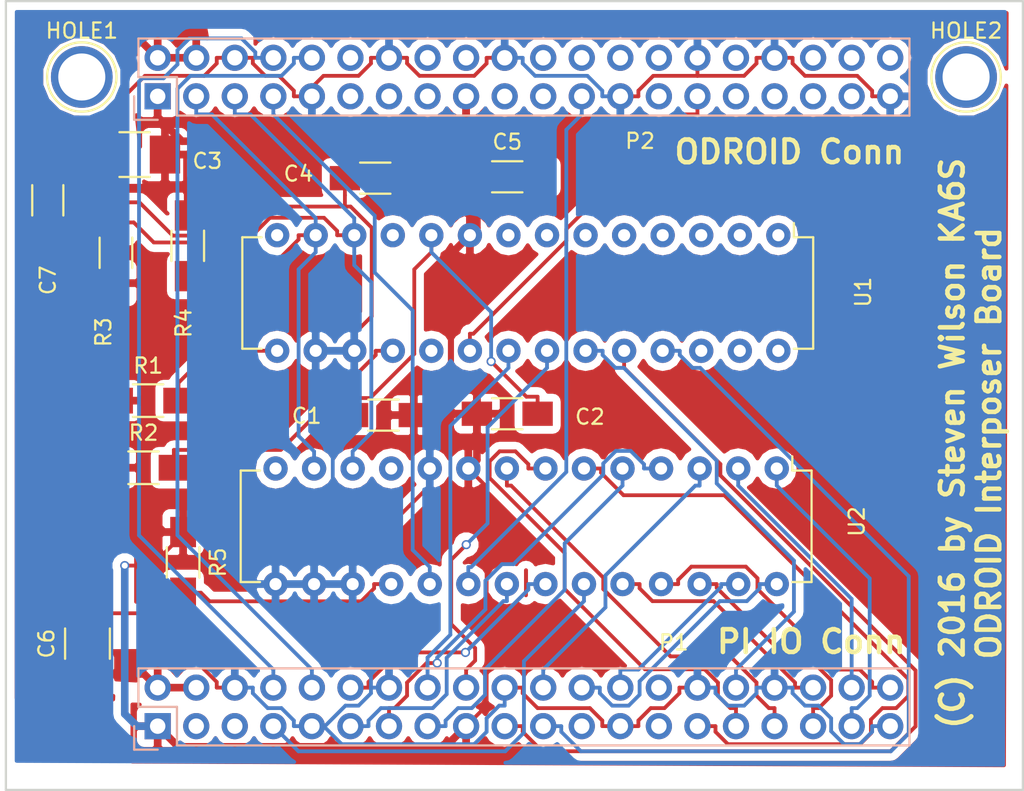
<source format=kicad_pcb>
(kicad_pcb (version 4) (host pcbnew 4.0.1-3.201512221401+6198~38~ubuntu15.10.1-stable)

  (general
    (links 82)
    (no_connects 0)
    (area 94.335 44.924999 162.075001 97.075001)
    (thickness 1.6)
    (drawings 7)
    (tracks 512)
    (zones 0)
    (modules 18)
    (nets 75)
  )

  (page A4)
  (layers
    (0 F.Cu signal)
    (31 B.Cu signal)
    (32 B.Adhes user)
    (33 F.Adhes user)
    (34 B.Paste user)
    (35 F.Paste user)
    (36 B.SilkS user)
    (37 F.SilkS user)
    (38 B.Mask user)
    (39 F.Mask user)
    (40 Dwgs.User user)
    (41 Cmts.User user)
    (42 Eco1.User user)
    (43 Eco2.User user)
    (44 Edge.Cuts user)
    (45 Margin user)
    (46 B.CrtYd user)
    (47 F.CrtYd user)
    (48 B.Fab user)
    (49 F.Fab user)
  )

  (setup
    (last_trace_width 0.25)
    (trace_clearance 0.2)
    (zone_clearance 0.508)
    (zone_45_only no)
    (trace_min 0.2)
    (segment_width 0.2)
    (edge_width 0.15)
    (via_size 0.6)
    (via_drill 0.4)
    (via_min_size 0.4)
    (via_min_drill 0.3)
    (uvia_size 0.3)
    (uvia_drill 0.1)
    (uvias_allowed no)
    (uvia_min_size 0.2)
    (uvia_min_drill 0.1)
    (pcb_text_width 0.3)
    (pcb_text_size 1.5 1.5)
    (mod_edge_width 0.15)
    (mod_text_size 0.000001 0.000001)
    (mod_text_width 0.15)
    (pad_size 4.064 4.064)
    (pad_drill 3.1)
    (pad_to_mask_clearance 0.2)
    (aux_axis_origin 0 0)
    (visible_elements FFFFFF7F)
    (pcbplotparams
      (layerselection 0x010f0_80000001)
      (usegerberextensions false)
      (excludeedgelayer true)
      (linewidth 0.100000)
      (plotframeref false)
      (viasonmask false)
      (mode 1)
      (useauxorigin false)
      (hpglpennumber 1)
      (hpglpenspeed 20)
      (hpglpendiameter 15)
      (hpglpenoverlay 2)
      (psnegative false)
      (psa4output false)
      (plotreference true)
      (plotvalue true)
      (plotinvisibletext false)
      (padsonsilk false)
      (subtractmaskfromsilk false)
      (outputformat 1)
      (mirror false)
      (drillshape 0)
      (scaleselection 1)
      (outputdirectory gerbers/))
  )

  (net 0 "")
  (net 1 +3V3)
  (net 2 "Net-(C1-Pad2)")
  (net 3 GND)
  (net 4 "Net-(C5-Pad2)")
  (net 5 +5V)
  (net 6 /GPIO2)
  (net 7 /GPIO3)
  (net 8 /GPIO4)
  (net 9 /UARTTX)
  (net 10 /UARTRX)
  (net 11 /GPIO17)
  (net 12 /GPIO18)
  (net 13 /GPIO27)
  (net 14 /GPIO22)
  (net 15 /GPIO23)
  (net 16 /GPIO24)
  (net 17 /GPIO10)
  (net 18 /GPIO9)
  (net 19 /GPIO25)
  (net 20 /GPIO11)
  (net 21 /GPIO8)
  (net 22 /GPIO7)
  (net 23 "Net-(P1-Pad27)")
  (net 24 "Net-(P1-Pad28)")
  (net 25 /GPIO5)
  (net 26 /GPIO6)
  (net 27 /GPIO12)
  (net 28 /GPIO13)
  (net 29 /GPIO19)
  (net 30 /GPIO16)
  (net 31 /GPIO26)
  (net 32 /GPIO20)
  (net 33 /GPIO21)
  (net 34 /I2C_SDA)
  (net 35 /I2C_SCL)
  (net 36 /INTB)
  (net 37 "Net-(P2-Pad11)")
  (net 38 "Net-(P2-Pad12)")
  (net 39 "Net-(P2-Pad13)")
  (net 40 "Net-(P2-Pad15)")
  (net 41 "Net-(P2-Pad16)")
  (net 42 "Net-(P2-Pad18)")
  (net 43 "Net-(P2-Pad19)")
  (net 44 "Net-(P2-Pad21)")
  (net 45 "Net-(P2-Pad22)")
  (net 46 /INTA)
  (net 47 "Net-(P2-Pad24)")
  (net 48 "Net-(P2-Pad26)")
  (net 49 "Net-(P2-Pad27)")
  (net 50 "Net-(P2-Pad28)")
  (net 51 /INTC)
  (net 52 "Net-(P2-Pad31)")
  (net 53 "Net-(P2-Pad32)")
  (net 54 "Net-(P2-Pad33)")
  (net 55 "Net-(P2-Pad35)")
  (net 56 "Net-(P2-Pad36)")
  (net 57 "Net-(P2-Pad37)")
  (net 58 "Net-(P2-Pad38)")
  (net 59 "Net-(P2-Pad40)")
  (net 60 "Net-(R1-Pad2)")
  (net 61 "Net-(R2-Pad2)")
  (net 62 "Net-(R5-Pad2)")
  (net 63 "Net-(U1-Pad1)")
  (net 64 "Net-(U1-Pad2)")
  (net 65 "Net-(U1-Pad3)")
  (net 66 "Net-(U1-Pad4)")
  (net 67 "Net-(U1-Pad5)")
  (net 68 "Net-(U1-Pad6)")
  (net 69 "Net-(U1-Pad7)")
  (net 70 "Net-(U1-Pad8)")
  (net 71 "Net-(U1-Pad19)")
  (net 72 "Net-(U1-Pad26)")
  (net 73 "Net-(U1-Pad27)")
  (net 74 "Net-(U1-Pad28)")

  (net_class Default "This is the default net class."
    (clearance 0.2)
    (trace_width 0.25)
    (via_dia 0.6)
    (via_drill 0.4)
    (uvia_dia 0.3)
    (uvia_drill 0.1)
    (add_net +3V3)
    (add_net +5V)
    (add_net /GPIO10)
    (add_net /GPIO11)
    (add_net /GPIO12)
    (add_net /GPIO13)
    (add_net /GPIO16)
    (add_net /GPIO17)
    (add_net /GPIO18)
    (add_net /GPIO19)
    (add_net /GPIO2)
    (add_net /GPIO20)
    (add_net /GPIO21)
    (add_net /GPIO22)
    (add_net /GPIO23)
    (add_net /GPIO24)
    (add_net /GPIO25)
    (add_net /GPIO26)
    (add_net /GPIO27)
    (add_net /GPIO3)
    (add_net /GPIO4)
    (add_net /GPIO5)
    (add_net /GPIO6)
    (add_net /GPIO7)
    (add_net /GPIO8)
    (add_net /GPIO9)
    (add_net /I2C_SCL)
    (add_net /I2C_SDA)
    (add_net /INTA)
    (add_net /INTB)
    (add_net /INTC)
    (add_net /UARTRX)
    (add_net /UARTTX)
    (add_net GND)
    (add_net "Net-(C1-Pad2)")
    (add_net "Net-(C5-Pad2)")
    (add_net "Net-(P1-Pad27)")
    (add_net "Net-(P1-Pad28)")
    (add_net "Net-(P2-Pad11)")
    (add_net "Net-(P2-Pad12)")
    (add_net "Net-(P2-Pad13)")
    (add_net "Net-(P2-Pad15)")
    (add_net "Net-(P2-Pad16)")
    (add_net "Net-(P2-Pad18)")
    (add_net "Net-(P2-Pad19)")
    (add_net "Net-(P2-Pad21)")
    (add_net "Net-(P2-Pad22)")
    (add_net "Net-(P2-Pad24)")
    (add_net "Net-(P2-Pad26)")
    (add_net "Net-(P2-Pad27)")
    (add_net "Net-(P2-Pad28)")
    (add_net "Net-(P2-Pad31)")
    (add_net "Net-(P2-Pad32)")
    (add_net "Net-(P2-Pad33)")
    (add_net "Net-(P2-Pad35)")
    (add_net "Net-(P2-Pad36)")
    (add_net "Net-(P2-Pad37)")
    (add_net "Net-(P2-Pad38)")
    (add_net "Net-(P2-Pad40)")
    (add_net "Net-(R1-Pad2)")
    (add_net "Net-(R2-Pad2)")
    (add_net "Net-(R5-Pad2)")
    (add_net "Net-(U1-Pad1)")
    (add_net "Net-(U1-Pad19)")
    (add_net "Net-(U1-Pad2)")
    (add_net "Net-(U1-Pad26)")
    (add_net "Net-(U1-Pad27)")
    (add_net "Net-(U1-Pad28)")
    (add_net "Net-(U1-Pad3)")
    (add_net "Net-(U1-Pad4)")
    (add_net "Net-(U1-Pad5)")
    (add_net "Net-(U1-Pad6)")
    (add_net "Net-(U1-Pad7)")
    (add_net "Net-(U1-Pad8)")
  )

  (module Connect:1pin (layer F.Cu) (tedit 58586FBC) (tstamp 58586D76)
    (at 100 50)
    (descr "module 1 pin (ou trou mecanique de percage)")
    (tags DEV)
    (fp_text reference HOLE1 (at 0 -3.048) (layer F.SilkS)
      (effects (font (size 1 1) (thickness 0.15)))
    )
    (fp_text value 1pin (at 0 2.794) (layer F.Fab)
      (effects (font (size 1 1) (thickness 0.15)))
    )
    (fp_circle (center 0 0) (end 0 -2.286) (layer F.SilkS) (width 0.15))
    (pad 1 thru_hole circle (at 0 0) (size 4.064 4.064) (drill 3.1) (layers *.Cu *.Mask))
  )

  (module Capacitors_SMD:C_1206_HandSoldering (layer F.Cu) (tedit 541A9C03) (tstamp 5858696C)
    (at 119.875 72.29 180)
    (descr "Capacitor SMD 1206, hand soldering")
    (tags "capacitor 1206")
    (path /5858E881)
    (attr smd)
    (fp_text reference C1 (at 5.06 -0.055 180) (layer F.SilkS)
      (effects (font (size 1 1) (thickness 0.15)))
    )
    (fp_text value 1uF (at 0 2.3 180) (layer F.Fab)
      (effects (font (size 1 1) (thickness 0.15)))
    )
    (fp_line (start -1.6 0.8) (end -1.6 -0.8) (layer F.Fab) (width 0.15))
    (fp_line (start 1.6 0.8) (end -1.6 0.8) (layer F.Fab) (width 0.15))
    (fp_line (start 1.6 -0.8) (end 1.6 0.8) (layer F.Fab) (width 0.15))
    (fp_line (start -1.6 -0.8) (end 1.6 -0.8) (layer F.Fab) (width 0.15))
    (fp_line (start -3.3 -1.15) (end 3.3 -1.15) (layer F.CrtYd) (width 0.05))
    (fp_line (start -3.3 1.15) (end 3.3 1.15) (layer F.CrtYd) (width 0.05))
    (fp_line (start -3.3 -1.15) (end -3.3 1.15) (layer F.CrtYd) (width 0.05))
    (fp_line (start 3.3 -1.15) (end 3.3 1.15) (layer F.CrtYd) (width 0.05))
    (fp_line (start 1 -1.025) (end -1 -1.025) (layer F.SilkS) (width 0.15))
    (fp_line (start -1 1.025) (end 1 1.025) (layer F.SilkS) (width 0.15))
    (pad 1 smd rect (at -2 0 180) (size 2 1.6) (layers F.Cu F.Paste F.Mask)
      (net 1 +3V3))
    (pad 2 smd rect (at 2 0 180) (size 2 1.6) (layers F.Cu F.Paste F.Mask)
      (net 2 "Net-(C1-Pad2)"))
    (model Capacitors_SMD.3dshapes/C_1206_HandSoldering.wrl
      (at (xyz 0 0 0))
      (scale (xyz 1 1 1))
      (rotate (xyz 0 0 0))
    )
  )

  (module Capacitors_SMD:C_1206_HandSoldering (layer F.Cu) (tedit 541A9C03) (tstamp 58586972)
    (at 128.03 72.2)
    (descr "Capacitor SMD 1206, hand soldering")
    (tags "capacitor 1206")
    (path /5858E887)
    (attr smd)
    (fp_text reference C2 (at 5.445 0.205) (layer F.SilkS)
      (effects (font (size 1 1) (thickness 0.15)))
    )
    (fp_text value 0.001uF (at 0 2.3) (layer F.Fab)
      (effects (font (size 1 1) (thickness 0.15)))
    )
    (fp_line (start -1.6 0.8) (end -1.6 -0.8) (layer F.Fab) (width 0.15))
    (fp_line (start 1.6 0.8) (end -1.6 0.8) (layer F.Fab) (width 0.15))
    (fp_line (start 1.6 -0.8) (end 1.6 0.8) (layer F.Fab) (width 0.15))
    (fp_line (start -1.6 -0.8) (end 1.6 -0.8) (layer F.Fab) (width 0.15))
    (fp_line (start -3.3 -1.15) (end 3.3 -1.15) (layer F.CrtYd) (width 0.05))
    (fp_line (start -3.3 1.15) (end 3.3 1.15) (layer F.CrtYd) (width 0.05))
    (fp_line (start -3.3 -1.15) (end -3.3 1.15) (layer F.CrtYd) (width 0.05))
    (fp_line (start 3.3 -1.15) (end 3.3 1.15) (layer F.CrtYd) (width 0.05))
    (fp_line (start 1 -1.025) (end -1 -1.025) (layer F.SilkS) (width 0.15))
    (fp_line (start -1 1.025) (end 1 1.025) (layer F.SilkS) (width 0.15))
    (pad 1 smd rect (at -2 0) (size 2 1.6) (layers F.Cu F.Paste F.Mask)
      (net 1 +3V3))
    (pad 2 smd rect (at 2 0) (size 2 1.6) (layers F.Cu F.Paste F.Mask)
      (net 2 "Net-(C1-Pad2)"))
    (model Capacitors_SMD.3dshapes/C_1206_HandSoldering.wrl
      (at (xyz 0 0 0))
      (scale (xyz 1 1 1))
      (rotate (xyz 0 0 0))
    )
  )

  (module Capacitors_SMD:C_1210_HandSoldering (layer F.Cu) (tedit 541A9C39) (tstamp 58586978)
    (at 103.48 55.115 180)
    (descr "Capacitor SMD 1210, hand soldering")
    (tags "capacitor 1210")
    (path /5857F9B4)
    (attr smd)
    (fp_text reference C3 (at -4.79 -0.425 180) (layer F.SilkS)
      (effects (font (size 1 1) (thickness 0.15)))
    )
    (fp_text value 100uF (at 0 2.7 180) (layer F.Fab)
      (effects (font (size 1 1) (thickness 0.15)))
    )
    (fp_line (start -1.6 1.25) (end -1.6 -1.25) (layer F.Fab) (width 0.15))
    (fp_line (start 1.6 1.25) (end -1.6 1.25) (layer F.Fab) (width 0.15))
    (fp_line (start 1.6 -1.25) (end 1.6 1.25) (layer F.Fab) (width 0.15))
    (fp_line (start -1.6 -1.25) (end 1.6 -1.25) (layer F.Fab) (width 0.15))
    (fp_line (start -3.3 -1.6) (end 3.3 -1.6) (layer F.CrtYd) (width 0.05))
    (fp_line (start -3.3 1.6) (end 3.3 1.6) (layer F.CrtYd) (width 0.05))
    (fp_line (start -3.3 -1.6) (end -3.3 1.6) (layer F.CrtYd) (width 0.05))
    (fp_line (start 3.3 -1.6) (end 3.3 1.6) (layer F.CrtYd) (width 0.05))
    (fp_line (start 1 -1.475) (end -1 -1.475) (layer F.SilkS) (width 0.15))
    (fp_line (start -1 1.475) (end 1 1.475) (layer F.SilkS) (width 0.15))
    (pad 1 smd rect (at -2 0 180) (size 2 2.5) (layers F.Cu F.Paste F.Mask)
      (net 1 +3V3))
    (pad 2 smd rect (at 2 0 180) (size 2 2.5) (layers F.Cu F.Paste F.Mask)
      (net 3 GND))
    (model Capacitors_SMD.3dshapes/C_1210_HandSoldering.wrl
      (at (xyz 0 0 0))
      (scale (xyz 1 1 1))
      (rotate (xyz 0 0 0))
    )
  )

  (module Capacitors_SMD:C_1206_HandSoldering (layer F.Cu) (tedit 541A9C03) (tstamp 5858697E)
    (at 119.335 56.67 180)
    (descr "Capacitor SMD 1206, hand soldering")
    (tags "capacitor 1206")
    (path /5857FAA3)
    (attr smd)
    (fp_text reference C4 (at 5.06 0.29 180) (layer F.SilkS)
      (effects (font (size 1 1) (thickness 0.15)))
    )
    (fp_text value 1uF (at 0 2.3 180) (layer F.Fab)
      (effects (font (size 1 1) (thickness 0.15)))
    )
    (fp_line (start -1.6 0.8) (end -1.6 -0.8) (layer F.Fab) (width 0.15))
    (fp_line (start 1.6 0.8) (end -1.6 0.8) (layer F.Fab) (width 0.15))
    (fp_line (start 1.6 -0.8) (end 1.6 0.8) (layer F.Fab) (width 0.15))
    (fp_line (start -1.6 -0.8) (end 1.6 -0.8) (layer F.Fab) (width 0.15))
    (fp_line (start -3.3 -1.15) (end 3.3 -1.15) (layer F.CrtYd) (width 0.05))
    (fp_line (start -3.3 1.15) (end 3.3 1.15) (layer F.CrtYd) (width 0.05))
    (fp_line (start -3.3 -1.15) (end -3.3 1.15) (layer F.CrtYd) (width 0.05))
    (fp_line (start 3.3 -1.15) (end 3.3 1.15) (layer F.CrtYd) (width 0.05))
    (fp_line (start 1 -1.025) (end -1 -1.025) (layer F.SilkS) (width 0.15))
    (fp_line (start -1 1.025) (end 1 1.025) (layer F.SilkS) (width 0.15))
    (pad 1 smd rect (at -2 0 180) (size 2 1.6) (layers F.Cu F.Paste F.Mask)
      (net 1 +3V3))
    (pad 2 smd rect (at 2 0 180) (size 2 1.6) (layers F.Cu F.Paste F.Mask)
      (net 3 GND))
    (model Capacitors_SMD.3dshapes/C_1206_HandSoldering.wrl
      (at (xyz 0 0 0))
      (scale (xyz 1 1 1))
      (rotate (xyz 0 0 0))
    )
  )

  (module Capacitors_SMD:C_1206_HandSoldering (layer F.Cu) (tedit 541A9C03) (tstamp 58586984)
    (at 128.03 56.58)
    (descr "Capacitor SMD 1206, hand soldering")
    (tags "capacitor 1206")
    (path /5857FAD6)
    (attr smd)
    (fp_text reference C5 (at 0 -2.3) (layer F.SilkS)
      (effects (font (size 1 1) (thickness 0.15)))
    )
    (fp_text value 0.001uF (at 0 2.3) (layer F.Fab)
      (effects (font (size 1 1) (thickness 0.15)))
    )
    (fp_line (start -1.6 0.8) (end -1.6 -0.8) (layer F.Fab) (width 0.15))
    (fp_line (start 1.6 0.8) (end -1.6 0.8) (layer F.Fab) (width 0.15))
    (fp_line (start 1.6 -0.8) (end 1.6 0.8) (layer F.Fab) (width 0.15))
    (fp_line (start -1.6 -0.8) (end 1.6 -0.8) (layer F.Fab) (width 0.15))
    (fp_line (start -3.3 -1.15) (end 3.3 -1.15) (layer F.CrtYd) (width 0.05))
    (fp_line (start -3.3 1.15) (end 3.3 1.15) (layer F.CrtYd) (width 0.05))
    (fp_line (start -3.3 -1.15) (end -3.3 1.15) (layer F.CrtYd) (width 0.05))
    (fp_line (start 3.3 -1.15) (end 3.3 1.15) (layer F.CrtYd) (width 0.05))
    (fp_line (start 1 -1.025) (end -1 -1.025) (layer F.SilkS) (width 0.15))
    (fp_line (start -1 1.025) (end 1 1.025) (layer F.SilkS) (width 0.15))
    (pad 1 smd rect (at -2 0) (size 2 1.6) (layers F.Cu F.Paste F.Mask)
      (net 1 +3V3))
    (pad 2 smd rect (at 2 0) (size 2 1.6) (layers F.Cu F.Paste F.Mask)
      (net 4 "Net-(C5-Pad2)"))
    (model Capacitors_SMD.3dshapes/C_1206_HandSoldering.wrl
      (at (xyz 0 0 0))
      (scale (xyz 1 1 1))
      (rotate (xyz 0 0 0))
    )
  )

  (module Socket_Strips:Socket_Strip_Straight_2x20 (layer B.Cu) (tedit 0) (tstamp 585869B0)
    (at 105 92.795)
    (descr "Through hole socket strip")
    (tags "socket strip")
    (path /57F92E23)
    (fp_text reference P1 (at 34 -5.51) (layer F.SilkS)
      (effects (font (size 1 1) (thickness 0.15)))
    )
    (fp_text value CONN_02X20 (at 0 3.1) (layer B.Fab)
      (effects (font (size 1 1) (thickness 0.15)) (justify mirror))
    )
    (fp_line (start -1.75 1.75) (end -1.75 -4.3) (layer B.CrtYd) (width 0.05))
    (fp_line (start 50.05 1.75) (end 50.05 -4.3) (layer B.CrtYd) (width 0.05))
    (fp_line (start -1.75 1.75) (end 50.05 1.75) (layer B.CrtYd) (width 0.05))
    (fp_line (start -1.75 -4.3) (end 50.05 -4.3) (layer B.CrtYd) (width 0.05))
    (fp_line (start 49.53 -3.81) (end -1.27 -3.81) (layer B.SilkS) (width 0.15))
    (fp_line (start 1.27 1.27) (end 49.53 1.27) (layer B.SilkS) (width 0.15))
    (fp_line (start 49.53 -3.81) (end 49.53 1.27) (layer B.SilkS) (width 0.15))
    (fp_line (start -1.27 -3.81) (end -1.27 -1.27) (layer B.SilkS) (width 0.15))
    (fp_line (start 0 1.55) (end -1.55 1.55) (layer B.SilkS) (width 0.15))
    (fp_line (start -1.27 -1.27) (end 1.27 -1.27) (layer B.SilkS) (width 0.15))
    (fp_line (start 1.27 -1.27) (end 1.27 1.27) (layer B.SilkS) (width 0.15))
    (fp_line (start -1.55 1.55) (end -1.55 0) (layer B.SilkS) (width 0.15))
    (pad 1 thru_hole rect (at 0 0) (size 1.7272 1.7272) (drill 1.016) (layers *.Cu *.Mask)
      (net 1 +3V3))
    (pad 2 thru_hole oval (at 0 -2.54) (size 1.7272 1.7272) (drill 1.016) (layers *.Cu *.Mask)
      (net 5 +5V))
    (pad 3 thru_hole oval (at 2.54 0) (size 1.7272 1.7272) (drill 1.016) (layers *.Cu *.Mask)
      (net 6 /GPIO2))
    (pad 4 thru_hole oval (at 2.54 -2.54) (size 1.7272 1.7272) (drill 1.016) (layers *.Cu *.Mask)
      (net 5 +5V))
    (pad 5 thru_hole oval (at 5.08 0) (size 1.7272 1.7272) (drill 1.016) (layers *.Cu *.Mask)
      (net 7 /GPIO3))
    (pad 6 thru_hole oval (at 5.08 -2.54) (size 1.7272 1.7272) (drill 1.016) (layers *.Cu *.Mask)
      (net 3 GND))
    (pad 7 thru_hole oval (at 7.62 0) (size 1.7272 1.7272) (drill 1.016) (layers *.Cu *.Mask)
      (net 8 /GPIO4))
    (pad 8 thru_hole oval (at 7.62 -2.54) (size 1.7272 1.7272) (drill 1.016) (layers *.Cu *.Mask)
      (net 9 /UARTTX))
    (pad 9 thru_hole oval (at 10.16 0) (size 1.7272 1.7272) (drill 1.016) (layers *.Cu *.Mask)
      (net 3 GND))
    (pad 10 thru_hole oval (at 10.16 -2.54) (size 1.7272 1.7272) (drill 1.016) (layers *.Cu *.Mask)
      (net 10 /UARTRX))
    (pad 11 thru_hole oval (at 12.7 0) (size 1.7272 1.7272) (drill 1.016) (layers *.Cu *.Mask)
      (net 11 /GPIO17))
    (pad 12 thru_hole oval (at 12.7 -2.54) (size 1.7272 1.7272) (drill 1.016) (layers *.Cu *.Mask)
      (net 12 /GPIO18))
    (pad 13 thru_hole oval (at 15.24 0) (size 1.7272 1.7272) (drill 1.016) (layers *.Cu *.Mask)
      (net 13 /GPIO27))
    (pad 14 thru_hole oval (at 15.24 -2.54) (size 1.7272 1.7272) (drill 1.016) (layers *.Cu *.Mask)
      (net 3 GND))
    (pad 15 thru_hole oval (at 17.78 0) (size 1.7272 1.7272) (drill 1.016) (layers *.Cu *.Mask)
      (net 14 /GPIO22))
    (pad 16 thru_hole oval (at 17.78 -2.54) (size 1.7272 1.7272) (drill 1.016) (layers *.Cu *.Mask)
      (net 15 /GPIO23))
    (pad 17 thru_hole oval (at 20.32 0) (size 1.7272 1.7272) (drill 1.016) (layers *.Cu *.Mask)
      (net 1 +3V3))
    (pad 18 thru_hole oval (at 20.32 -2.54) (size 1.7272 1.7272) (drill 1.016) (layers *.Cu *.Mask)
      (net 16 /GPIO24))
    (pad 19 thru_hole oval (at 22.86 0) (size 1.7272 1.7272) (drill 1.016) (layers *.Cu *.Mask)
      (net 17 /GPIO10))
    (pad 20 thru_hole oval (at 22.86 -2.54) (size 1.7272 1.7272) (drill 1.016) (layers *.Cu *.Mask)
      (net 3 GND))
    (pad 21 thru_hole oval (at 25.4 0) (size 1.7272 1.7272) (drill 1.016) (layers *.Cu *.Mask)
      (net 18 /GPIO9))
    (pad 22 thru_hole oval (at 25.4 -2.54) (size 1.7272 1.7272) (drill 1.016) (layers *.Cu *.Mask)
      (net 19 /GPIO25))
    (pad 23 thru_hole oval (at 27.94 0) (size 1.7272 1.7272) (drill 1.016) (layers *.Cu *.Mask)
      (net 20 /GPIO11))
    (pad 24 thru_hole oval (at 27.94 -2.54) (size 1.7272 1.7272) (drill 1.016) (layers *.Cu *.Mask)
      (net 21 /GPIO8))
    (pad 25 thru_hole oval (at 30.48 0) (size 1.7272 1.7272) (drill 1.016) (layers *.Cu *.Mask)
      (net 3 GND))
    (pad 26 thru_hole oval (at 30.48 -2.54) (size 1.7272 1.7272) (drill 1.016) (layers *.Cu *.Mask)
      (net 22 /GPIO7))
    (pad 27 thru_hole oval (at 33.02 0) (size 1.7272 1.7272) (drill 1.016) (layers *.Cu *.Mask)
      (net 23 "Net-(P1-Pad27)"))
    (pad 28 thru_hole oval (at 33.02 -2.54) (size 1.7272 1.7272) (drill 1.016) (layers *.Cu *.Mask)
      (net 24 "Net-(P1-Pad28)"))
    (pad 29 thru_hole oval (at 35.56 0) (size 1.7272 1.7272) (drill 1.016) (layers *.Cu *.Mask)
      (net 25 /GPIO5))
    (pad 30 thru_hole oval (at 35.56 -2.54) (size 1.7272 1.7272) (drill 1.016) (layers *.Cu *.Mask)
      (net 3 GND))
    (pad 31 thru_hole oval (at 38.1 0) (size 1.7272 1.7272) (drill 1.016) (layers *.Cu *.Mask)
      (net 26 /GPIO6))
    (pad 32 thru_hole oval (at 38.1 -2.54) (size 1.7272 1.7272) (drill 1.016) (layers *.Cu *.Mask)
      (net 27 /GPIO12))
    (pad 33 thru_hole oval (at 40.64 0) (size 1.7272 1.7272) (drill 1.016) (layers *.Cu *.Mask)
      (net 28 /GPIO13))
    (pad 34 thru_hole oval (at 40.64 -2.54) (size 1.7272 1.7272) (drill 1.016) (layers *.Cu *.Mask)
      (net 3 GND))
    (pad 35 thru_hole oval (at 43.18 0) (size 1.7272 1.7272) (drill 1.016) (layers *.Cu *.Mask)
      (net 29 /GPIO19))
    (pad 36 thru_hole oval (at 43.18 -2.54) (size 1.7272 1.7272) (drill 1.016) (layers *.Cu *.Mask)
      (net 30 /GPIO16))
    (pad 37 thru_hole oval (at 45.72 0) (size 1.7272 1.7272) (drill 1.016) (layers *.Cu *.Mask)
      (net 31 /GPIO26))
    (pad 38 thru_hole oval (at 45.72 -2.54) (size 1.7272 1.7272) (drill 1.016) (layers *.Cu *.Mask)
      (net 32 /GPIO20))
    (pad 39 thru_hole oval (at 48.26 0) (size 1.7272 1.7272) (drill 1.016) (layers *.Cu *.Mask)
      (net 3 GND))
    (pad 40 thru_hole oval (at 48.26 -2.54) (size 1.7272 1.7272) (drill 1.016) (layers *.Cu *.Mask)
      (net 33 /GPIO21))
    (model Socket_Strips.3dshapes/Socket_Strip_Straight_2x20.wrl
      (at (xyz 0.95 -0.05 0))
      (scale (xyz 1 1 1))
      (rotate (xyz 0 0 180))
    )
  )

  (module Socket_Strips:Socket_Strip_Straight_2x20 (layer B.Cu) (tedit 0) (tstamp 585869DC)
    (at 105 51.275)
    (descr "Through hole socket strip")
    (tags "socket strip")
    (path /5857D2F1)
    (fp_text reference P2 (at 31.78 2.945) (layer F.SilkS)
      (effects (font (size 1 1) (thickness 0.15)))
    )
    (fp_text value CONN_02X20 (at 0 3.1) (layer B.Fab)
      (effects (font (size 1 1) (thickness 0.15)) (justify mirror))
    )
    (fp_line (start -1.75 1.75) (end -1.75 -4.3) (layer B.CrtYd) (width 0.05))
    (fp_line (start 50.05 1.75) (end 50.05 -4.3) (layer B.CrtYd) (width 0.05))
    (fp_line (start -1.75 1.75) (end 50.05 1.75) (layer B.CrtYd) (width 0.05))
    (fp_line (start -1.75 -4.3) (end 50.05 -4.3) (layer B.CrtYd) (width 0.05))
    (fp_line (start 49.53 -3.81) (end -1.27 -3.81) (layer B.SilkS) (width 0.15))
    (fp_line (start 1.27 1.27) (end 49.53 1.27) (layer B.SilkS) (width 0.15))
    (fp_line (start 49.53 -3.81) (end 49.53 1.27) (layer B.SilkS) (width 0.15))
    (fp_line (start -1.27 -3.81) (end -1.27 -1.27) (layer B.SilkS) (width 0.15))
    (fp_line (start 0 1.55) (end -1.55 1.55) (layer B.SilkS) (width 0.15))
    (fp_line (start -1.27 -1.27) (end 1.27 -1.27) (layer B.SilkS) (width 0.15))
    (fp_line (start 1.27 -1.27) (end 1.27 1.27) (layer B.SilkS) (width 0.15))
    (fp_line (start -1.55 1.55) (end -1.55 0) (layer B.SilkS) (width 0.15))
    (pad 1 thru_hole rect (at 0 0) (size 1.7272 1.7272) (drill 1.016) (layers *.Cu *.Mask)
      (net 1 +3V3))
    (pad 2 thru_hole oval (at 0 -2.54) (size 1.7272 1.7272) (drill 1.016) (layers *.Cu *.Mask)
      (net 5 +5V))
    (pad 3 thru_hole oval (at 2.54 0) (size 1.7272 1.7272) (drill 1.016) (layers *.Cu *.Mask)
      (net 34 /I2C_SDA))
    (pad 4 thru_hole oval (at 2.54 -2.54) (size 1.7272 1.7272) (drill 1.016) (layers *.Cu *.Mask)
      (net 5 +5V))
    (pad 5 thru_hole oval (at 5.08 0) (size 1.7272 1.7272) (drill 1.016) (layers *.Cu *.Mask)
      (net 35 /I2C_SCL))
    (pad 6 thru_hole oval (at 5.08 -2.54) (size 1.7272 1.7272) (drill 1.016) (layers *.Cu *.Mask)
      (net 3 GND))
    (pad 7 thru_hole oval (at 7.62 0) (size 1.7272 1.7272) (drill 1.016) (layers *.Cu *.Mask)
      (net 36 /INTB))
    (pad 8 thru_hole oval (at 7.62 -2.54) (size 1.7272 1.7272) (drill 1.016) (layers *.Cu *.Mask)
      (net 9 /UARTTX))
    (pad 9 thru_hole oval (at 10.16 0) (size 1.7272 1.7272) (drill 1.016) (layers *.Cu *.Mask)
      (net 3 GND))
    (pad 10 thru_hole oval (at 10.16 -2.54) (size 1.7272 1.7272) (drill 1.016) (layers *.Cu *.Mask)
      (net 10 /UARTRX))
    (pad 11 thru_hole oval (at 12.7 0) (size 1.7272 1.7272) (drill 1.016) (layers *.Cu *.Mask)
      (net 37 "Net-(P2-Pad11)"))
    (pad 12 thru_hole oval (at 12.7 -2.54) (size 1.7272 1.7272) (drill 1.016) (layers *.Cu *.Mask)
      (net 38 "Net-(P2-Pad12)"))
    (pad 13 thru_hole oval (at 15.24 0) (size 1.7272 1.7272) (drill 1.016) (layers *.Cu *.Mask)
      (net 39 "Net-(P2-Pad13)"))
    (pad 14 thru_hole oval (at 15.24 -2.54) (size 1.7272 1.7272) (drill 1.016) (layers *.Cu *.Mask)
      (net 3 GND))
    (pad 15 thru_hole oval (at 17.78 0) (size 1.7272 1.7272) (drill 1.016) (layers *.Cu *.Mask)
      (net 40 "Net-(P2-Pad15)"))
    (pad 16 thru_hole oval (at 17.78 -2.54) (size 1.7272 1.7272) (drill 1.016) (layers *.Cu *.Mask)
      (net 41 "Net-(P2-Pad16)"))
    (pad 17 thru_hole oval (at 20.32 0) (size 1.7272 1.7272) (drill 1.016) (layers *.Cu *.Mask)
      (net 1 +3V3))
    (pad 18 thru_hole oval (at 20.32 -2.54) (size 1.7272 1.7272) (drill 1.016) (layers *.Cu *.Mask)
      (net 42 "Net-(P2-Pad18)"))
    (pad 19 thru_hole oval (at 22.86 0) (size 1.7272 1.7272) (drill 1.016) (layers *.Cu *.Mask)
      (net 43 "Net-(P2-Pad19)"))
    (pad 20 thru_hole oval (at 22.86 -2.54) (size 1.7272 1.7272) (drill 1.016) (layers *.Cu *.Mask)
      (net 3 GND))
    (pad 21 thru_hole oval (at 25.4 0) (size 1.7272 1.7272) (drill 1.016) (layers *.Cu *.Mask)
      (net 44 "Net-(P2-Pad21)"))
    (pad 22 thru_hole oval (at 25.4 -2.54) (size 1.7272 1.7272) (drill 1.016) (layers *.Cu *.Mask)
      (net 45 "Net-(P2-Pad22)"))
    (pad 23 thru_hole oval (at 27.94 0) (size 1.7272 1.7272) (drill 1.016) (layers *.Cu *.Mask)
      (net 46 /INTA))
    (pad 24 thru_hole oval (at 27.94 -2.54) (size 1.7272 1.7272) (drill 1.016) (layers *.Cu *.Mask)
      (net 47 "Net-(P2-Pad24)"))
    (pad 25 thru_hole oval (at 30.48 0) (size 1.7272 1.7272) (drill 1.016) (layers *.Cu *.Mask)
      (net 3 GND))
    (pad 26 thru_hole oval (at 30.48 -2.54) (size 1.7272 1.7272) (drill 1.016) (layers *.Cu *.Mask)
      (net 48 "Net-(P2-Pad26)"))
    (pad 27 thru_hole oval (at 33.02 0) (size 1.7272 1.7272) (drill 1.016) (layers *.Cu *.Mask)
      (net 49 "Net-(P2-Pad27)"))
    (pad 28 thru_hole oval (at 33.02 -2.54) (size 1.7272 1.7272) (drill 1.016) (layers *.Cu *.Mask)
      (net 50 "Net-(P2-Pad28)"))
    (pad 29 thru_hole oval (at 35.56 0) (size 1.7272 1.7272) (drill 1.016) (layers *.Cu *.Mask)
      (net 51 /INTC))
    (pad 30 thru_hole oval (at 35.56 -2.54) (size 1.7272 1.7272) (drill 1.016) (layers *.Cu *.Mask)
      (net 3 GND))
    (pad 31 thru_hole oval (at 38.1 0) (size 1.7272 1.7272) (drill 1.016) (layers *.Cu *.Mask)
      (net 52 "Net-(P2-Pad31)"))
    (pad 32 thru_hole oval (at 38.1 -2.54) (size 1.7272 1.7272) (drill 1.016) (layers *.Cu *.Mask)
      (net 53 "Net-(P2-Pad32)"))
    (pad 33 thru_hole oval (at 40.64 0) (size 1.7272 1.7272) (drill 1.016) (layers *.Cu *.Mask)
      (net 54 "Net-(P2-Pad33)"))
    (pad 34 thru_hole oval (at 40.64 -2.54) (size 1.7272 1.7272) (drill 1.016) (layers *.Cu *.Mask)
      (net 3 GND))
    (pad 35 thru_hole oval (at 43.18 0) (size 1.7272 1.7272) (drill 1.016) (layers *.Cu *.Mask)
      (net 55 "Net-(P2-Pad35)"))
    (pad 36 thru_hole oval (at 43.18 -2.54) (size 1.7272 1.7272) (drill 1.016) (layers *.Cu *.Mask)
      (net 56 "Net-(P2-Pad36)"))
    (pad 37 thru_hole oval (at 45.72 0) (size 1.7272 1.7272) (drill 1.016) (layers *.Cu *.Mask)
      (net 57 "Net-(P2-Pad37)"))
    (pad 38 thru_hole oval (at 45.72 -2.54) (size 1.7272 1.7272) (drill 1.016) (layers *.Cu *.Mask)
      (net 58 "Net-(P2-Pad38)"))
    (pad 39 thru_hole oval (at 48.26 0) (size 1.7272 1.7272) (drill 1.016) (layers *.Cu *.Mask)
      (net 3 GND))
    (pad 40 thru_hole oval (at 48.26 -2.54) (size 1.7272 1.7272) (drill 1.016) (layers *.Cu *.Mask)
      (net 59 "Net-(P2-Pad40)"))
    (model Socket_Strips.3dshapes/Socket_Strip_Straight_2x20.wrl
      (at (xyz 0.95 -0.05 0))
      (scale (xyz 1 1 1))
      (rotate (xyz 0 0 180))
    )
  )

  (module Resistors_SMD:R_1206_HandSoldering (layer F.Cu) (tedit 58307C0D) (tstamp 585869E2)
    (at 104.37 71.335)
    (descr "Resistor SMD 1206, hand soldering")
    (tags "resistor 1206")
    (path /585904E2)
    (attr smd)
    (fp_text reference R1 (at 0 -2.3) (layer F.SilkS)
      (effects (font (size 1 1) (thickness 0.15)))
    )
    (fp_text value 10K (at 0 2.3) (layer F.Fab)
      (effects (font (size 1 1) (thickness 0.15)))
    )
    (fp_line (start -1.6 0.8) (end -1.6 -0.8) (layer F.Fab) (width 0.1))
    (fp_line (start 1.6 0.8) (end -1.6 0.8) (layer F.Fab) (width 0.1))
    (fp_line (start 1.6 -0.8) (end 1.6 0.8) (layer F.Fab) (width 0.1))
    (fp_line (start -1.6 -0.8) (end 1.6 -0.8) (layer F.Fab) (width 0.1))
    (fp_line (start -3.3 -1.2) (end 3.3 -1.2) (layer F.CrtYd) (width 0.05))
    (fp_line (start -3.3 1.2) (end 3.3 1.2) (layer F.CrtYd) (width 0.05))
    (fp_line (start -3.3 -1.2) (end -3.3 1.2) (layer F.CrtYd) (width 0.05))
    (fp_line (start 3.3 -1.2) (end 3.3 1.2) (layer F.CrtYd) (width 0.05))
    (fp_line (start 1 1.075) (end -1 1.075) (layer F.SilkS) (width 0.15))
    (fp_line (start -1 -1.075) (end 1 -1.075) (layer F.SilkS) (width 0.15))
    (pad 1 smd rect (at -2 0) (size 2 1.7) (layers F.Cu F.Paste F.Mask)
      (net 1 +3V3))
    (pad 2 smd rect (at 2 0) (size 2 1.7) (layers F.Cu F.Paste F.Mask)
      (net 60 "Net-(R1-Pad2)"))
    (model Resistors_SMD.3dshapes/R_1206_HandSoldering.wrl
      (at (xyz 0 0 0))
      (scale (xyz 1 1 1))
      (rotate (xyz 0 0 0))
    )
  )

  (module Resistors_SMD:R_1206_HandSoldering (layer F.Cu) (tedit 58307C0D) (tstamp 585869E8)
    (at 104.065 75.76)
    (descr "Resistor SMD 1206, hand soldering")
    (tags "resistor 1206")
    (path /585937FE)
    (attr smd)
    (fp_text reference R2 (at 0 -2.3) (layer F.SilkS)
      (effects (font (size 1 1) (thickness 0.15)))
    )
    (fp_text value 10K (at 0 2.3) (layer F.Fab)
      (effects (font (size 1 1) (thickness 0.15)))
    )
    (fp_line (start -1.6 0.8) (end -1.6 -0.8) (layer F.Fab) (width 0.1))
    (fp_line (start 1.6 0.8) (end -1.6 0.8) (layer F.Fab) (width 0.1))
    (fp_line (start 1.6 -0.8) (end 1.6 0.8) (layer F.Fab) (width 0.1))
    (fp_line (start -1.6 -0.8) (end 1.6 -0.8) (layer F.Fab) (width 0.1))
    (fp_line (start -3.3 -1.2) (end 3.3 -1.2) (layer F.CrtYd) (width 0.05))
    (fp_line (start -3.3 1.2) (end 3.3 1.2) (layer F.CrtYd) (width 0.05))
    (fp_line (start -3.3 -1.2) (end -3.3 1.2) (layer F.CrtYd) (width 0.05))
    (fp_line (start 3.3 -1.2) (end 3.3 1.2) (layer F.CrtYd) (width 0.05))
    (fp_line (start 1 1.075) (end -1 1.075) (layer F.SilkS) (width 0.15))
    (fp_line (start -1 -1.075) (end 1 -1.075) (layer F.SilkS) (width 0.15))
    (pad 1 smd rect (at -2 0) (size 2 1.7) (layers F.Cu F.Paste F.Mask)
      (net 1 +3V3))
    (pad 2 smd rect (at 2 0) (size 2 1.7) (layers F.Cu F.Paste F.Mask)
      (net 61 "Net-(R2-Pad2)"))
    (model Resistors_SMD.3dshapes/R_1206_HandSoldering.wrl
      (at (xyz 0 0 0))
      (scale (xyz 1 1 1))
      (rotate (xyz 0 0 0))
    )
  )

  (module Resistors_SMD:R_1206_HandSoldering (layer F.Cu) (tedit 58307C0D) (tstamp 585869EE)
    (at 102.25 61.59 90)
    (descr "Resistor SMD 1206, hand soldering")
    (tags "resistor 1206")
    (path /58592248)
    (attr smd)
    (fp_text reference R3 (at -5.235 -0.82 90) (layer F.SilkS)
      (effects (font (size 1 1) (thickness 0.15)))
    )
    (fp_text value 10K (at 0 2.3 90) (layer F.Fab)
      (effects (font (size 1 1) (thickness 0.15)))
    )
    (fp_line (start -1.6 0.8) (end -1.6 -0.8) (layer F.Fab) (width 0.1))
    (fp_line (start 1.6 0.8) (end -1.6 0.8) (layer F.Fab) (width 0.1))
    (fp_line (start 1.6 -0.8) (end 1.6 0.8) (layer F.Fab) (width 0.1))
    (fp_line (start -1.6 -0.8) (end 1.6 -0.8) (layer F.Fab) (width 0.1))
    (fp_line (start -3.3 -1.2) (end 3.3 -1.2) (layer F.CrtYd) (width 0.05))
    (fp_line (start -3.3 1.2) (end 3.3 1.2) (layer F.CrtYd) (width 0.05))
    (fp_line (start -3.3 -1.2) (end -3.3 1.2) (layer F.CrtYd) (width 0.05))
    (fp_line (start 3.3 -1.2) (end 3.3 1.2) (layer F.CrtYd) (width 0.05))
    (fp_line (start 1 1.075) (end -1 1.075) (layer F.SilkS) (width 0.15))
    (fp_line (start -1 -1.075) (end 1 -1.075) (layer F.SilkS) (width 0.15))
    (pad 1 smd rect (at -2 0 90) (size 2 1.7) (layers F.Cu F.Paste F.Mask)
      (net 1 +3V3))
    (pad 2 smd rect (at 2 0 90) (size 2 1.7) (layers F.Cu F.Paste F.Mask)
      (net 35 /I2C_SCL))
    (model Resistors_SMD.3dshapes/R_1206_HandSoldering.wrl
      (at (xyz 0 0 0))
      (scale (xyz 1 1 1))
      (rotate (xyz 0 0 0))
    )
  )

  (module Resistors_SMD:R_1206_HandSoldering (layer F.Cu) (tedit 58307C0D) (tstamp 585869F4)
    (at 106.98 61.13 270)
    (descr "Resistor SMD 1206, hand soldering")
    (tags "resistor 1206")
    (path /585922C3)
    (attr smd)
    (fp_text reference R4 (at 5.095 0.27 270) (layer F.SilkS)
      (effects (font (size 1 1) (thickness 0.15)))
    )
    (fp_text value 10K (at 0 2.3 270) (layer F.Fab)
      (effects (font (size 1 1) (thickness 0.15)))
    )
    (fp_line (start -1.6 0.8) (end -1.6 -0.8) (layer F.Fab) (width 0.1))
    (fp_line (start 1.6 0.8) (end -1.6 0.8) (layer F.Fab) (width 0.1))
    (fp_line (start 1.6 -0.8) (end 1.6 0.8) (layer F.Fab) (width 0.1))
    (fp_line (start -1.6 -0.8) (end 1.6 -0.8) (layer F.Fab) (width 0.1))
    (fp_line (start -3.3 -1.2) (end 3.3 -1.2) (layer F.CrtYd) (width 0.05))
    (fp_line (start -3.3 1.2) (end 3.3 1.2) (layer F.CrtYd) (width 0.05))
    (fp_line (start -3.3 -1.2) (end -3.3 1.2) (layer F.CrtYd) (width 0.05))
    (fp_line (start 3.3 -1.2) (end 3.3 1.2) (layer F.CrtYd) (width 0.05))
    (fp_line (start 1 1.075) (end -1 1.075) (layer F.SilkS) (width 0.15))
    (fp_line (start -1 -1.075) (end 1 -1.075) (layer F.SilkS) (width 0.15))
    (pad 1 smd rect (at -2 0 270) (size 2 1.7) (layers F.Cu F.Paste F.Mask)
      (net 1 +3V3))
    (pad 2 smd rect (at 2 0 270) (size 2 1.7) (layers F.Cu F.Paste F.Mask)
      (net 34 /I2C_SDA))
    (model Resistors_SMD.3dshapes/R_1206_HandSoldering.wrl
      (at (xyz 0 0 0))
      (scale (xyz 1 1 1))
      (rotate (xyz 0 0 0))
    )
  )

  (module Resistors_SMD:R_1206_HandSoldering (layer F.Cu) (tedit 58307C0D) (tstamp 585869FA)
    (at 106.675 82 270)
    (descr "Resistor SMD 1206, hand soldering")
    (tags "resistor 1206")
    (path /585939CE)
    (attr smd)
    (fp_text reference R5 (at 0 -2.3 270) (layer F.SilkS)
      (effects (font (size 1 1) (thickness 0.15)))
    )
    (fp_text value 10K (at 0 2.3 270) (layer F.Fab)
      (effects (font (size 1 1) (thickness 0.15)))
    )
    (fp_line (start -1.6 0.8) (end -1.6 -0.8) (layer F.Fab) (width 0.1))
    (fp_line (start 1.6 0.8) (end -1.6 0.8) (layer F.Fab) (width 0.1))
    (fp_line (start 1.6 -0.8) (end 1.6 0.8) (layer F.Fab) (width 0.1))
    (fp_line (start -1.6 -0.8) (end 1.6 -0.8) (layer F.Fab) (width 0.1))
    (fp_line (start -3.3 -1.2) (end 3.3 -1.2) (layer F.CrtYd) (width 0.05))
    (fp_line (start -3.3 1.2) (end 3.3 1.2) (layer F.CrtYd) (width 0.05))
    (fp_line (start -3.3 -1.2) (end -3.3 1.2) (layer F.CrtYd) (width 0.05))
    (fp_line (start 3.3 -1.2) (end 3.3 1.2) (layer F.CrtYd) (width 0.05))
    (fp_line (start 1 1.075) (end -1 1.075) (layer F.SilkS) (width 0.15))
    (fp_line (start -1 -1.075) (end 1 -1.075) (layer F.SilkS) (width 0.15))
    (pad 1 smd rect (at -2 0 270) (size 2 1.7) (layers F.Cu F.Paste F.Mask)
      (net 1 +3V3))
    (pad 2 smd rect (at 2 0 270) (size 2 1.7) (layers F.Cu F.Paste F.Mask)
      (net 62 "Net-(R5-Pad2)"))
    (model Resistors_SMD.3dshapes/R_1206_HandSoldering.wrl
      (at (xyz 0 0 0))
      (scale (xyz 1 1 1))
      (rotate (xyz 0 0 0))
    )
  )

  (module Housings_DIP:DIP-28_W7.62mm (layer F.Cu) (tedit 54130A77) (tstamp 58586A1A)
    (at 145.89 60.43 270)
    (descr "28-lead dip package, row spacing 7.62 mm (300 mils)")
    (tags "dil dip 2.54 300")
    (path /5858B4A4)
    (fp_text reference U1 (at 3.75 -5.59 270) (layer F.SilkS)
      (effects (font (size 1 1) (thickness 0.15)))
    )
    (fp_text value MCP23017 (at 0 -3.72 270) (layer F.Fab)
      (effects (font (size 1 1) (thickness 0.15)))
    )
    (fp_line (start -1.05 -2.45) (end -1.05 35.5) (layer F.CrtYd) (width 0.05))
    (fp_line (start 8.65 -2.45) (end 8.65 35.5) (layer F.CrtYd) (width 0.05))
    (fp_line (start -1.05 -2.45) (end 8.65 -2.45) (layer F.CrtYd) (width 0.05))
    (fp_line (start -1.05 35.5) (end 8.65 35.5) (layer F.CrtYd) (width 0.05))
    (fp_line (start 0.135 -2.295) (end 0.135 -1.025) (layer F.SilkS) (width 0.15))
    (fp_line (start 7.485 -2.295) (end 7.485 -1.025) (layer F.SilkS) (width 0.15))
    (fp_line (start 7.485 35.315) (end 7.485 34.045) (layer F.SilkS) (width 0.15))
    (fp_line (start 0.135 35.315) (end 0.135 34.045) (layer F.SilkS) (width 0.15))
    (fp_line (start 0.135 -2.295) (end 7.485 -2.295) (layer F.SilkS) (width 0.15))
    (fp_line (start 0.135 35.315) (end 7.485 35.315) (layer F.SilkS) (width 0.15))
    (fp_line (start 0.135 -1.025) (end -0.8 -1.025) (layer F.SilkS) (width 0.15))
    (pad 1 thru_hole oval (at 0 0 270) (size 1.6 1.6) (drill 0.8) (layers *.Cu *.Mask)
      (net 63 "Net-(U1-Pad1)"))
    (pad 2 thru_hole oval (at 0 2.54 270) (size 1.6 1.6) (drill 0.8) (layers *.Cu *.Mask)
      (net 64 "Net-(U1-Pad2)"))
    (pad 3 thru_hole oval (at 0 5.08 270) (size 1.6 1.6) (drill 0.8) (layers *.Cu *.Mask)
      (net 65 "Net-(U1-Pad3)"))
    (pad 4 thru_hole oval (at 0 7.62 270) (size 1.6 1.6) (drill 0.8) (layers *.Cu *.Mask)
      (net 66 "Net-(U1-Pad4)"))
    (pad 5 thru_hole oval (at 0 10.16 270) (size 1.6 1.6) (drill 0.8) (layers *.Cu *.Mask)
      (net 67 "Net-(U1-Pad5)"))
    (pad 6 thru_hole oval (at 0 12.7 270) (size 1.6 1.6) (drill 0.8) (layers *.Cu *.Mask)
      (net 68 "Net-(U1-Pad6)"))
    (pad 7 thru_hole oval (at 0 15.24 270) (size 1.6 1.6) (drill 0.8) (layers *.Cu *.Mask)
      (net 69 "Net-(U1-Pad7)"))
    (pad 8 thru_hole oval (at 0 17.78 270) (size 1.6 1.6) (drill 0.8) (layers *.Cu *.Mask)
      (net 70 "Net-(U1-Pad8)"))
    (pad 9 thru_hole oval (at 0 20.32 270) (size 1.6 1.6) (drill 0.8) (layers *.Cu *.Mask)
      (net 1 +3V3))
    (pad 10 thru_hole oval (at 0 22.86 270) (size 1.6 1.6) (drill 0.8) (layers *.Cu *.Mask)
      (net 2 "Net-(C1-Pad2)"))
    (pad 11 thru_hole oval (at 0 25.4 270) (size 1.6 1.6) (drill 0.8) (layers *.Cu *.Mask))
    (pad 12 thru_hole oval (at 0 27.94 270) (size 1.6 1.6) (drill 0.8) (layers *.Cu *.Mask)
      (net 35 /I2C_SCL))
    (pad 13 thru_hole oval (at 0 30.48 270) (size 1.6 1.6) (drill 0.8) (layers *.Cu *.Mask)
      (net 34 /I2C_SDA))
    (pad 14 thru_hole oval (at 0 33.02 270) (size 1.6 1.6) (drill 0.8) (layers *.Cu *.Mask))
    (pad 15 thru_hole oval (at 7.62 33.02 270) (size 1.6 1.6) (drill 0.8) (layers *.Cu *.Mask)
      (net 60 "Net-(R1-Pad2)"))
    (pad 16 thru_hole oval (at 7.62 30.48 270) (size 1.6 1.6) (drill 0.8) (layers *.Cu *.Mask)
      (net 3 GND))
    (pad 17 thru_hole oval (at 7.62 27.94 270) (size 1.6 1.6) (drill 0.8) (layers *.Cu *.Mask)
      (net 3 GND))
    (pad 18 thru_hole oval (at 7.62 25.4 270) (size 1.6 1.6) (drill 0.8) (layers *.Cu *.Mask)
      (net 61 "Net-(R2-Pad2)"))
    (pad 19 thru_hole oval (at 7.62 22.86 270) (size 1.6 1.6) (drill 0.8) (layers *.Cu *.Mask)
      (net 71 "Net-(U1-Pad19)"))
    (pad 20 thru_hole oval (at 7.62 20.32 270) (size 1.6 1.6) (drill 0.8) (layers *.Cu *.Mask)
      (net 51 /INTC))
    (pad 21 thru_hole oval (at 7.62 17.78 270) (size 1.6 1.6) (drill 0.8) (layers *.Cu *.Mask)
      (net 15 /GPIO23))
    (pad 22 thru_hole oval (at 7.62 15.24 270) (size 1.6 1.6) (drill 0.8) (layers *.Cu *.Mask)
      (net 16 /GPIO24))
    (pad 23 thru_hole oval (at 7.62 12.7 270) (size 1.6 1.6) (drill 0.8) (layers *.Cu *.Mask)
      (net 27 /GPIO12))
    (pad 24 thru_hole oval (at 7.62 10.16 270) (size 1.6 1.6) (drill 0.8) (layers *.Cu *.Mask)
      (net 17 /GPIO10))
    (pad 25 thru_hole oval (at 7.62 7.62 270) (size 1.6 1.6) (drill 0.8) (layers *.Cu *.Mask)
      (net 18 /GPIO9))
    (pad 26 thru_hole oval (at 7.62 5.08 270) (size 1.6 1.6) (drill 0.8) (layers *.Cu *.Mask)
      (net 72 "Net-(U1-Pad26)"))
    (pad 27 thru_hole oval (at 7.62 2.54 270) (size 1.6 1.6) (drill 0.8) (layers *.Cu *.Mask)
      (net 73 "Net-(U1-Pad27)"))
    (pad 28 thru_hole oval (at 7.62 0 270) (size 1.6 1.6) (drill 0.8) (layers *.Cu *.Mask)
      (net 74 "Net-(U1-Pad28)"))
    (model Housings_DIP.3dshapes/DIP-28_W7.62mm.wrl
      (at (xyz 0 0 0))
      (scale (xyz 1 1 1))
      (rotate (xyz 0 0 0))
    )
  )

  (module Housings_DIP:DIP-28_W7.62mm (layer F.Cu) (tedit 54130A77) (tstamp 58586A3A)
    (at 145.785 75.81 270)
    (descr "28-lead dip package, row spacing 7.62 mm (300 mils)")
    (tags "dil dip 2.54 300")
    (path /5859015E)
    (fp_text reference U2 (at 3.495 -5.275 270) (layer F.SilkS)
      (effects (font (size 1 1) (thickness 0.15)))
    )
    (fp_text value MCP23017 (at 0 -3.72 270) (layer F.Fab)
      (effects (font (size 1 1) (thickness 0.15)))
    )
    (fp_line (start -1.05 -2.45) (end -1.05 35.5) (layer F.CrtYd) (width 0.05))
    (fp_line (start 8.65 -2.45) (end 8.65 35.5) (layer F.CrtYd) (width 0.05))
    (fp_line (start -1.05 -2.45) (end 8.65 -2.45) (layer F.CrtYd) (width 0.05))
    (fp_line (start -1.05 35.5) (end 8.65 35.5) (layer F.CrtYd) (width 0.05))
    (fp_line (start 0.135 -2.295) (end 0.135 -1.025) (layer F.SilkS) (width 0.15))
    (fp_line (start 7.485 -2.295) (end 7.485 -1.025) (layer F.SilkS) (width 0.15))
    (fp_line (start 7.485 35.315) (end 7.485 34.045) (layer F.SilkS) (width 0.15))
    (fp_line (start 0.135 35.315) (end 0.135 34.045) (layer F.SilkS) (width 0.15))
    (fp_line (start 0.135 -2.295) (end 7.485 -2.295) (layer F.SilkS) (width 0.15))
    (fp_line (start 0.135 35.315) (end 7.485 35.315) (layer F.SilkS) (width 0.15))
    (fp_line (start 0.135 -1.025) (end -0.8 -1.025) (layer F.SilkS) (width 0.15))
    (pad 1 thru_hole oval (at 0 0 270) (size 1.6 1.6) (drill 0.8) (layers *.Cu *.Mask)
      (net 31 /GPIO26))
    (pad 2 thru_hole oval (at 0 2.54 270) (size 1.6 1.6) (drill 0.8) (layers *.Cu *.Mask)
      (net 32 /GPIO20))
    (pad 3 thru_hole oval (at 0 5.08 270) (size 1.6 1.6) (drill 0.8) (layers *.Cu *.Mask)
      (net 19 /GPIO25))
    (pad 4 thru_hole oval (at 0 7.62 270) (size 1.6 1.6) (drill 0.8) (layers *.Cu *.Mask)
      (net 13 /GPIO27))
    (pad 5 thru_hole oval (at 0 10.16 270) (size 1.6 1.6) (drill 0.8) (layers *.Cu *.Mask)
      (net 14 /GPIO22))
    (pad 6 thru_hole oval (at 0 12.7 270) (size 1.6 1.6) (drill 0.8) (layers *.Cu *.Mask)
      (net 25 /GPIO5))
    (pad 7 thru_hole oval (at 0 15.24 270) (size 1.6 1.6) (drill 0.8) (layers *.Cu *.Mask)
      (net 26 /GPIO6))
    (pad 8 thru_hole oval (at 0 17.78 270) (size 1.6 1.6) (drill 0.8) (layers *.Cu *.Mask)
      (net 28 /GPIO13))
    (pad 9 thru_hole oval (at 0 20.32 270) (size 1.6 1.6) (drill 0.8) (layers *.Cu *.Mask)
      (net 1 +3V3))
    (pad 10 thru_hole oval (at 0 22.86 270) (size 1.6 1.6) (drill 0.8) (layers *.Cu *.Mask)
      (net 3 GND))
    (pad 11 thru_hole oval (at 0 25.4 270) (size 1.6 1.6) (drill 0.8) (layers *.Cu *.Mask))
    (pad 12 thru_hole oval (at 0 27.94 270) (size 1.6 1.6) (drill 0.8) (layers *.Cu *.Mask)
      (net 35 /I2C_SCL))
    (pad 13 thru_hole oval (at 0 30.48 270) (size 1.6 1.6) (drill 0.8) (layers *.Cu *.Mask)
      (net 34 /I2C_SDA))
    (pad 14 thru_hole oval (at 0 33.02 270) (size 1.6 1.6) (drill 0.8) (layers *.Cu *.Mask))
    (pad 15 thru_hole oval (at 7.62 33.02 270) (size 1.6 1.6) (drill 0.8) (layers *.Cu *.Mask)
      (net 3 GND))
    (pad 16 thru_hole oval (at 7.62 30.48 270) (size 1.6 1.6) (drill 0.8) (layers *.Cu *.Mask)
      (net 3 GND))
    (pad 17 thru_hole oval (at 7.62 27.94 270) (size 1.6 1.6) (drill 0.8) (layers *.Cu *.Mask)
      (net 3 GND))
    (pad 18 thru_hole oval (at 7.62 25.4 270) (size 1.6 1.6) (drill 0.8) (layers *.Cu *.Mask)
      (net 62 "Net-(R5-Pad2)"))
    (pad 19 thru_hole oval (at 7.62 22.86 270) (size 1.6 1.6) (drill 0.8) (layers *.Cu *.Mask)
      (net 36 /INTB))
    (pad 20 thru_hole oval (at 7.62 20.32 270) (size 1.6 1.6) (drill 0.8) (layers *.Cu *.Mask)
      (net 46 /INTA))
    (pad 21 thru_hole oval (at 7.62 17.78 270) (size 1.6 1.6) (drill 0.8) (layers *.Cu *.Mask)
      (net 11 /GPIO17))
    (pad 22 thru_hole oval (at 7.62 15.24 270) (size 1.6 1.6) (drill 0.8) (layers *.Cu *.Mask)
      (net 12 /GPIO18))
    (pad 23 thru_hole oval (at 7.62 12.7 270) (size 1.6 1.6) (drill 0.8) (layers *.Cu *.Mask)
      (net 8 /GPIO4))
    (pad 24 thru_hole oval (at 7.62 10.16 270) (size 1.6 1.6) (drill 0.8) (layers *.Cu *.Mask)
      (net 30 /GPIO16))
    (pad 25 thru_hole oval (at 7.62 7.62 270) (size 1.6 1.6) (drill 0.8) (layers *.Cu *.Mask)
      (net 33 /GPIO21))
    (pad 26 thru_hole oval (at 7.62 5.08 270) (size 1.6 1.6) (drill 0.8) (layers *.Cu *.Mask)
      (net 29 /GPIO19))
    (pad 27 thru_hole oval (at 7.62 2.54 270) (size 1.6 1.6) (drill 0.8) (layers *.Cu *.Mask)
      (net 22 /GPIO7))
    (pad 28 thru_hole oval (at 7.62 0 270) (size 1.6 1.6) (drill 0.8) (layers *.Cu *.Mask)
      (net 21 /GPIO8))
    (model Housings_DIP.3dshapes/DIP-28_W7.62mm.wrl
      (at (xyz 0 0 0))
      (scale (xyz 1 1 1))
      (rotate (xyz 0 0 0))
    )
  )

  (module Connect:1pin (layer F.Cu) (tedit 58586FAD) (tstamp 58586D77)
    (at 158.26 50)
    (descr "module 1 pin (ou trou mecanique de percage)")
    (tags DEV)
    (fp_text reference HOLE2 (at 0 -3.048) (layer F.SilkS)
      (effects (font (size 1 1) (thickness 0.15)))
    )
    (fp_text value 1pin (at 0 2.794) (layer F.Fab)
      (effects (font (size 1 1) (thickness 0.15)))
    )
    (fp_circle (center 0 0) (end 0 -2.286) (layer F.SilkS) (width 0.15))
    (pad 1 thru_hole circle (at 0 0) (size 4.064 4.064) (drill 3.1) (layers *.Cu *.Mask))
  )

  (module Capacitors_SMD:C_1210_HandSoldering (layer F.Cu) (tedit 541A9C39) (tstamp 585874C4)
    (at 100.375 87.355 90)
    (descr "Capacitor SMD 1210, hand soldering")
    (tags "capacitor 1210")
    (path /58598D91)
    (attr smd)
    (fp_text reference C6 (at 0 -2.7 90) (layer F.SilkS)
      (effects (font (size 1 1) (thickness 0.15)))
    )
    (fp_text value 100uF (at 0 2.7 90) (layer F.Fab)
      (effects (font (size 1 1) (thickness 0.15)))
    )
    (fp_line (start -1.6 1.25) (end -1.6 -1.25) (layer F.Fab) (width 0.15))
    (fp_line (start 1.6 1.25) (end -1.6 1.25) (layer F.Fab) (width 0.15))
    (fp_line (start 1.6 -1.25) (end 1.6 1.25) (layer F.Fab) (width 0.15))
    (fp_line (start -1.6 -1.25) (end 1.6 -1.25) (layer F.Fab) (width 0.15))
    (fp_line (start -3.3 -1.6) (end 3.3 -1.6) (layer F.CrtYd) (width 0.05))
    (fp_line (start -3.3 1.6) (end 3.3 1.6) (layer F.CrtYd) (width 0.05))
    (fp_line (start -3.3 -1.6) (end -3.3 1.6) (layer F.CrtYd) (width 0.05))
    (fp_line (start 3.3 -1.6) (end 3.3 1.6) (layer F.CrtYd) (width 0.05))
    (fp_line (start 1 -1.475) (end -1 -1.475) (layer F.SilkS) (width 0.15))
    (fp_line (start -1 1.475) (end 1 1.475) (layer F.SilkS) (width 0.15))
    (pad 1 smd rect (at -2 0 90) (size 2 2.5) (layers F.Cu F.Paste F.Mask)
      (net 5 +5V))
    (pad 2 smd rect (at 2 0 90) (size 2 2.5) (layers F.Cu F.Paste F.Mask)
      (net 3 GND))
    (model Capacitors_SMD.3dshapes/C_1210_HandSoldering.wrl
      (at (xyz 0 0 0))
      (scale (xyz 1 1 1))
      (rotate (xyz 0 0 0))
    )
  )

  (module Capacitors_SMD:C_1206_HandSoldering (layer F.Cu) (tedit 541A9C03) (tstamp 585874CA)
    (at 97.76 58.13 270)
    (descr "Capacitor SMD 1206, hand soldering")
    (tags "capacitor 1206")
    (path /58598D97)
    (attr smd)
    (fp_text reference C7 (at 5.27 -0.01 270) (layer F.SilkS)
      (effects (font (size 1 1) (thickness 0.15)))
    )
    (fp_text value 1uF (at 0 2.3 270) (layer F.Fab)
      (effects (font (size 1 1) (thickness 0.15)))
    )
    (fp_line (start -1.6 0.8) (end -1.6 -0.8) (layer F.Fab) (width 0.15))
    (fp_line (start 1.6 0.8) (end -1.6 0.8) (layer F.Fab) (width 0.15))
    (fp_line (start 1.6 -0.8) (end 1.6 0.8) (layer F.Fab) (width 0.15))
    (fp_line (start -1.6 -0.8) (end 1.6 -0.8) (layer F.Fab) (width 0.15))
    (fp_line (start -3.3 -1.15) (end 3.3 -1.15) (layer F.CrtYd) (width 0.05))
    (fp_line (start -3.3 1.15) (end 3.3 1.15) (layer F.CrtYd) (width 0.05))
    (fp_line (start -3.3 -1.15) (end -3.3 1.15) (layer F.CrtYd) (width 0.05))
    (fp_line (start 3.3 -1.15) (end 3.3 1.15) (layer F.CrtYd) (width 0.05))
    (fp_line (start 1 -1.025) (end -1 -1.025) (layer F.SilkS) (width 0.15))
    (fp_line (start -1 1.025) (end 1 1.025) (layer F.SilkS) (width 0.15))
    (pad 1 smd rect (at -2 0 270) (size 2 1.6) (layers F.Cu F.Paste F.Mask)
      (net 5 +5V))
    (pad 2 smd rect (at 2 0 270) (size 2 1.6) (layers F.Cu F.Paste F.Mask)
      (net 3 GND))
    (model Capacitors_SMD.3dshapes/C_1206_HandSoldering.wrl
      (at (xyz 0 0 0))
      (scale (xyz 1 1 1))
      (rotate (xyz 0 0 0))
    )
  )

  (gr_text "PI IO Conn" (at 148.06 87.225) (layer F.SilkS)
    (effects (font (size 1.5 1.5) (thickness 0.3)))
  )
  (gr_text "ODROID Conn" (at 146.62 54.94) (layer F.SilkS)
    (effects (font (size 1.5 1.5) (thickness 0.3)))
  )
  (gr_text "(C) 2016 by Steven Wilson KA6S\nODROID Interposer Board" (at 158.56 74.145 90) (layer F.SilkS)
    (effects (font (size 1.5 1.5) (thickness 0.3)))
  )
  (gr_line (start 95 97) (end 95 45) (layer Edge.Cuts) (width 0.15))
  (gr_line (start 162 97) (end 95 97) (layer Edge.Cuts) (width 0.15))
  (gr_line (start 162 45) (end 162 97) (layer Edge.Cuts) (width 0.15))
  (gr_line (start 95 45) (end 162 45) (layer Edge.Cuts) (width 0.15))

  (segment (start 129.265 82.52) (end 129.265 83.894922) (width 0.25) (layer F.Cu) (net 0))
  (segment (start 129.265 83.894922) (end 129.28 83.909922) (width 0.25) (layer F.Cu) (net 0))
  (segment (start 129.265 84.17) (end 129.265 82.52) (width 0.25) (layer F.Cu) (net 0))
  (segment (start 126.671399 84.9) (end 126.671399 77.016399) (width 0.25) (layer F.Cu) (net 1))
  (segment (start 126.671399 91.443601) (end 126.671399 84.9) (width 0.25) (layer F.Cu) (net 1))
  (segment (start 126.671399 84.9) (end 126.665 84.9) (width 0.25) (layer F.Cu) (net 1))
  (segment (start 125.32 92.795) (end 126.671399 91.443601) (width 0.25) (layer F.Cu) (net 1))
  (segment (start 126.671399 77.016399) (end 126.264999 76.609999) (width 0.25) (layer F.Cu) (net 1))
  (segment (start 126.264999 76.609999) (end 125.465 75.81) (width 0.25) (layer F.Cu) (net 1))
  (via (at 102.83 82.21) (size 0.6) (layers F.Cu B.Cu) (net 1))
  (segment (start 124.456 93.6586) (end 125.32 92.795) (width 0.5) (layer F.Cu) (net 1))
  (segment (start 124.006 94.1086) (end 124.456 93.6586) (width 0.5) (layer F.Cu) (net 1))
  (segment (start 106.314 94.1086) (end 124.006 94.1086) (width 0.4) (layer F.Cu) (net 1))
  (segment (start 105 92.795) (end 106.314 94.1086) (width 0.5) (layer F.Cu) (net 1))
  (segment (start 106.675 80.15) (end 106.675 80) (width 0.25) (layer F.Cu) (net 1))
  (segment (start 104.615 82.21) (end 106.675 80.15) (width 0.25) (layer F.Cu) (net 1))
  (segment (start 102.83 82.21) (end 104.615 82.21) (width 0.25) (layer F.Cu) (net 1))
  (segment (start 102.83 91.9886) (end 102.83 82.21) (width 0.5) (layer B.Cu) (net 1))
  (segment (start 103.636 92.795) (end 102.83 91.9886) (width 0.5) (layer B.Cu) (net 1))
  (segment (start 105 92.795) (end 103.636 92.795) (width 0.5) (layer B.Cu) (net 1))
  (segment (start 126.03 75.245) (end 125.465 75.81) (width 0.5) (layer F.Cu) (net 1))
  (segment (start 126.03 72.2) (end 126.03 75.245) (width 0.5) (layer F.Cu) (net 1))
  (segment (start 126.03 71.39) (end 126.03 72.2) (width 0.5) (layer F.Cu) (net 1))
  (segment (start 121.965 72.2) (end 121.875 72.29) (width 0.5) (layer F.Cu) (net 1))
  (segment (start 126.03 72.2) (end 121.965 72.2) (width 0.5) (layer F.Cu) (net 1))
  (segment (start 126.03 59.97) (end 125.57 60.43) (width 0.5) (layer F.Cu) (net 1))
  (segment (start 126.03 56.58) (end 126.03 59.97) (width 0.5) (layer F.Cu) (net 1))
  (segment (start 121.425 56.58) (end 121.335 56.67) (width 0.5) (layer F.Cu) (net 1))
  (segment (start 126.03 56.58) (end 121.425 56.58) (width 0.5) (layer F.Cu) (net 1))
  (segment (start 125.32 55.87) (end 126.03 56.58) (width 0.5) (layer F.Cu) (net 1))
  (segment (start 125.32 51.275) (end 125.32 55.87) (width 0.5) (layer F.Cu) (net 1))
  (segment (start 126.03 70.9) (end 126.03 71.39) (width 0.5) (layer F.Cu) (net 1))
  (segment (start 124.32 69.19) (end 126.03 70.9) (width 0.5) (layer F.Cu) (net 1))
  (segment (start 124.32 61.68) (end 124.32 69.19) (width 0.4) (layer F.Cu) (net 1))
  (segment (start 125.57 60.43) (end 124.32 61.68) (width 0.5) (layer F.Cu) (net 1))
  (segment (start 126.03 71.39) (end 125.465 71.955) (width 0.5) (layer F.Cu) (net 1))
  (segment (start 105 52.6386) (end 106.596 54.235) (width 0.5) (layer F.Cu) (net 1))
  (segment (start 105 51.275) (end 105 52.6386) (width 0.5) (layer F.Cu) (net 1))
  (segment (start 121.335 54.865) (end 121.335 56.67) (width 0.5) (layer F.Cu) (net 1))
  (segment (start 120.705 54.235) (end 121.335 54.865) (width 0.5) (layer F.Cu) (net 1))
  (segment (start 106.596 54.235) (end 120.705 54.235) (width 0.5) (layer F.Cu) (net 1))
  (segment (start 102.37 65.0353) (end 102.37 71.335) (width 0.25) (layer F.Cu) (net 1))
  (segment (start 102.25 64.9153) (end 102.37 65.0353) (width 0.25) (layer F.Cu) (net 1))
  (segment (start 102.25 63.59) (end 102.25 64.9153) (width 0.25) (layer F.Cu) (net 1))
  (segment (start 106.36 54.235) (end 105.48 55.115) (width 0.25) (layer F.Cu) (net 1))
  (segment (start 106.596 54.235) (end 106.36 54.235) (width 0.25) (layer F.Cu) (net 1))
  (segment (start 106.8053 57.63) (end 106.98 57.8047) (width 0.25) (layer F.Cu) (net 1))
  (segment (start 106.8053 55.115) (end 106.8053 57.63) (width 0.25) (layer F.Cu) (net 1))
  (segment (start 105.48 55.115) (end 106.8053 55.115) (width 0.25) (layer F.Cu) (net 1))
  (segment (start 106.98 59.13) (end 106.98 57.8047) (width 0.25) (layer F.Cu) (net 1))
  (segment (start 102.065 76.86) (end 102.065 75.76) (width 0.25) (layer F.Cu) (net 1))
  (segment (start 102.645 77.44) (end 102.065 76.86) (width 0.25) (layer F.Cu) (net 1))
  (segment (start 103.015 77.44) (end 102.645 77.44) (width 0.25) (layer F.Cu) (net 1))
  (segment (start 105.575 80) (end 103.015 77.44) (width 0.25) (layer F.Cu) (net 1))
  (segment (start 106.675 80) (end 105.575 80) (width 0.25) (layer F.Cu) (net 1))
  (segment (start 102.065 72.8153) (end 102.37 72.5103) (width 0.25) (layer F.Cu) (net 1))
  (segment (start 102.065 75.76) (end 102.065 72.8153) (width 0.25) (layer F.Cu) (net 1))
  (segment (start 102.37 71.335) (end 102.37 72.5103) (width 0.25) (layer F.Cu) (net 1))
  (via (at 126.9684 68.7536) (size 0.6) (layers F.Cu B.Cu) (net 2))
  (segment (start 119.0003 71.1647) (end 117.875 71.1647) (width 0.25) (layer F.Cu) (net 2))
  (segment (start 121.9047 68.2603) (end 119.0003 71.1647) (width 0.25) (layer F.Cu) (net 2))
  (segment (start 121.9047 62.6806) (end 121.9047 68.2603) (width 0.25) (layer F.Cu) (net 2))
  (segment (start 123.03 61.5553) (end 121.9047 62.6806) (width 0.25) (layer F.Cu) (net 2))
  (segment (start 123.03 60.43) (end 123.03 61.5553) (width 0.25) (layer F.Cu) (net 2))
  (segment (start 117.875 72.29) (end 117.875 71.1647) (width 0.25) (layer F.Cu) (net 2))
  (segment (start 130.03 72.2) (end 130.03 71.0747) (width 0.25) (layer F.Cu) (net 2))
  (segment (start 126.9684 65.4937) (end 126.9684 68.7536) (width 0.25) (layer B.Cu) (net 2))
  (segment (start 123.03 61.5553) (end 126.9684 65.4937) (width 0.25) (layer B.Cu) (net 2))
  (segment (start 129.2895 71.0747) (end 130.03 71.0747) (width 0.25) (layer F.Cu) (net 2))
  (segment (start 126.9684 68.7536) (end 129.2895 71.0747) (width 0.25) (layer F.Cu) (net 2))
  (segment (start 123.03 60.43) (end 123.03 61.5553) (width 0.25) (layer B.Cu) (net 2))
  (segment (start 115.305 83.43) (end 112.765 83.43) (width 0.25) (layer F.Cu) (net 3))
  (segment (start 122.925 75.81) (end 122.925 76.9353) (width 0.25) (layer F.Cu) (net 3))
  (segment (start 135.48 51.275) (end 136.6689 51.275) (width 0.25) (layer F.Cu) (net 3))
  (segment (start 146.8289 90.6266) (end 146.8289 90.255) (width 0.25) (layer B.Cu) (net 3))
  (segment (start 147.6462 91.4439) (end 146.8289 90.6266) (width 0.25) (layer B.Cu) (net 3))
  (segment (start 148.5322 91.4439) (end 147.6462 91.4439) (width 0.25) (layer B.Cu) (net 3))
  (segment (start 149.369 92.2807) (end 148.5322 91.4439) (width 0.25) (layer B.Cu) (net 3))
  (segment (start 149.369 93.1305) (end 149.369 92.2807) (width 0.25) (layer B.Cu) (net 3))
  (segment (start 150.2234 93.9849) (end 149.369 93.1305) (width 0.25) (layer B.Cu) (net 3))
  (segment (start 151.2527 93.9849) (end 150.2234 93.9849) (width 0.25) (layer B.Cu) (net 3))
  (segment (start 152.0711 93.1665) (end 151.2527 93.9849) (width 0.25) (layer B.Cu) (net 3))
  (segment (start 152.0711 92.795) (end 152.0711 93.1665) (width 0.25) (layer B.Cu) (net 3))
  (segment (start 153.26 92.795) (end 152.0711 92.795) (width 0.25) (layer B.Cu) (net 3))
  (segment (start 146.2286 90.255) (end 146.8289 90.255) (width 0.25) (layer B.Cu) (net 3))
  (segment (start 146.2286 90.255) (end 145.64 90.255) (width 0.25) (layer B.Cu) (net 3))
  (segment (start 141.7489 90.6266) (end 141.7489 90.255) (width 0.25) (layer B.Cu) (net 3))
  (segment (start 142.5662 91.4439) (end 141.7489 90.6266) (width 0.25) (layer B.Cu) (net 3))
  (segment (start 143.6337 91.4439) (end 142.5662 91.4439) (width 0.25) (layer B.Cu) (net 3))
  (segment (start 144.4511 90.6265) (end 143.6337 91.4439) (width 0.25) (layer B.Cu) (net 3))
  (segment (start 144.4511 90.255) (end 144.4511 90.6265) (width 0.25) (layer B.Cu) (net 3))
  (segment (start 145.64 90.255) (end 144.4511 90.255) (width 0.25) (layer B.Cu) (net 3))
  (segment (start 140.56 90.255) (end 141.7489 90.255) (width 0.25) (layer B.Cu) (net 3))
  (segment (start 117.845 82.0153) (end 117.845 83.43) (width 0.25) (layer F.Cu) (net 3))
  (segment (start 122.925 76.9353) (end 117.845 82.0153) (width 0.25) (layer F.Cu) (net 3))
  (segment (start 115.305 83.43) (end 116.4303 83.43) (width 0.25) (layer F.Cu) (net 3))
  (segment (start 117.845 83.43) (end 116.4303 83.43) (width 0.25) (layer F.Cu) (net 3))
  (segment (start 136.6689 92.4234) (end 136.6689 92.795) (width 0.25) (layer F.Cu) (net 3))
  (segment (start 137.4862 91.6061) (end 136.6689 92.4234) (width 0.25) (layer F.Cu) (net 3))
  (segment (start 138.3916 91.6061) (end 137.4862 91.6061) (width 0.25) (layer F.Cu) (net 3))
  (segment (start 139.3711 90.6266) (end 138.3916 91.6061) (width 0.25) (layer F.Cu) (net 3))
  (segment (start 139.3711 90.255) (end 139.3711 90.6266) (width 0.25) (layer F.Cu) (net 3))
  (segment (start 140.56 90.255) (end 139.3711 90.255) (width 0.25) (layer F.Cu) (net 3))
  (segment (start 135.48 92.795) (end 136.6689 92.795) (width 0.25) (layer F.Cu) (net 3))
  (segment (start 140.56 48.735) (end 140.56 49.9239) (width 0.25) (layer F.Cu) (net 3))
  (segment (start 137.6484 49.9239) (end 140.56 49.9239) (width 0.25) (layer F.Cu) (net 3))
  (segment (start 136.6689 50.9034) (end 137.6484 49.9239) (width 0.25) (layer F.Cu) (net 3))
  (segment (start 136.6689 51.275) (end 136.6689 50.9034) (width 0.25) (layer F.Cu) (net 3))
  (segment (start 144.4511 49.1066) (end 144.4511 48.735) (width 0.25) (layer F.Cu) (net 3))
  (segment (start 143.6338 49.9239) (end 144.4511 49.1066) (width 0.25) (layer F.Cu) (net 3))
  (segment (start 140.56 49.9239) (end 143.6338 49.9239) (width 0.25) (layer F.Cu) (net 3))
  (segment (start 145.64 48.735) (end 144.4511 48.735) (width 0.25) (layer F.Cu) (net 3))
  (segment (start 146.8289 49.1066) (end 146.8289 48.735) (width 0.25) (layer F.Cu) (net 3))
  (segment (start 147.6462 49.9239) (end 146.8289 49.1066) (width 0.25) (layer F.Cu) (net 3))
  (segment (start 151.0916 49.9239) (end 147.6462 49.9239) (width 0.25) (layer F.Cu) (net 3))
  (segment (start 152.0711 50.9034) (end 151.0916 49.9239) (width 0.25) (layer F.Cu) (net 3))
  (segment (start 152.0711 51.275) (end 152.0711 50.9034) (width 0.25) (layer F.Cu) (net 3))
  (segment (start 153.26 51.275) (end 152.0711 51.275) (width 0.25) (layer F.Cu) (net 3))
  (segment (start 145.64 48.735) (end 146.8289 48.735) (width 0.25) (layer F.Cu) (net 3))
  (segment (start 117.95 68.05) (end 115.41 68.05) (width 0.25) (layer F.Cu) (net 3))
  (segment (start 117.335 56.67) (end 117.335 57.7953) (width 0.25) (layer F.Cu) (net 3))
  (segment (start 117.95 68.05) (end 117.95 66.9247) (width 0.25) (layer F.Cu) (net 3))
  (segment (start 129.0489 49.1066) (end 129.0489 48.735) (width 0.25) (layer B.Cu) (net 3))
  (segment (start 129.8662 49.9239) (end 129.0489 49.1066) (width 0.25) (layer B.Cu) (net 3))
  (segment (start 133.3116 49.9239) (end 129.8662 49.9239) (width 0.25) (layer B.Cu) (net 3))
  (segment (start 134.2911 50.9034) (end 133.3116 49.9239) (width 0.25) (layer B.Cu) (net 3))
  (segment (start 134.2911 51.275) (end 134.2911 50.9034) (width 0.25) (layer B.Cu) (net 3))
  (segment (start 135.48 51.275) (end 134.2911 51.275) (width 0.25) (layer B.Cu) (net 3))
  (segment (start 127.86 48.735) (end 129.0489 48.735) (width 0.25) (layer B.Cu) (net 3))
  (segment (start 108.8911 49.1066) (end 108.8911 48.735) (width 0.25) (layer F.Cu) (net 3))
  (segment (start 108.0738 49.9239) (end 108.8911 49.1066) (width 0.25) (layer F.Cu) (net 3))
  (segment (start 104.1601 49.9239) (end 108.0738 49.9239) (width 0.25) (layer F.Cu) (net 3))
  (segment (start 101.48 52.604) (end 104.1601 49.9239) (width 0.25) (layer F.Cu) (net 3))
  (segment (start 101.48 55.115) (end 101.48 52.604) (width 0.25) (layer F.Cu) (net 3))
  (segment (start 110.08 48.735) (end 108.8911 48.735) (width 0.25) (layer F.Cu) (net 3))
  (segment (start 111.2689 49.1066) (end 111.2689 48.735) (width 0.25) (layer F.Cu) (net 3))
  (segment (start 112.0862 49.9239) (end 111.2689 49.1066) (width 0.25) (layer F.Cu) (net 3))
  (segment (start 112.9916 49.9239) (end 112.0862 49.9239) (width 0.25) (layer F.Cu) (net 3))
  (segment (start 113.9711 50.9034) (end 112.9916 49.9239) (width 0.25) (layer F.Cu) (net 3))
  (segment (start 113.9711 51.275) (end 113.9711 50.9034) (width 0.25) (layer F.Cu) (net 3))
  (segment (start 110.08 48.735) (end 111.2689 48.735) (width 0.25) (layer F.Cu) (net 3))
  (segment (start 115.16 51.275) (end 114.5715 51.275) (width 0.25) (layer F.Cu) (net 3))
  (segment (start 114.5715 51.275) (end 113.9711 51.275) (width 0.25) (layer F.Cu) (net 3))
  (segment (start 119.0511 49.1066) (end 119.0511 48.735) (width 0.25) (layer F.Cu) (net 3))
  (segment (start 118.2338 49.9239) (end 119.0511 49.1066) (width 0.25) (layer F.Cu) (net 3))
  (segment (start 115.9226 49.9239) (end 118.2338 49.9239) (width 0.25) (layer F.Cu) (net 3))
  (segment (start 114.5715 51.275) (end 115.9226 49.9239) (width 0.25) (layer F.Cu) (net 3))
  (segment (start 120.24 48.735) (end 119.0511 48.735) (width 0.25) (layer F.Cu) (net 3))
  (segment (start 121.4289 49.1066) (end 121.4289 48.735) (width 0.25) (layer F.Cu) (net 3))
  (segment (start 122.2462 49.9239) (end 121.4289 49.1066) (width 0.25) (layer F.Cu) (net 3))
  (segment (start 125.8537 49.9239) (end 122.2462 49.9239) (width 0.25) (layer F.Cu) (net 3))
  (segment (start 126.6711 49.1065) (end 125.8537 49.9239) (width 0.25) (layer F.Cu) (net 3))
  (segment (start 126.6711 48.735) (end 126.6711 49.1065) (width 0.25) (layer F.Cu) (net 3))
  (segment (start 127.86 48.735) (end 126.6711 48.735) (width 0.25) (layer F.Cu) (net 3))
  (segment (start 120.24 48.735) (end 121.4289 48.735) (width 0.25) (layer F.Cu) (net 3))
  (segment (start 104.3626 85.355) (end 100.375 85.355) (width 0.25) (layer F.Cu) (net 3))
  (segment (start 108.8911 89.8835) (end 104.3626 85.355) (width 0.25) (layer F.Cu) (net 3))
  (segment (start 108.8911 90.255) (end 108.8911 89.8835) (width 0.25) (layer F.Cu) (net 3))
  (segment (start 110.08 90.255) (end 108.8911 90.255) (width 0.25) (layer F.Cu) (net 3))
  (segment (start 117.335 58.5422) (end 117.335 57.7953) (width 0.25) (layer F.Cu) (net 3))
  (segment (start 117.7084 58.5422) (end 117.335 58.5422) (width 0.25) (layer F.Cu) (net 3))
  (segment (start 119.1022 59.936) (end 117.7084 58.5422) (width 0.25) (layer F.Cu) (net 3))
  (segment (start 119.1022 65.7725) (end 119.1022 59.936) (width 0.25) (layer F.Cu) (net 3))
  (segment (start 117.95 66.9247) (end 119.1022 65.7725) (width 0.25) (layer F.Cu) (net 3))
  (segment (start 101.48 55.115) (end 101.48 56.6903) (width 0.25) (layer F.Cu) (net 3))
  (segment (start 97.76 60.13) (end 98.8853 60.13) (width 0.25) (layer F.Cu) (net 3))
  (segment (start 101.48 58.2646) (end 101.48 56.6903) (width 0.25) (layer F.Cu) (net 3))
  (segment (start 103.7971 58.2646) (end 101.48 58.2646) (width 0.25) (layer F.Cu) (net 3))
  (segment (start 105.9879 60.4554) (end 103.7971 58.2646) (width 0.25) (layer F.Cu) (net 3))
  (segment (start 109.5304 60.4554) (end 105.9879 60.4554) (width 0.25) (layer F.Cu) (net 3))
  (segment (start 111.4436 58.5422) (end 109.5304 60.4554) (width 0.25) (layer F.Cu) (net 3))
  (segment (start 117.335 58.5422) (end 111.4436 58.5422) (width 0.25) (layer F.Cu) (net 3))
  (segment (start 100.7507 58.2646) (end 98.8853 60.13) (width 0.25) (layer F.Cu) (net 3))
  (segment (start 101.48 58.2646) (end 100.7507 58.2646) (width 0.25) (layer F.Cu) (net 3))
  (segment (start 110.08 90.255) (end 111.2689 90.255) (width 0.25) (layer B.Cu) (net 3))
  (segment (start 127.86 90.255) (end 127.86 91.4439) (width 0.25) (layer B.Cu) (net 3))
  (segment (start 111.2689 90.6266) (end 111.2689 90.255) (width 0.25) (layer B.Cu) (net 3))
  (segment (start 112.2484 91.6061) (end 111.2689 90.6266) (width 0.25) (layer B.Cu) (net 3))
  (segment (start 113.1538 91.6061) (end 112.2484 91.6061) (width 0.25) (layer B.Cu) (net 3))
  (segment (start 113.9711 92.4234) (end 113.1538 91.6061) (width 0.25) (layer B.Cu) (net 3))
  (segment (start 113.9711 92.795) (end 113.9711 92.4234) (width 0.25) (layer B.Cu) (net 3))
  (segment (start 115.16 92.795) (end 115.7486 92.795) (width 0.25) (layer B.Cu) (net 3))
  (segment (start 115.16 92.795) (end 113.9711 92.795) (width 0.25) (layer B.Cu) (net 3))
  (segment (start 134.2911 92.4234) (end 134.2911 92.795) (width 0.25) (layer F.Cu) (net 3))
  (segment (start 133.4738 91.6061) (end 134.2911 92.4234) (width 0.25) (layer F.Cu) (net 3))
  (segment (start 130.0284 91.6061) (end 133.4738 91.6061) (width 0.25) (layer F.Cu) (net 3))
  (segment (start 129.0489 90.6266) (end 130.0284 91.6061) (width 0.25) (layer F.Cu) (net 3))
  (segment (start 129.0489 90.255) (end 129.0489 90.6266) (width 0.25) (layer F.Cu) (net 3))
  (segment (start 127.86 90.255) (end 129.0489 90.255) (width 0.25) (layer F.Cu) (net 3))
  (segment (start 135.48 92.795) (end 134.2911 92.795) (width 0.25) (layer F.Cu) (net 3))
  (segment (start 120.24 90.255) (end 119.0511 90.255) (width 0.25) (layer B.Cu) (net 3))
  (segment (start 117.1233 93.9839) (end 115.9765 92.8371) (width 0.25) (layer B.Cu) (net 3))
  (segment (start 125.8563 93.9839) (end 117.1233 93.9839) (width 0.25) (layer B.Cu) (net 3))
  (segment (start 126.6711 93.1691) (end 125.8563 93.9839) (width 0.25) (layer B.Cu) (net 3))
  (segment (start 126.6711 92.2725) (end 126.6711 93.1691) (width 0.25) (layer B.Cu) (net 3))
  (segment (start 127.4997 91.4439) (end 126.6711 92.2725) (width 0.25) (layer B.Cu) (net 3))
  (segment (start 127.86 91.4439) (end 127.4997 91.4439) (width 0.25) (layer B.Cu) (net 3))
  (segment (start 115.7907 92.8371) (end 115.9765 92.8371) (width 0.25) (layer B.Cu) (net 3))
  (segment (start 115.7486 92.795) (end 115.7907 92.8371) (width 0.25) (layer B.Cu) (net 3))
  (segment (start 119.0511 90.6266) (end 119.0511 90.255) (width 0.25) (layer B.Cu) (net 3))
  (segment (start 118.2338 91.4439) (end 119.0511 90.6266) (width 0.25) (layer B.Cu) (net 3))
  (segment (start 117.3697 91.4439) (end 118.2338 91.4439) (width 0.25) (layer B.Cu) (net 3))
  (segment (start 115.9765 92.8371) (end 117.3697 91.4439) (width 0.25) (layer B.Cu) (net 3))
  (segment (start 119.0511 85.7614) (end 119.0511 90.255) (width 0.25) (layer B.Cu) (net 3))
  (segment (start 117.845 84.5553) (end 119.0511 85.7614) (width 0.25) (layer B.Cu) (net 3))
  (segment (start 117.845 83.9926) (end 117.845 84.5553) (width 0.25) (layer B.Cu) (net 3))
  (segment (start 117.845 83.9926) (end 117.845 83.43) (width 0.25) (layer B.Cu) (net 3))
  (segment (start 116.5353 70.3006) (end 115.41 69.1753) (width 0.25) (layer B.Cu) (net 3))
  (segment (start 116.5353 80.995) (end 116.5353 70.3006) (width 0.25) (layer B.Cu) (net 3))
  (segment (start 117.845 82.3047) (end 116.5353 80.995) (width 0.25) (layer B.Cu) (net 3))
  (segment (start 117.845 83.43) (end 117.845 82.3047) (width 0.25) (layer B.Cu) (net 3))
  (segment (start 115.41 68.05) (end 115.41 69.1753) (width 0.25) (layer B.Cu) (net 3))
  (segment (start 105 90.255) (end 107.54 90.255) (width 0.5) (layer F.Cu) (net 5))
  (segment (start 104.1 89.355) (end 105 90.255) (width 0.5) (layer F.Cu) (net 5))
  (segment (start 100.375 89.355) (end 104.1 89.355) (width 0.5) (layer F.Cu) (net 5))
  (segment (start 97.59 89.355) (end 100.375 89.355) (width 0.5) (layer F.Cu) (net 5))
  (segment (start 96.075 87.84) (end 97.59 89.355) (width 0.5) (layer F.Cu) (net 5))
  (segment (start 96.075 56.515) (end 96.075 87.84) (width 0.5) (layer F.Cu) (net 5))
  (segment (start 96.46 56.13) (end 96.075 56.515) (width 0.5) (layer F.Cu) (net 5))
  (segment (start 97.76 56.13) (end 96.46 56.13) (width 0.5) (layer F.Cu) (net 5))
  (segment (start 97.76 54.02) (end 97.76 56.13) (width 0.5) (layer F.Cu) (net 5))
  (segment (start 96.32 52.58) (end 97.76 54.02) (width 0.5) (layer F.Cu) (net 5))
  (segment (start 96.32 47.1) (end 96.32 52.58) (width 0.5) (layer F.Cu) (net 5))
  (segment (start 97.32 46.1) (end 96.32 47.1) (width 0.5) (layer F.Cu) (net 5))
  (segment (start 102.365 46.1) (end 97.32 46.1) (width 0.5) (layer F.Cu) (net 5))
  (segment (start 105 48.735) (end 102.365 46.1) (width 0.5) (layer F.Cu) (net 5))
  (segment (start 107.54 48.735) (end 105 48.735) (width 0.5) (layer F.Cu) (net 5))
  (segment (start 114.2782 94.4532) (end 112.62 92.795) (width 0.25) (layer B.Cu) (net 8))
  (segment (start 127.8995 94.4532) (end 114.2782 94.4532) (width 0.25) (layer B.Cu) (net 8))
  (segment (start 129.13 93.2227) (end 127.8995 94.4532) (width 0.25) (layer B.Cu) (net 8))
  (segment (start 129.13 88.5103) (end 129.13 93.2227) (width 0.25) (layer B.Cu) (net 8))
  (segment (start 133.085 84.5553) (end 129.13 88.5103) (width 0.25) (layer B.Cu) (net 8))
  (segment (start 133.085 83.43) (end 133.085 84.5553) (width 0.25) (layer B.Cu) (net 8))
  (segment (start 103.7706 80.2167) (end 112.62 89.0661) (width 0.25) (layer B.Cu) (net 9))
  (segment (start 103.7706 50.2977) (end 103.7706 80.2167) (width 0.25) (layer B.Cu) (net 9))
  (segment (start 103.9823 50.086) (end 103.7706 50.2977) (width 0.25) (layer B.Cu) (net 9))
  (segment (start 105.3888 50.086) (end 103.9823 50.086) (width 0.25) (layer B.Cu) (net 9))
  (segment (start 106.3018 49.173) (end 105.3888 50.086) (width 0.25) (layer B.Cu) (net 9))
  (segment (start 106.3018 48.2411) (end 106.3018 49.173) (width 0.25) (layer B.Cu) (net 9))
  (segment (start 107.0855 47.4574) (end 106.3018 48.2411) (width 0.25) (layer B.Cu) (net 9))
  (segment (start 110.525 47.4574) (end 107.0855 47.4574) (width 0.25) (layer B.Cu) (net 9))
  (segment (start 111.4311 48.3635) (end 110.525 47.4574) (width 0.25) (layer B.Cu) (net 9))
  (segment (start 111.4311 48.735) (end 111.4311 48.3635) (width 0.25) (layer B.Cu) (net 9))
  (segment (start 112.62 48.735) (end 111.4311 48.735) (width 0.25) (layer B.Cu) (net 9))
  (segment (start 112.62 90.255) (end 112.62 89.0661) (width 0.25) (layer B.Cu) (net 9))
  (segment (start 106.3016 80.2077) (end 115.16 89.0661) (width 0.25) (layer B.Cu) (net 10))
  (segment (start 106.3016 50.7754) (end 106.3016 80.2077) (width 0.25) (layer B.Cu) (net 10))
  (segment (start 107.1531 49.9239) (end 106.3016 50.7754) (width 0.25) (layer B.Cu) (net 10))
  (segment (start 113.1538 49.9239) (end 107.1531 49.9239) (width 0.25) (layer B.Cu) (net 10))
  (segment (start 113.9711 49.1066) (end 113.1538 49.9239) (width 0.25) (layer B.Cu) (net 10))
  (segment (start 113.9711 48.735) (end 113.9711 49.1066) (width 0.25) (layer B.Cu) (net 10))
  (segment (start 115.16 48.735) (end 113.9711 48.735) (width 0.25) (layer B.Cu) (net 10))
  (segment (start 115.16 90.255) (end 115.16 89.0661) (width 0.25) (layer B.Cu) (net 10))
  (segment (start 128.005 83.43) (end 128.005 84.5553) (width 0.25) (layer B.Cu) (net 11))
  (segment (start 117.7 92.795) (end 118.8889 92.795) (width 0.25) (layer B.Cu) (net 11))
  (segment (start 118.8889 92.4234) (end 118.8889 92.795) (width 0.25) (layer B.Cu) (net 11))
  (segment (start 119.7062 91.6061) (end 118.8889 92.4234) (width 0.25) (layer B.Cu) (net 11))
  (segment (start 123.1219 91.6061) (end 119.7062 91.6061) (width 0.25) (layer B.Cu) (net 11))
  (segment (start 124.04 90.688) (end 123.1219 91.6061) (width 0.25) (layer B.Cu) (net 11))
  (segment (start 124.04 88.2856) (end 124.04 90.688) (width 0.25) (layer B.Cu) (net 11))
  (segment (start 127.7703 84.5553) (end 124.04 88.2856) (width 0.25) (layer B.Cu) (net 11))
  (segment (start 128.005 84.5553) (end 127.7703 84.5553) (width 0.25) (layer B.Cu) (net 11))
  (via (at 125.2748 87.9351) (size 0.6) (layers F.Cu B.Cu) (net 12))
  (segment (start 129.4197 83.7902) (end 125.2748 87.9351) (width 0.25) (layer B.Cu) (net 12))
  (segment (start 129.4197 83.43) (end 129.4197 83.7902) (width 0.25) (layer B.Cu) (net 12))
  (segment (start 118.8889 89.8835) (end 118.8889 90.255) (width 0.25) (layer F.Cu) (net 12))
  (segment (start 120.8373 87.9351) (end 118.8889 89.8835) (width 0.25) (layer F.Cu) (net 12))
  (segment (start 125.2748 87.9351) (end 120.8373 87.9351) (width 0.25) (layer F.Cu) (net 12))
  (segment (start 117.7 90.255) (end 118.8889 90.255) (width 0.25) (layer F.Cu) (net 12))
  (segment (start 130.545 83.43) (end 129.4197 83.43) (width 0.25) (layer B.Cu) (net 12))
  (via (at 123.4147 88.6373) (size 0.6) (layers F.Cu B.Cu) (net 13))
  (segment (start 120.6116 91.6061) (end 120.24 91.6061) (width 0.25) (layer F.Cu) (net 13))
  (segment (start 121.4289 90.7888) (end 120.6116 91.6061) (width 0.25) (layer F.Cu) (net 13))
  (segment (start 121.4289 89.9198) (end 121.4289 90.7888) (width 0.25) (layer F.Cu) (net 13))
  (segment (start 122.7114 88.6373) (end 121.4289 89.9198) (width 0.25) (layer F.Cu) (net 13))
  (segment (start 123.4147 88.6373) (end 122.7114 88.6373) (width 0.25) (layer F.Cu) (net 13))
  (segment (start 120.24 92.795) (end 120.24 91.6061) (width 0.25) (layer F.Cu) (net 13))
  (segment (start 138.165 75.81) (end 137.0397 75.81) (width 0.25) (layer B.Cu) (net 13))
  (segment (start 123.4147 88.274) (end 123.4147 88.6373) (width 0.25) (layer B.Cu) (net 13))
  (segment (start 126.5904 85.0983) (end 123.4147 88.274) (width 0.25) (layer B.Cu) (net 13))
  (segment (start 126.5904 83.2109) (end 126.5904 85.0983) (width 0.25) (layer B.Cu) (net 13))
  (segment (start 127.6859 82.1154) (end 126.5904 83.2109) (width 0.25) (layer B.Cu) (net 13))
  (segment (start 128.4471 82.1154) (end 127.6859 82.1154) (width 0.25) (layer B.Cu) (net 13))
  (segment (start 134.355 76.2075) (end 128.4471 82.1154) (width 0.25) (layer B.Cu) (net 13))
  (segment (start 134.355 75.4796) (end 134.355 76.2075) (width 0.25) (layer B.Cu) (net 13))
  (segment (start 135.1843 74.6503) (end 134.355 75.4796) (width 0.25) (layer B.Cu) (net 13))
  (segment (start 136.1613 74.6503) (end 135.1843 74.6503) (width 0.25) (layer B.Cu) (net 13))
  (segment (start 137.0397 75.5287) (end 136.1613 74.6503) (width 0.25) (layer B.Cu) (net 13))
  (segment (start 137.0397 75.81) (end 137.0397 75.5287) (width 0.25) (layer B.Cu) (net 13))
  (segment (start 123.9689 92.4234) (end 123.9689 92.795) (width 0.25) (layer B.Cu) (net 14))
  (segment (start 124.7862 91.6061) (end 123.9689 92.4234) (width 0.25) (layer B.Cu) (net 14))
  (segment (start 125.695 91.6061) (end 124.7862 91.6061) (width 0.25) (layer B.Cu) (net 14))
  (segment (start 126.5629 90.7382) (end 125.695 91.6061) (width 0.25) (layer B.Cu) (net 14))
  (segment (start 126.5629 89.059) (end 126.5629 90.7382) (width 0.25) (layer B.Cu) (net 14))
  (segment (start 131.815 83.8069) (end 126.5629 89.059) (width 0.25) (layer B.Cu) (net 14))
  (segment (start 131.815 80.7453) (end 131.815 83.8069) (width 0.25) (layer B.Cu) (net 14))
  (segment (start 135.625 76.9353) (end 131.815 80.7453) (width 0.25) (layer B.Cu) (net 14))
  (segment (start 135.625 75.81) (end 135.625 76.9353) (width 0.25) (layer B.Cu) (net 14))
  (segment (start 122.78 92.795) (end 123.9689 92.795) (width 0.25) (layer B.Cu) (net 14))
  (segment (start 128.11 68.05) (end 128.11 69.1753) (width 0.25) (layer B.Cu) (net 15))
  (segment (start 122.78 90.255) (end 122.78 89.0661) (width 0.25) (layer B.Cu) (net 15))
  (segment (start 122.78 88.2718) (end 122.78 89.0661) (width 0.25) (layer B.Cu) (net 15))
  (segment (start 124.282 86.7698) (end 122.78 88.2718) (width 0.25) (layer B.Cu) (net 15))
  (segment (start 124.282 73.0033) (end 124.282 86.7698) (width 0.25) (layer B.Cu) (net 15))
  (segment (start 128.11 69.1753) (end 124.282 73.0033) (width 0.25) (layer B.Cu) (net 15))
  (via (at 125.3284 80.8322) (size 0.6) (layers F.Cu B.Cu) (net 16))
  (segment (start 126.735 79.4256) (end 125.3284 80.8322) (width 0.25) (layer B.Cu) (net 16))
  (segment (start 126.735 73.0903) (end 126.735 79.4256) (width 0.25) (layer B.Cu) (net 16))
  (segment (start 130.65 69.1753) (end 126.735 73.0903) (width 0.25) (layer B.Cu) (net 16))
  (segment (start 125.9157 88.4704) (end 125.32 89.0661) (width 0.25) (layer F.Cu) (net 16))
  (segment (start 125.9157 87.6517) (end 125.9157 88.4704) (width 0.25) (layer F.Cu) (net 16))
  (segment (start 124.3367 86.0727) (end 125.9157 87.6517) (width 0.25) (layer F.Cu) (net 16))
  (segment (start 124.3367 81.8239) (end 124.3367 86.0727) (width 0.25) (layer F.Cu) (net 16))
  (segment (start 125.3284 80.8322) (end 124.3367 81.8239) (width 0.25) (layer F.Cu) (net 16))
  (segment (start 125.32 90.255) (end 125.32 89.0661) (width 0.25) (layer F.Cu) (net 16))
  (segment (start 130.65 68.05) (end 130.65 69.1753) (width 0.25) (layer B.Cu) (net 16))
  (segment (start 129.0489 93.1665) (end 129.0489 92.795) (width 0.25) (layer F.Cu) (net 17))
  (segment (start 130.3333 94.4509) (end 129.0489 93.1665) (width 0.25) (layer F.Cu) (net 17))
  (segment (start 153.2889 94.4509) (end 130.3333 94.4509) (width 0.25) (layer F.Cu) (net 17))
  (segment (start 154.932 92.8078) (end 153.2889 94.4509) (width 0.25) (layer F.Cu) (net 17))
  (segment (start 154.932 89.1256) (end 154.932 92.8078) (width 0.25) (layer F.Cu) (net 17))
  (segment (start 142.0712 76.2648) (end 154.932 89.1256) (width 0.25) (layer F.Cu) (net 17))
  (segment (start 142.0712 75.5165) (end 142.0712 76.2648) (width 0.25) (layer F.Cu) (net 17))
  (segment (start 135.73 69.1753) (end 142.0712 75.5165) (width 0.25) (layer F.Cu) (net 17))
  (segment (start 135.73 68.05) (end 135.73 69.1753) (width 0.25) (layer F.Cu) (net 17))
  (segment (start 127.86 92.795) (end 129.0489 92.795) (width 0.25) (layer F.Cu) (net 17))
  (segment (start 131.5889 93.1665) (end 131.5889 92.795) (width 0.25) (layer B.Cu) (net 18))
  (segment (start 132.8733 94.4509) (end 131.5889 93.1665) (width 0.25) (layer B.Cu) (net 18))
  (segment (start 153.3057 94.4509) (end 132.8733 94.4509) (width 0.25) (layer B.Cu) (net 18))
  (segment (start 154.4797 93.2769) (end 153.3057 94.4509) (width 0.25) (layer B.Cu) (net 18))
  (segment (start 154.4797 82.912) (end 154.4797 93.2769) (width 0.25) (layer B.Cu) (net 18))
  (segment (start 140.743 69.1753) (end 154.4797 82.912) (width 0.25) (layer B.Cu) (net 18))
  (segment (start 140.2392 69.1753) (end 140.743 69.1753) (width 0.25) (layer B.Cu) (net 18))
  (segment (start 139.3953 68.3314) (end 140.2392 69.1753) (width 0.25) (layer B.Cu) (net 18))
  (segment (start 139.3953 68.05) (end 139.3953 68.3314) (width 0.25) (layer B.Cu) (net 18))
  (segment (start 138.27 68.05) (end 139.3953 68.05) (width 0.25) (layer B.Cu) (net 18))
  (segment (start 130.4 92.795) (end 131.5889 92.795) (width 0.25) (layer B.Cu) (net 18))
  (segment (start 140.705 75.81) (end 140.705 76.9353) (width 0.25) (layer B.Cu) (net 19))
  (segment (start 134.4996 84.9665) (end 130.4 89.0661) (width 0.25) (layer B.Cu) (net 19))
  (segment (start 134.4996 82.8594) (end 134.4996 84.9665) (width 0.25) (layer B.Cu) (net 19))
  (segment (start 140.4237 76.9353) (end 134.4996 82.8594) (width 0.25) (layer B.Cu) (net 19))
  (segment (start 140.705 76.9353) (end 140.4237 76.9353) (width 0.25) (layer B.Cu) (net 19))
  (segment (start 130.4 90.255) (end 130.4 89.0661) (width 0.25) (layer B.Cu) (net 19))
  (segment (start 134.1289 90.6266) (end 134.1289 90.255) (width 0.25) (layer B.Cu) (net 21))
  (segment (start 134.9462 91.4439) (end 134.1289 90.6266) (width 0.25) (layer B.Cu) (net 21))
  (segment (start 136.0291 91.4439) (end 134.9462 91.4439) (width 0.25) (layer B.Cu) (net 21))
  (segment (start 136.75 90.723) (end 136.0291 91.4439) (width 0.25) (layer B.Cu) (net 21))
  (segment (start 136.75 89.8383) (end 136.75 90.723) (width 0.25) (layer B.Cu) (net 21))
  (segment (start 142.033 84.5553) (end 136.75 89.8383) (width 0.25) (layer B.Cu) (net 21))
  (segment (start 143.8158 84.5553) (end 142.033 84.5553) (width 0.25) (layer B.Cu) (net 21))
  (segment (start 144.6597 83.7114) (end 143.8158 84.5553) (width 0.25) (layer B.Cu) (net 21))
  (segment (start 144.6597 83.43) (end 144.6597 83.7114) (width 0.25) (layer B.Cu) (net 21))
  (segment (start 145.785 83.43) (end 144.6597 83.43) (width 0.25) (layer B.Cu) (net 21))
  (segment (start 132.94 90.255) (end 134.1289 90.255) (width 0.25) (layer B.Cu) (net 21))
  (segment (start 136.6689 89.0661) (end 135.48 89.0661) (width 0.25) (layer B.Cu) (net 22))
  (segment (start 142.1197 83.6153) (end 136.6689 89.0661) (width 0.25) (layer B.Cu) (net 22))
  (segment (start 142.1197 83.43) (end 142.1197 83.6153) (width 0.25) (layer B.Cu) (net 22))
  (segment (start 143.245 83.43) (end 142.1197 83.43) (width 0.25) (layer B.Cu) (net 22))
  (segment (start 135.48 90.255) (end 135.48 89.0661) (width 0.25) (layer B.Cu) (net 22))
  (segment (start 133.085 75.81) (end 134.2103 75.81) (width 0.25) (layer F.Cu) (net 25))
  (segment (start 140.56 92.795) (end 141.7489 92.795) (width 0.25) (layer F.Cu) (net 25))
  (segment (start 141.7489 93.1666) (end 141.7489 92.795) (width 0.25) (layer F.Cu) (net 25))
  (segment (start 142.5662 93.9839) (end 141.7489 93.1666) (width 0.25) (layer F.Cu) (net 25))
  (segment (start 151.2804 93.9839) (end 142.5662 93.9839) (width 0.25) (layer F.Cu) (net 25))
  (segment (start 151.99 93.2743) (end 151.2804 93.9839) (width 0.25) (layer F.Cu) (net 25))
  (segment (start 151.99 92.3617) (end 151.99 93.2743) (width 0.25) (layer F.Cu) (net 25))
  (segment (start 152.7457 91.606) (end 151.99 92.3617) (width 0.25) (layer F.Cu) (net 25))
  (segment (start 153.6557 91.606) (end 152.7457 91.606) (width 0.25) (layer F.Cu) (net 25))
  (segment (start 154.4511 90.8106) (end 153.6557 91.606) (width 0.25) (layer F.Cu) (net 25))
  (segment (start 154.4511 89.6885) (end 154.4511 90.8106) (width 0.25) (layer F.Cu) (net 25))
  (segment (start 142.3348 77.5722) (end 154.4511 89.6885) (width 0.25) (layer F.Cu) (net 25))
  (segment (start 135.6911 77.5722) (end 142.3348 77.5722) (width 0.25) (layer F.Cu) (net 25))
  (segment (start 134.2103 76.0914) (end 135.6911 77.5722) (width 0.25) (layer F.Cu) (net 25))
  (segment (start 134.2103 75.81) (end 134.2103 76.0914) (width 0.25) (layer F.Cu) (net 25))
  (segment (start 142.7284 91.6061) (end 143.1 91.6061) (width 0.25) (layer F.Cu) (net 26))
  (segment (start 141.9111 90.7888) (end 142.7284 91.6061) (width 0.25) (layer F.Cu) (net 26))
  (segment (start 141.9111 89.9246) (end 141.9111 90.7888) (width 0.25) (layer F.Cu) (net 26))
  (segment (start 141.0315 89.045) (end 141.9111 89.9246) (width 0.25) (layer F.Cu) (net 26))
  (segment (start 137.1007 89.045) (end 141.0315 89.045) (width 0.25) (layer F.Cu) (net 26))
  (segment (start 131.815 83.7593) (end 137.1007 89.045) (width 0.25) (layer F.Cu) (net 26))
  (segment (start 131.815 81.3822) (end 131.815 83.7593) (width 0.25) (layer F.Cu) (net 26))
  (segment (start 126.8716 76.4388) (end 131.815 81.3822) (width 0.25) (layer F.Cu) (net 26))
  (segment (start 126.8716 75.3319) (end 126.8716 76.4388) (width 0.25) (layer F.Cu) (net 26))
  (segment (start 127.5238 74.6797) (end 126.8716 75.3319) (width 0.25) (layer F.Cu) (net 26))
  (segment (start 128.5707 74.6797) (end 127.5238 74.6797) (width 0.25) (layer F.Cu) (net 26))
  (segment (start 129.4197 75.5287) (end 128.5707 74.6797) (width 0.25) (layer F.Cu) (net 26))
  (segment (start 129.4197 75.81) (end 129.4197 75.5287) (width 0.25) (layer F.Cu) (net 26))
  (segment (start 130.545 75.81) (end 129.4197 75.81) (width 0.25) (layer F.Cu) (net 26))
  (segment (start 143.1 92.795) (end 143.1 91.6061) (width 0.25) (layer F.Cu) (net 26))
  (segment (start 133.19 68.05) (end 134.3153 68.05) (width 0.25) (layer B.Cu) (net 27))
  (segment (start 143.1 90.255) (end 143.1 89.0661) (width 0.25) (layer B.Cu) (net 27))
  (segment (start 146.917 85.2491) (end 143.1 89.0661) (width 0.25) (layer B.Cu) (net 27))
  (segment (start 146.917 81.881) (end 146.917 85.2491) (width 0.25) (layer B.Cu) (net 27))
  (segment (start 141.8304 76.7944) (end 146.917 81.881) (width 0.25) (layer B.Cu) (net 27))
  (segment (start 141.8304 75.2932) (end 141.8304 76.7944) (width 0.25) (layer B.Cu) (net 27))
  (segment (start 135.7125 69.1753) (end 141.8304 75.2932) (width 0.25) (layer B.Cu) (net 27))
  (segment (start 135.1592 69.1753) (end 135.7125 69.1753) (width 0.25) (layer B.Cu) (net 27))
  (segment (start 134.3153 68.3314) (end 135.1592 69.1753) (width 0.25) (layer B.Cu) (net 27))
  (segment (start 134.3153 68.05) (end 134.3153 68.3314) (width 0.25) (layer B.Cu) (net 27))
  (segment (start 128.005 75.81) (end 128.005 76.9353) (width 0.25) (layer F.Cu) (net 28))
  (segment (start 145.64 92.795) (end 145.64 91.6061) (width 0.25) (layer F.Cu) (net 28))
  (segment (start 128.2863 76.9353) (end 128.005 76.9353) (width 0.25) (layer F.Cu) (net 28))
  (segment (start 134.355 83.004) (end 128.2863 76.9353) (width 0.25) (layer F.Cu) (net 28))
  (segment (start 134.355 83.7601) (end 134.355 83.004) (width 0.25) (layer F.Cu) (net 28))
  (segment (start 138.7909 88.196) (end 134.355 83.7601) (width 0.25) (layer F.Cu) (net 28))
  (segment (start 142.7279 88.196) (end 138.7909 88.196) (width 0.25) (layer F.Cu) (net 28))
  (segment (start 144.4511 89.9192) (end 142.7279 88.196) (width 0.25) (layer F.Cu) (net 28))
  (segment (start 144.4511 90.7888) (end 144.4511 89.9192) (width 0.25) (layer F.Cu) (net 28))
  (segment (start 145.2684 91.6061) (end 144.4511 90.7888) (width 0.25) (layer F.Cu) (net 28))
  (segment (start 145.64 91.6061) (end 145.2684 91.6061) (width 0.25) (layer F.Cu) (net 28))
  (segment (start 148.5516 91.6061) (end 148.18 91.6061) (width 0.25) (layer F.Cu) (net 29))
  (segment (start 149.3689 90.7888) (end 148.5516 91.6061) (width 0.25) (layer F.Cu) (net 29))
  (segment (start 149.3689 89.7614) (end 149.3689 90.7888) (width 0.25) (layer F.Cu) (net 29))
  (segment (start 147.4195 87.812) (end 149.3689 89.7614) (width 0.25) (layer F.Cu) (net 29))
  (segment (start 145.9663 87.812) (end 147.4195 87.812) (width 0.25) (layer F.Cu) (net 29))
  (segment (start 141.8303 83.676) (end 145.9663 87.812) (width 0.25) (layer F.Cu) (net 29))
  (segment (start 141.8303 83.43) (end 141.8303 83.676) (width 0.25) (layer F.Cu) (net 29))
  (segment (start 140.705 83.43) (end 141.8303 83.43) (width 0.25) (layer F.Cu) (net 29))
  (segment (start 148.18 92.795) (end 148.18 91.6061) (width 0.25) (layer F.Cu) (net 29))
  (segment (start 146.9911 89.9246) (end 146.9911 90.255) (width 0.25) (layer F.Cu) (net 30))
  (segment (start 141.6218 84.5553) (end 146.9911 89.9246) (width 0.25) (layer F.Cu) (net 30))
  (segment (start 137.5942 84.5553) (end 141.6218 84.5553) (width 0.25) (layer F.Cu) (net 30))
  (segment (start 136.7503 83.7114) (end 137.5942 84.5553) (width 0.25) (layer F.Cu) (net 30))
  (segment (start 136.7503 83.43) (end 136.7503 83.7114) (width 0.25) (layer F.Cu) (net 30))
  (segment (start 135.625 83.43) (end 136.7503 83.43) (width 0.25) (layer F.Cu) (net 30))
  (segment (start 148.18 90.255) (end 146.9911 90.255) (width 0.25) (layer F.Cu) (net 30))
  (segment (start 145.785 75.81) (end 145.785 76.9353) (width 0.25) (layer B.Cu) (net 31))
  (segment (start 150.72 92.795) (end 150.72 91.6061) (width 0.25) (layer B.Cu) (net 31))
  (segment (start 151.0916 91.6061) (end 150.72 91.6061) (width 0.25) (layer B.Cu) (net 31))
  (segment (start 151.9089 90.7888) (end 151.0916 91.6061) (width 0.25) (layer B.Cu) (net 31))
  (segment (start 151.9089 83.0592) (end 151.9089 90.7888) (width 0.25) (layer B.Cu) (net 31))
  (segment (start 145.785 76.9353) (end 151.9089 83.0592) (width 0.25) (layer B.Cu) (net 31))
  (segment (start 150.72 84.4103) (end 150.72 90.255) (width 0.25) (layer B.Cu) (net 32))
  (segment (start 143.245 76.9353) (end 150.72 84.4103) (width 0.25) (layer B.Cu) (net 32))
  (segment (start 143.245 75.81) (end 143.245 76.9353) (width 0.25) (layer B.Cu) (net 32))
  (segment (start 152.0711 89.8834) (end 152.0711 90.255) (width 0.25) (layer F.Cu) (net 33))
  (segment (start 151.2538 89.0661) (end 152.0711 89.8834) (width 0.25) (layer F.Cu) (net 33))
  (segment (start 149.8276 89.0661) (end 151.2538 89.0661) (width 0.25) (layer F.Cu) (net 33))
  (segment (start 144.515 83.7535) (end 149.8276 89.0661) (width 0.25) (layer F.Cu) (net 33))
  (segment (start 144.515 83.0433) (end 144.515 83.7535) (width 0.25) (layer F.Cu) (net 33))
  (segment (start 143.7508 82.2791) (end 144.515 83.0433) (width 0.25) (layer F.Cu) (net 33))
  (segment (start 140.1599 82.2791) (end 143.7508 82.2791) (width 0.25) (layer F.Cu) (net 33))
  (segment (start 139.2903 83.1487) (end 140.1599 82.2791) (width 0.25) (layer F.Cu) (net 33))
  (segment (start 139.2903 83.43) (end 139.2903 83.1487) (width 0.25) (layer F.Cu) (net 33))
  (segment (start 138.165 83.43) (end 139.2903 83.43) (width 0.25) (layer F.Cu) (net 33))
  (segment (start 153.26 90.255) (end 152.0711 90.255) (width 0.25) (layer F.Cu) (net 33))
  (segment (start 111.866 63.13) (end 106.98 63.13) (width 0.25) (layer F.Cu) (net 34))
  (segment (start 114.2847 60.7113) (end 111.866 63.13) (width 0.25) (layer F.Cu) (net 34))
  (segment (start 114.2847 60.43) (end 114.2847 60.7113) (width 0.25) (layer F.Cu) (net 34))
  (segment (start 115.41 60.43) (end 114.2847 60.43) (width 0.25) (layer F.Cu) (net 34))
  (segment (start 108.5692 52.4639) (end 107.54 52.4639) (width 0.25) (layer B.Cu) (net 34))
  (segment (start 115.41 59.3047) (end 108.5692 52.4639) (width 0.25) (layer B.Cu) (net 34))
  (segment (start 115.41 60.43) (end 115.41 59.3047) (width 0.25) (layer B.Cu) (net 34))
  (segment (start 107.54 51.275) (end 107.54 52.4639) (width 0.25) (layer B.Cu) (net 34))
  (segment (start 114.2847 62.6806) (end 115.41 61.5553) (width 0.25) (layer B.Cu) (net 34))
  (segment (start 114.2847 73.6644) (end 114.2847 62.6806) (width 0.25) (layer B.Cu) (net 34))
  (segment (start 115.305 74.6847) (end 114.2847 73.6644) (width 0.25) (layer B.Cu) (net 34))
  (segment (start 115.41 60.43) (end 115.41 61.5553) (width 0.25) (layer B.Cu) (net 34))
  (segment (start 115.305 75.81) (end 115.305 74.6847) (width 0.25) (layer B.Cu) (net 34))
  (segment (start 117.845 75.81) (end 117.845 74.6847) (width 0.25) (layer B.Cu) (net 35))
  (segment (start 117.95 60.9926) (end 117.95 61.5553) (width 0.25) (layer B.Cu) (net 35))
  (segment (start 117.95 60.9926) (end 117.95 60.43) (width 0.25) (layer B.Cu) (net 35))
  (segment (start 119.0753 73.4544) (end 117.845 74.6847) (width 0.25) (layer B.Cu) (net 35))
  (segment (start 119.0753 63.5297) (end 119.0753 73.4544) (width 0.25) (layer B.Cu) (net 35))
  (segment (start 117.95 62.4044) (end 119.0753 63.5297) (width 0.25) (layer B.Cu) (net 35))
  (segment (start 117.95 61.5553) (end 117.95 62.4044) (width 0.25) (layer B.Cu) (net 35))
  (segment (start 111.1092 52.4639) (end 117.95 59.3047) (width 0.25) (layer B.Cu) (net 35))
  (segment (start 110.08 52.4639) (end 111.1092 52.4639) (width 0.25) (layer B.Cu) (net 35))
  (segment (start 117.95 60.43) (end 117.95 59.3047) (width 0.25) (layer B.Cu) (net 35))
  (segment (start 110.08 51.275) (end 110.08 52.4639) (width 0.25) (layer B.Cu) (net 35))
  (segment (start 117.95 60.43) (end 116.8247 60.43) (width 0.25) (layer F.Cu) (net 35))
  (segment (start 102.25 59.59) (end 103.4253 59.59) (width 0.25) (layer F.Cu) (net 35))
  (segment (start 116.8247 60.1487) (end 116.8247 60.43) (width 0.25) (layer F.Cu) (net 35))
  (segment (start 115.9556 59.2796) (end 116.8247 60.1487) (width 0.25) (layer F.Cu) (net 35))
  (segment (start 112.3994 59.2796) (end 115.9556 59.2796) (width 0.25) (layer F.Cu) (net 35))
  (segment (start 110.7687 60.9103) (end 112.3994 59.2796) (width 0.25) (layer F.Cu) (net 35))
  (segment (start 104.7456 60.9103) (end 110.7687 60.9103) (width 0.25) (layer F.Cu) (net 35))
  (segment (start 103.4253 59.59) (end 104.7456 60.9103) (width 0.25) (layer F.Cu) (net 35))
  (segment (start 121.7997 81.1794) (end 122.925 82.3047) (width 0.25) (layer B.Cu) (net 36))
  (segment (start 121.7997 65.3919) (end 121.7997 81.1794) (width 0.25) (layer B.Cu) (net 36))
  (segment (start 119.3004 62.8926) (end 121.7997 65.3919) (width 0.25) (layer B.Cu) (net 36))
  (segment (start 119.3004 59.1443) (end 119.3004 62.8926) (width 0.25) (layer B.Cu) (net 36))
  (segment (start 112.62 52.4639) (end 119.3004 59.1443) (width 0.25) (layer B.Cu) (net 36))
  (segment (start 112.62 51.275) (end 112.62 52.4639) (width 0.25) (layer B.Cu) (net 36))
  (segment (start 122.925 83.43) (end 122.925 82.3047) (width 0.25) (layer B.Cu) (net 36))
  (segment (start 125.465 83.43) (end 125.465 82.3047) (width 0.25) (layer B.Cu) (net 46))
  (segment (start 132.94 51.275) (end 132.94 52.4639) (width 0.25) (layer B.Cu) (net 46))
  (segment (start 125.6556 82.3047) (end 125.465 82.3047) (width 0.25) (layer B.Cu) (net 46))
  (segment (start 131.92 76.0403) (end 125.6556 82.3047) (width 0.25) (layer B.Cu) (net 46))
  (segment (start 131.92 53.4839) (end 131.92 76.0403) (width 0.25) (layer B.Cu) (net 46))
  (segment (start 132.94 52.4639) (end 131.92 53.4839) (width 0.25) (layer B.Cu) (net 46))
  (segment (start 139.482 52.4639) (end 140.56 52.4639) (width 0.25) (layer F.Cu) (net 51))
  (segment (start 131.92 60.0259) (end 139.482 52.4639) (width 0.25) (layer F.Cu) (net 51))
  (segment (start 131.92 60.8022) (end 131.92 60.0259) (width 0.25) (layer F.Cu) (net 51))
  (segment (start 125.7975 66.9247) (end 131.92 60.8022) (width 0.25) (layer F.Cu) (net 51))
  (segment (start 125.57 66.9247) (end 125.7975 66.9247) (width 0.25) (layer F.Cu) (net 51))
  (segment (start 125.57 68.05) (end 125.57 66.9247) (width 0.25) (layer F.Cu) (net 51))
  (segment (start 140.56 51.275) (end 140.56 52.4639) (width 0.25) (layer F.Cu) (net 51))
  (segment (start 108.4797 68.05) (end 106.37 70.1597) (width 0.25) (layer F.Cu) (net 60))
  (segment (start 112.87 68.05) (end 108.4797 68.05) (width 0.25) (layer F.Cu) (net 60))
  (segment (start 106.37 71.335) (end 106.37 70.1597) (width 0.25) (layer F.Cu) (net 60))
  (segment (start 119.3647 68.3314) (end 119.3647 68.05) (width 0.25) (layer F.Cu) (net 61))
  (segment (start 113.1114 74.5847) (end 119.3647 68.3314) (width 0.25) (layer F.Cu) (net 61))
  (segment (start 106.065 74.5847) (end 113.1114 74.5847) (width 0.25) (layer F.Cu) (net 61))
  (segment (start 106.065 75.76) (end 106.065 74.5847) (width 0.25) (layer F.Cu) (net 61))
  (segment (start 120.49 68.05) (end 119.3647 68.05) (width 0.25) (layer F.Cu) (net 61))
  (segment (start 108.4157 84.5654) (end 107.8503 84) (width 0.25) (layer F.Cu) (net 62))
  (segment (start 118.4056 84.5654) (end 108.4157 84.5654) (width 0.25) (layer F.Cu) (net 62))
  (segment (start 119.2597 83.7113) (end 118.4056 84.5654) (width 0.25) (layer F.Cu) (net 62))
  (segment (start 119.2597 83.43) (end 119.2597 83.7113) (width 0.25) (layer F.Cu) (net 62))
  (segment (start 120.385 83.43) (end 119.2597 83.43) (width 0.25) (layer F.Cu) (net 62))
  (segment (start 106.675 84) (end 107.8503 84) (width 0.25) (layer F.Cu) (net 62))

  (zone (net 3) (net_name GND) (layer B.Cu) (tstamp 0) (hatch edge 0.508)
    (connect_pads (clearance 0.508))
    (min_thickness 0.254)
    (fill yes (arc_segments 16) (thermal_gap 0.508) (thermal_bridge_width 0.508))
    (polygon
      (pts
        (xy 95.59 45.57) (xy 160.94 45.525) (xy 160.82 95.47) (xy 95.47 95.21)
      )
    )
    (filled_polygon
      (pts
        (xy 160.804233 49.173591) (xy 160.522291 48.491239) (xy 159.772707 47.740345) (xy 158.792827 47.333464) (xy 157.731828 47.332538)
        (xy 156.751239 47.737709) (xy 156.000345 48.487293) (xy 155.593464 49.467173) (xy 155.592538 50.528172) (xy 155.997709 51.508761)
        (xy 156.747293 52.259655) (xy 157.727173 52.666536) (xy 158.788172 52.667462) (xy 159.768761 52.262291) (xy 160.519655 51.512707)
        (xy 160.800237 50.83699) (xy 160.693306 95.342495) (xy 127.905306 95.212045) (xy 128.190339 95.155348) (xy 128.436901 94.990601)
        (xy 129.467945 93.959557) (xy 129.797152 94.179526) (xy 130.370641 94.2936) (xy 130.429359 94.2936) (xy 131.002848 94.179526)
        (xy 131.317128 93.96953) (xy 132.335899 94.988301) (xy 132.582461 95.153048) (xy 132.8733 95.2109) (xy 153.3057 95.2109)
        (xy 153.596539 95.153048) (xy 153.843101 94.988301) (xy 155.017101 93.814301) (xy 155.181848 93.567739) (xy 155.2397 93.2769)
        (xy 155.2397 82.912) (xy 155.181848 82.621161) (xy 155.181848 82.62116) (xy 155.017101 82.374599) (xy 141.771116 69.128614)
        (xy 141.824698 69.092811) (xy 142.08 68.710725) (xy 142.335302 69.092811) (xy 142.800849 69.40388) (xy 143.35 69.513113)
        (xy 143.899151 69.40388) (xy 144.364698 69.092811) (xy 144.62 68.710725) (xy 144.875302 69.092811) (xy 145.340849 69.40388)
        (xy 145.89 69.513113) (xy 146.439151 69.40388) (xy 146.904698 69.092811) (xy 147.215767 68.627264) (xy 147.325 68.078113)
        (xy 147.325 68.021887) (xy 147.215767 67.472736) (xy 146.904698 67.007189) (xy 146.439151 66.69612) (xy 145.89 66.586887)
        (xy 145.340849 66.69612) (xy 144.875302 67.007189) (xy 144.62 67.389275) (xy 144.364698 67.007189) (xy 143.899151 66.69612)
        (xy 143.35 66.586887) (xy 142.800849 66.69612) (xy 142.335302 67.007189) (xy 142.08 67.389275) (xy 141.824698 67.007189)
        (xy 141.359151 66.69612) (xy 140.81 66.586887) (xy 140.260849 66.69612) (xy 139.795302 67.007189) (xy 139.581576 67.327053)
        (xy 139.485679 67.307978) (xy 139.284698 67.007189) (xy 138.819151 66.69612) (xy 138.27 66.586887) (xy 137.720849 66.69612)
        (xy 137.255302 67.007189) (xy 137 67.389275) (xy 136.744698 67.007189) (xy 136.279151 66.69612) (xy 135.73 66.586887)
        (xy 135.180849 66.69612) (xy 134.715302 67.007189) (xy 134.501576 67.327053) (xy 134.405679 67.307978) (xy 134.204698 67.007189)
        (xy 133.739151 66.69612) (xy 133.19 66.586887) (xy 132.68 66.688332) (xy 132.68 61.791668) (xy 133.19 61.893113)
        (xy 133.739151 61.78388) (xy 134.204698 61.472811) (xy 134.46 61.090725) (xy 134.715302 61.472811) (xy 135.180849 61.78388)
        (xy 135.73 61.893113) (xy 136.279151 61.78388) (xy 136.744698 61.472811) (xy 137 61.090725) (xy 137.255302 61.472811)
        (xy 137.720849 61.78388) (xy 138.27 61.893113) (xy 138.819151 61.78388) (xy 139.284698 61.472811) (xy 139.54 61.090725)
        (xy 139.795302 61.472811) (xy 140.260849 61.78388) (xy 140.81 61.893113) (xy 141.359151 61.78388) (xy 141.824698 61.472811)
        (xy 142.08 61.090725) (xy 142.335302 61.472811) (xy 142.800849 61.78388) (xy 143.35 61.893113) (xy 143.899151 61.78388)
        (xy 144.364698 61.472811) (xy 144.62 61.090725) (xy 144.875302 61.472811) (xy 145.340849 61.78388) (xy 145.89 61.893113)
        (xy 146.439151 61.78388) (xy 146.904698 61.472811) (xy 147.215767 61.007264) (xy 147.325 60.458113) (xy 147.325 60.401887)
        (xy 147.215767 59.852736) (xy 146.904698 59.387189) (xy 146.439151 59.07612) (xy 145.89 58.966887) (xy 145.340849 59.07612)
        (xy 144.875302 59.387189) (xy 144.62 59.769275) (xy 144.364698 59.387189) (xy 143.899151 59.07612) (xy 143.35 58.966887)
        (xy 142.800849 59.07612) (xy 142.335302 59.387189) (xy 142.08 59.769275) (xy 141.824698 59.387189) (xy 141.359151 59.07612)
        (xy 140.81 58.966887) (xy 140.260849 59.07612) (xy 139.795302 59.387189) (xy 139.54 59.769275) (xy 139.284698 59.387189)
        (xy 138.819151 59.07612) (xy 138.27 58.966887) (xy 137.720849 59.07612) (xy 137.255302 59.387189) (xy 137 59.769275)
        (xy 136.744698 59.387189) (xy 136.279151 59.07612) (xy 135.73 58.966887) (xy 135.180849 59.07612) (xy 134.715302 59.387189)
        (xy 134.46 59.769275) (xy 134.204698 59.387189) (xy 133.739151 59.07612) (xy 133.19 58.966887) (xy 132.68 59.068332)
        (xy 132.68 53.798702) (xy 133.477401 53.001301) (xy 133.642148 52.754739) (xy 133.679211 52.568411) (xy 134.029029 52.33467)
        (xy 134.209992 52.063839) (xy 134.59151 52.481821) (xy 135.120973 52.729968) (xy 135.353 52.609469) (xy 135.353 51.402)
        (xy 135.333 51.402) (xy 135.333 51.148) (xy 135.353 51.148) (xy 135.353 51.128) (xy 135.607 51.128)
        (xy 135.607 51.148) (xy 135.627 51.148) (xy 135.627 51.402) (xy 135.607 51.402) (xy 135.607 52.609469)
        (xy 135.839027 52.729968) (xy 136.36849 52.481821) (xy 136.750008 52.063839) (xy 136.930971 52.33467) (xy 137.417152 52.659526)
        (xy 137.990641 52.7736) (xy 138.049359 52.7736) (xy 138.622848 52.659526) (xy 139.109029 52.33467) (xy 139.29 52.063828)
        (xy 139.470971 52.33467) (xy 139.957152 52.659526) (xy 140.530641 52.7736) (xy 140.589359 52.7736) (xy 141.162848 52.659526)
        (xy 141.649029 52.33467) (xy 141.83 52.063828) (xy 142.010971 52.33467) (xy 142.497152 52.659526) (xy 143.070641 52.7736)
        (xy 143.129359 52.7736) (xy 143.702848 52.659526) (xy 144.189029 52.33467) (xy 144.37 52.063828) (xy 144.550971 52.33467)
        (xy 145.037152 52.659526) (xy 145.610641 52.7736) (xy 145.669359 52.7736) (xy 146.242848 52.659526) (xy 146.729029 52.33467)
        (xy 146.91 52.063828) (xy 147.090971 52.33467) (xy 147.577152 52.659526) (xy 148.150641 52.7736) (xy 148.209359 52.7736)
        (xy 148.782848 52.659526) (xy 149.269029 52.33467) (xy 149.45 52.063828) (xy 149.630971 52.33467) (xy 150.117152 52.659526)
        (xy 150.690641 52.7736) (xy 150.749359 52.7736) (xy 151.322848 52.659526) (xy 151.809029 52.33467) (xy 151.989992 52.063839)
        (xy 152.37151 52.481821) (xy 152.900973 52.729968) (xy 153.133 52.609469) (xy 153.133 51.402) (xy 153.387 51.402)
        (xy 153.387 52.609469) (xy 153.619027 52.729968) (xy 154.14849 52.481821) (xy 154.542688 52.049947) (xy 154.714958 51.634026)
        (xy 154.593817 51.402) (xy 153.387 51.402) (xy 153.133 51.402) (xy 153.113 51.402) (xy 153.113 51.148)
        (xy 153.133 51.148) (xy 153.133 51.128) (xy 153.387 51.128) (xy 153.387 51.148) (xy 154.593817 51.148)
        (xy 154.714958 50.915974) (xy 154.542688 50.500053) (xy 154.14849 50.068179) (xy 154.025772 50.010664) (xy 154.349029 49.79467)
        (xy 154.673885 49.308489) (xy 154.787959 48.735) (xy 154.673885 48.161511) (xy 154.349029 47.67533) (xy 153.862848 47.350474)
        (xy 153.289359 47.2364) (xy 153.230641 47.2364) (xy 152.657152 47.350474) (xy 152.170971 47.67533) (xy 151.99 47.946172)
        (xy 151.809029 47.67533) (xy 151.322848 47.350474) (xy 150.749359 47.2364) (xy 150.690641 47.2364) (xy 150.117152 47.350474)
        (xy 149.630971 47.67533) (xy 149.45 47.946172) (xy 149.269029 47.67533) (xy 148.782848 47.350474) (xy 148.209359 47.2364)
        (xy 148.150641 47.2364) (xy 147.577152 47.350474) (xy 147.090971 47.67533) (xy 146.910008 47.946161) (xy 146.52849 47.528179)
        (xy 145.999027 47.280032) (xy 145.767 47.400531) (xy 145.767 48.608) (xy 145.787 48.608) (xy 145.787 48.862)
        (xy 145.767 48.862) (xy 145.767 48.882) (xy 145.513 48.882) (xy 145.513 48.862) (xy 145.493 48.862)
        (xy 145.493 48.608) (xy 145.513 48.608) (xy 145.513 47.400531) (xy 145.280973 47.280032) (xy 144.75151 47.528179)
        (xy 144.369992 47.946161) (xy 144.189029 47.67533) (xy 143.702848 47.350474) (xy 143.129359 47.2364) (xy 143.070641 47.2364)
        (xy 142.497152 47.350474) (xy 142.010971 47.67533) (xy 141.830008 47.946161) (xy 141.44849 47.528179) (xy 140.919027 47.280032)
        (xy 140.687 47.400531) (xy 140.687 48.608) (xy 140.707 48.608) (xy 140.707 48.862) (xy 140.687 48.862)
        (xy 140.687 48.882) (xy 140.433 48.882) (xy 140.433 48.862) (xy 140.413 48.862) (xy 140.413 48.608)
        (xy 140.433 48.608) (xy 140.433 47.400531) (xy 140.200973 47.280032) (xy 139.67151 47.528179) (xy 139.289992 47.946161)
        (xy 139.109029 47.67533) (xy 138.622848 47.350474) (xy 138.049359 47.2364) (xy 137.990641 47.2364) (xy 137.417152 47.350474)
        (xy 136.930971 47.67533) (xy 136.75 47.946172) (xy 136.569029 47.67533) (xy 136.082848 47.350474) (xy 135.509359 47.2364)
        (xy 135.450641 47.2364) (xy 134.877152 47.350474) (xy 134.390971 47.67533) (xy 134.21 47.946172) (xy 134.029029 47.67533)
        (xy 133.542848 47.350474) (xy 132.969359 47.2364) (xy 132.910641 47.2364) (xy 132.337152 47.350474) (xy 131.850971 47.67533)
        (xy 131.67 47.946172) (xy 131.489029 47.67533) (xy 131.002848 47.350474) (xy 130.429359 47.2364) (xy 130.370641 47.2364)
        (xy 129.797152 47.350474) (xy 129.310971 47.67533) (xy 129.130008 47.946161) (xy 128.74849 47.528179) (xy 128.219027 47.280032)
        (xy 127.987 47.400531) (xy 127.987 48.608) (xy 128.007 48.608) (xy 128.007 48.862) (xy 127.987 48.862)
        (xy 127.987 48.882) (xy 127.733 48.882) (xy 127.733 48.862) (xy 127.713 48.862) (xy 127.713 48.608)
        (xy 127.733 48.608) (xy 127.733 47.400531) (xy 127.500973 47.280032) (xy 126.97151 47.528179) (xy 126.589992 47.946161)
        (xy 126.409029 47.67533) (xy 125.922848 47.350474) (xy 125.349359 47.2364) (xy 125.290641 47.2364) (xy 124.717152 47.350474)
        (xy 124.230971 47.67533) (xy 124.05 47.946172) (xy 123.869029 47.67533) (xy 123.382848 47.350474) (xy 122.809359 47.2364)
        (xy 122.750641 47.2364) (xy 122.177152 47.350474) (xy 121.690971 47.67533) (xy 121.510008 47.946161) (xy 121.12849 47.528179)
        (xy 120.599027 47.280032) (xy 120.367 47.400531) (xy 120.367 48.608) (xy 120.387 48.608) (xy 120.387 48.862)
        (xy 120.367 48.862) (xy 120.367 48.882) (xy 120.113 48.882) (xy 120.113 48.862) (xy 120.093 48.862)
        (xy 120.093 48.608) (xy 120.113 48.608) (xy 120.113 47.400531) (xy 119.880973 47.280032) (xy 119.35151 47.528179)
        (xy 118.969992 47.946161) (xy 118.789029 47.67533) (xy 118.302848 47.350474) (xy 117.729359 47.2364) (xy 117.670641 47.2364)
        (xy 117.097152 47.350474) (xy 116.610971 47.67533) (xy 116.43 47.946172) (xy 116.249029 47.67533) (xy 115.762848 47.350474)
        (xy 115.189359 47.2364) (xy 115.130641 47.2364) (xy 114.557152 47.350474) (xy 114.070971 47.67533) (xy 113.89 47.946172)
        (xy 113.709029 47.67533) (xy 113.222848 47.350474) (xy 112.649359 47.2364) (xy 112.590641 47.2364) (xy 112.017152 47.350474)
        (xy 111.702872 47.56047) (xy 111.062401 46.919999) (xy 110.815839 46.755252) (xy 110.525 46.6974) (xy 107.0855 46.6974)
        (xy 106.79466 46.755252) (xy 106.548099 46.919999) (xy 105.911434 47.556664) (xy 105.602848 47.350474) (xy 105.029359 47.2364)
        (xy 104.970641 47.2364) (xy 104.397152 47.350474) (xy 103.910971 47.67533) (xy 103.586115 48.161511) (xy 103.472041 48.735)
        (xy 103.586115 49.308489) (xy 103.653444 49.409254) (xy 103.444899 49.548599) (xy 103.233199 49.760299) (xy 103.068452 50.006861)
        (xy 103.0106 50.2977) (xy 103.0106 80.2167) (xy 103.068452 80.507539) (xy 103.233199 80.754101) (xy 111.616967 89.13787)
        (xy 111.530971 89.19533) (xy 111.350008 89.466161) (xy 110.96849 89.048179) (xy 110.439027 88.800032) (xy 110.207 88.920531)
        (xy 110.207 90.128) (xy 110.227 90.128) (xy 110.227 90.382) (xy 110.207 90.382) (xy 110.207 90.402)
        (xy 109.953 90.402) (xy 109.953 90.382) (xy 109.933 90.382) (xy 109.933 90.128) (xy 109.953 90.128)
        (xy 109.953 88.920531) (xy 109.720973 88.800032) (xy 109.19151 89.048179) (xy 108.809992 89.466161) (xy 108.629029 89.19533)
        (xy 108.142848 88.870474) (xy 107.569359 88.7564) (xy 107.510641 88.7564) (xy 106.937152 88.870474) (xy 106.450971 89.19533)
        (xy 106.27 89.466172) (xy 106.089029 89.19533) (xy 105.602848 88.870474) (xy 105.029359 88.7564) (xy 104.970641 88.7564)
        (xy 104.397152 88.870474) (xy 103.910971 89.19533) (xy 103.715 89.488621) (xy 103.715 82.516822) (xy 103.764838 82.396799)
        (xy 103.765162 82.024833) (xy 103.623117 81.681057) (xy 103.360327 81.417808) (xy 103.016799 81.275162) (xy 102.644833 81.274838)
        (xy 102.301057 81.416883) (xy 102.037808 81.679673) (xy 101.895162 82.023201) (xy 101.894838 82.395167) (xy 101.945 82.516569)
        (xy 101.945 91.988375) (xy 101.944999 91.98838) (xy 101.945 91.988385) (xy 101.945 91.9886) (xy 101.978306 92.156041)
        (xy 102.012283 92.327072) (xy 102.012345 92.327165) (xy 102.012367 92.327275) (xy 102.108988 92.471879) (xy 102.204055 92.614234)
        (xy 102.204208 92.614387) (xy 102.20421 92.61439) (xy 102.204213 92.614392) (xy 103.010055 93.420634) (xy 103.010147 93.420695)
        (xy 103.01021 93.42079) (xy 103.155618 93.517948) (xy 103.297123 93.612549) (xy 103.297232 93.612571) (xy 103.297325 93.612633)
        (xy 103.464652 93.645917) (xy 103.48896 93.650758) (xy 103.48896 93.6586) (xy 103.533238 93.893917) (xy 103.67231 94.110041)
        (xy 103.88451 94.255031) (xy 104.1364 94.30604) (xy 105.8636 94.30604) (xy 106.098917 94.261762) (xy 106.315041 94.12269)
        (xy 106.460031 93.91049) (xy 106.468908 93.866655) (xy 106.937152 94.179526) (xy 107.510641 94.2936) (xy 107.569359 94.2936)
        (xy 108.142848 94.179526) (xy 108.629029 93.85467) (xy 108.81 93.583828) (xy 108.990971 93.85467) (xy 109.477152 94.179526)
        (xy 110.050641 94.2936) (xy 110.109359 94.2936) (xy 110.682848 94.179526) (xy 111.169029 93.85467) (xy 111.35 93.583828)
        (xy 111.530971 93.85467) (xy 112.017152 94.179526) (xy 112.590641 94.2936) (xy 112.649359 94.2936) (xy 112.978356 94.228158)
        (xy 113.740799 94.990601) (xy 113.987361 95.155348) (xy 113.99415 95.156698) (xy 95.71 95.083953) (xy 95.71 50.528172)
        (xy 97.332538 50.528172) (xy 97.737709 51.508761) (xy 98.487293 52.259655) (xy 99.467173 52.666536) (xy 100.528172 52.667462)
        (xy 101.508761 52.262291) (xy 102.259655 51.512707) (xy 102.666536 50.532827) (xy 102.667462 49.471828) (xy 102.262291 48.491239)
        (xy 101.512707 47.740345) (xy 100.532827 47.333464) (xy 99.471828 47.332538) (xy 98.491239 47.737709) (xy 97.740345 48.487293)
        (xy 97.333464 49.467173) (xy 97.332538 50.528172) (xy 95.71 50.528172) (xy 95.71 48.466007) (xy 95.716662 45.71)
        (xy 160.812555 45.71)
      )
    )
    (filled_polygon
      (pts
        (xy 135.607 92.668) (xy 135.627 92.668) (xy 135.627 92.922) (xy 135.607 92.922) (xy 135.607 92.942)
        (xy 135.353 92.942) (xy 135.353 92.922) (xy 135.333 92.922) (xy 135.333 92.668) (xy 135.353 92.668)
        (xy 135.353 92.648) (xy 135.607 92.648)
      )
    )
    (filled_polygon
      (pts
        (xy 153.387 92.668) (xy 153.407 92.668) (xy 153.407 92.922) (xy 153.387 92.922) (xy 153.387 92.942)
        (xy 153.133 92.942) (xy 153.133 92.922) (xy 153.113 92.922) (xy 153.113 92.668) (xy 153.133 92.668)
        (xy 153.133 92.648) (xy 153.387 92.648)
      )
    )
    (filled_polygon
      (pts
        (xy 115.287 92.668) (xy 115.307 92.668) (xy 115.307 92.922) (xy 115.287 92.922) (xy 115.287 92.942)
        (xy 115.033 92.942) (xy 115.033 92.922) (xy 115.013 92.922) (xy 115.013 92.668) (xy 115.033 92.668)
        (xy 115.033 92.648) (xy 115.287 92.648)
      )
    )
    (filled_polygon
      (pts
        (xy 145.235849 84.78388) (xy 145.785 84.893113) (xy 146.157 84.819118) (xy 146.157 84.934298) (xy 142.562599 88.528699)
        (xy 142.397852 88.775261) (xy 142.360789 88.961589) (xy 142.010971 89.19533) (xy 141.830008 89.466161) (xy 141.44849 89.048179)
        (xy 140.919027 88.800032) (xy 140.687 88.920531) (xy 140.687 90.128) (xy 140.707 90.128) (xy 140.707 90.382)
        (xy 140.687 90.382) (xy 140.687 90.402) (xy 140.433 90.402) (xy 140.433 90.382) (xy 140.413 90.382)
        (xy 140.413 90.128) (xy 140.433 90.128) (xy 140.433 88.920531) (xy 140.200973 88.800032) (xy 139.67151 89.048179)
        (xy 139.289992 89.466161) (xy 139.109029 89.19533) (xy 138.724624 88.938478) (xy 142.347802 85.3153) (xy 143.8158 85.3153)
        (xy 144.106639 85.257448) (xy 144.353201 85.092701) (xy 144.891865 84.554037)
      )
    )
    (filled_polygon
      (pts
        (xy 149.96 84.725102) (xy 149.96 88.97548) (xy 149.630971 89.19533) (xy 149.45 89.466172) (xy 149.269029 89.19533)
        (xy 148.782848 88.870474) (xy 148.209359 88.7564) (xy 148.150641 88.7564) (xy 147.577152 88.870474) (xy 147.090971 89.19533)
        (xy 146.910008 89.466161) (xy 146.52849 89.048179) (xy 145.999027 88.800032) (xy 145.767 88.920531) (xy 145.767 90.128)
        (xy 145.787 90.128) (xy 145.787 90.382) (xy 145.767 90.382) (xy 145.767 90.402) (xy 145.513 90.402)
        (xy 145.513 90.382) (xy 145.493 90.382) (xy 145.493 90.128) (xy 145.513 90.128) (xy 145.513 88.920531)
        (xy 145.280973 88.800032) (xy 144.75151 89.048179) (xy 144.369992 89.466161) (xy 144.189029 89.19533) (xy 144.103033 89.137869)
        (xy 147.454401 85.786501) (xy 147.619148 85.53994) (xy 147.677 85.2491) (xy 147.677 82.442102)
      )
    )
    (filled_polygon
      (pts
        (xy 107.249161 53.166048) (xy 107.54 53.2239) (xy 108.254398 53.2239) (xy 114.408721 59.378223) (xy 114.395302 59.387189)
        (xy 114.14 59.769275) (xy 113.884698 59.387189) (xy 113.419151 59.07612) (xy 112.87 58.966887) (xy 112.320849 59.07612)
        (xy 111.855302 59.387189) (xy 111.544233 59.852736) (xy 111.435 60.401887) (xy 111.435 60.458113) (xy 111.544233 61.007264)
        (xy 111.855302 61.472811) (xy 112.320849 61.78388) (xy 112.87 61.893113) (xy 113.419151 61.78388) (xy 113.884698 61.472811)
        (xy 114.14 61.090725) (xy 114.395302 61.472811) (xy 114.408721 61.481777) (xy 113.747299 62.143199) (xy 113.582552 62.389761)
        (xy 113.5247 62.6806) (xy 113.5247 66.766646) (xy 113.419151 66.69612) (xy 112.87 66.586887) (xy 112.320849 66.69612)
        (xy 111.855302 67.007189) (xy 111.544233 67.472736) (xy 111.435 68.021887) (xy 111.435 68.078113) (xy 111.544233 68.627264)
        (xy 111.855302 69.092811) (xy 112.320849 69.40388) (xy 112.87 69.513113) (xy 113.419151 69.40388) (xy 113.5247 69.333354)
        (xy 113.5247 73.6644) (xy 113.582552 73.955239) (xy 113.747299 74.201801) (xy 114.303721 74.758223) (xy 114.290302 74.767189)
        (xy 114.035 75.149275) (xy 113.779698 74.767189) (xy 113.314151 74.45612) (xy 112.765 74.346887) (xy 112.215849 74.45612)
        (xy 111.750302 74.767189) (xy 111.439233 75.232736) (xy 111.33 75.781887) (xy 111.33 75.838113) (xy 111.439233 76.387264)
        (xy 111.750302 76.852811) (xy 112.215849 77.16388) (xy 112.765 77.273113) (xy 113.314151 77.16388) (xy 113.779698 76.852811)
        (xy 114.035 76.470725) (xy 114.290302 76.852811) (xy 114.755849 77.16388) (xy 115.305 77.273113) (xy 115.854151 77.16388)
        (xy 116.319698 76.852811) (xy 116.575 76.470725) (xy 116.830302 76.852811) (xy 117.295849 77.16388) (xy 117.845 77.273113)
        (xy 118.394151 77.16388) (xy 118.859698 76.852811) (xy 119.115 76.470725) (xy 119.370302 76.852811) (xy 119.835849 77.16388)
        (xy 120.385 77.273113) (xy 120.934151 77.16388) (xy 121.0397 77.093354) (xy 121.0397 81.1794) (xy 121.097552 81.470239)
        (xy 121.262299 81.716801) (xy 121.923721 82.378223) (xy 121.910302 82.387189) (xy 121.655 82.769275) (xy 121.399698 82.387189)
        (xy 120.934151 82.07612) (xy 120.385 81.966887) (xy 119.835849 82.07612) (xy 119.370302 82.387189) (xy 119.100014 82.791703)
        (xy 118.997389 82.574866) (xy 118.582423 82.198959) (xy 118.194039 82.038096) (xy 117.972 82.160085) (xy 117.972 83.303)
        (xy 117.992 83.303) (xy 117.992 83.557) (xy 117.972 83.557) (xy 117.972 84.699915) (xy 118.194039 84.821904)
        (xy 118.582423 84.661041) (xy 118.997389 84.285134) (xy 119.100014 84.068297) (xy 119.370302 84.472811) (xy 119.835849 84.78388)
        (xy 120.385 84.893113) (xy 120.934151 84.78388) (xy 121.399698 84.472811) (xy 121.655 84.090725) (xy 121.910302 84.472811)
        (xy 122.375849 84.78388) (xy 122.925 84.893113) (xy 123.474151 84.78388) (xy 123.522 84.751908) (xy 123.522 86.454998)
        (xy 122.242599 87.734399) (xy 122.077852 87.980961) (xy 122.02 88.2718) (xy 122.02 88.97548) (xy 121.690971 89.19533)
        (xy 121.510008 89.466161) (xy 121.12849 89.048179) (xy 120.599027 88.800032) (xy 120.367 88.920531) (xy 120.367 90.128)
        (xy 120.387 90.128) (xy 120.387 90.382) (xy 120.367 90.382) (xy 120.367 90.402) (xy 120.113 90.402)
        (xy 120.113 90.382) (xy 120.093 90.382) (xy 120.093 90.128) (xy 120.113 90.128) (xy 120.113 88.920531)
        (xy 119.880973 88.800032) (xy 119.35151 89.048179) (xy 118.969992 89.466161) (xy 118.789029 89.19533) (xy 118.302848 88.870474)
        (xy 117.729359 88.7564) (xy 117.670641 88.7564) (xy 117.097152 88.870474) (xy 116.610971 89.19533) (xy 116.43 89.466172)
        (xy 116.249029 89.19533) (xy 115.899211 88.961589) (xy 115.862148 88.775261) (xy 115.862148 88.77526) (xy 115.697401 88.528699)
        (xy 110.947743 83.779041) (xy 111.373086 83.779041) (xy 111.612611 84.285134) (xy 112.027577 84.661041) (xy 112.415961 84.821904)
        (xy 112.638 84.699915) (xy 112.638 83.557) (xy 112.892 83.557) (xy 112.892 84.699915) (xy 113.114039 84.821904)
        (xy 113.502423 84.661041) (xy 113.917389 84.285134) (xy 114.035 84.036633) (xy 114.152611 84.285134) (xy 114.567577 84.661041)
        (xy 114.955961 84.821904) (xy 115.178 84.699915) (xy 115.178 83.557) (xy 115.432 83.557) (xy 115.432 84.699915)
        (xy 115.654039 84.821904) (xy 116.042423 84.661041) (xy 116.457389 84.285134) (xy 116.575 84.036633) (xy 116.692611 84.285134)
        (xy 117.107577 84.661041) (xy 117.495961 84.821904) (xy 117.718 84.699915) (xy 117.718 83.557) (xy 115.432 83.557)
        (xy 115.178 83.557) (xy 112.892 83.557) (xy 112.638 83.557) (xy 111.494371 83.557) (xy 111.373086 83.779041)
        (xy 110.947743 83.779041) (xy 110.249661 83.080959) (xy 111.373086 83.080959) (xy 111.494371 83.303) (xy 112.638 83.303)
        (xy 112.638 82.160085) (xy 112.892 82.160085) (xy 112.892 83.303) (xy 115.178 83.303) (xy 115.178 82.160085)
        (xy 115.432 82.160085) (xy 115.432 83.303) (xy 117.718 83.303) (xy 117.718 82.160085) (xy 117.495961 82.038096)
        (xy 117.107577 82.198959) (xy 116.692611 82.574866) (xy 116.575 82.823367) (xy 116.457389 82.574866) (xy 116.042423 82.198959)
        (xy 115.654039 82.038096) (xy 115.432 82.160085) (xy 115.178 82.160085) (xy 114.955961 82.038096) (xy 114.567577 82.198959)
        (xy 114.152611 82.574866) (xy 114.035 82.823367) (xy 113.917389 82.574866) (xy 113.502423 82.198959) (xy 113.114039 82.038096)
        (xy 112.892 82.160085) (xy 112.638 82.160085) (xy 112.415961 82.038096) (xy 112.027577 82.198959) (xy 111.612611 82.574866)
        (xy 111.373086 83.080959) (xy 110.249661 83.080959) (xy 107.0616 79.892898) (xy 107.0616 53.040724)
      )
    )
    (filled_polygon
      (pts
        (xy 127.987 90.128) (xy 128.007 90.128) (xy 128.007 90.382) (xy 127.987 90.382) (xy 127.987 90.402)
        (xy 127.733 90.402) (xy 127.733 90.382) (xy 127.713 90.382) (xy 127.713 90.128) (xy 127.733 90.128)
        (xy 127.733 90.108) (xy 127.987 90.108)
      )
    )
    (filled_polygon
      (pts
        (xy 124.555302 69.092811) (xy 125.020849 69.40388) (xy 125.57 69.513113) (xy 126.119151 69.40388) (xy 126.225483 69.332831)
        (xy 126.438073 69.545792) (xy 126.598211 69.612287) (xy 123.744599 72.465899) (xy 123.579852 72.712461) (xy 123.522 73.0033)
        (xy 123.522 74.520798) (xy 123.274039 74.418096) (xy 123.052 74.540085) (xy 123.052 75.683) (xy 123.072 75.683)
        (xy 123.072 75.937) (xy 123.052 75.937) (xy 123.052 77.079915) (xy 123.274039 77.201904) (xy 123.522 77.099202)
        (xy 123.522 81.856495) (xy 123.462401 81.767299) (xy 122.5597 80.864598) (xy 122.5597 77.195169) (xy 122.575961 77.201904)
        (xy 122.798 77.079915) (xy 122.798 75.937) (xy 122.778 75.937) (xy 122.778 75.683) (xy 122.798 75.683)
        (xy 122.798 74.540085) (xy 122.575961 74.418096) (xy 122.5597 74.424831) (xy 122.5597 69.419564) (xy 123.03 69.513113)
        (xy 123.579151 69.40388) (xy 124.044698 69.092811) (xy 124.3 68.710725)
      )
    )
    (filled_polygon
      (pts
        (xy 116.935302 61.472811) (xy 117.19 61.642995) (xy 117.19 62.4044) (xy 117.247852 62.695239) (xy 117.412599 62.941801)
        (xy 118.3153 63.844502) (xy 118.3153 66.664831) (xy 118.299039 66.658096) (xy 118.077 66.780085) (xy 118.077 67.923)
        (xy 118.097 67.923) (xy 118.097 68.177) (xy 118.077 68.177) (xy 118.077 69.319915) (xy 118.299039 69.441904)
        (xy 118.3153 69.435169) (xy 118.3153 73.139598) (xy 117.307599 74.147299) (xy 117.142852 74.393861) (xy 117.105118 74.583563)
        (xy 116.830302 74.767189) (xy 116.575 75.149275) (xy 116.319698 74.767189) (xy 116.044882 74.583563) (xy 116.007148 74.393861)
        (xy 115.842401 74.147299) (xy 115.0447 73.349598) (xy 115.0447 69.435169) (xy 115.060961 69.441904) (xy 115.283 69.319915)
        (xy 115.283 68.177) (xy 115.537 68.177) (xy 115.537 69.319915) (xy 115.759039 69.441904) (xy 116.147423 69.281041)
        (xy 116.562389 68.905134) (xy 116.68 68.656633) (xy 116.797611 68.905134) (xy 117.212577 69.281041) (xy 117.600961 69.441904)
        (xy 117.823 69.319915) (xy 117.823 68.177) (xy 115.537 68.177) (xy 115.283 68.177) (xy 115.263 68.177)
        (xy 115.263 67.923) (xy 115.283 67.923) (xy 115.283 66.780085) (xy 115.537 66.780085) (xy 115.537 67.923)
        (xy 117.823 67.923) (xy 117.823 66.780085) (xy 117.600961 66.658096) (xy 117.212577 66.818959) (xy 116.797611 67.194866)
        (xy 116.68 67.443367) (xy 116.562389 67.194866) (xy 116.147423 66.818959) (xy 115.759039 66.658096) (xy 115.537 66.780085)
        (xy 115.283 66.780085) (xy 115.060961 66.658096) (xy 115.0447 66.664831) (xy 115.0447 62.995402) (xy 115.947401 62.092701)
        (xy 116.112148 61.846139) (xy 116.149882 61.656437) (xy 116.424698 61.472811) (xy 116.68 61.090725)
      )
    )
    (filled_polygon
      (pts
        (xy 115.287 51.148) (xy 115.307 51.148) (xy 115.307 51.402) (xy 115.287 51.402) (xy 115.287 52.609469)
        (xy 115.519027 52.729968) (xy 116.04849 52.481821) (xy 116.430008 52.063839) (xy 116.610971 52.33467) (xy 117.097152 52.659526)
        (xy 117.670641 52.7736) (xy 117.729359 52.7736) (xy 118.302848 52.659526) (xy 118.789029 52.33467) (xy 118.97 52.063828)
        (xy 119.150971 52.33467) (xy 119.637152 52.659526) (xy 120.210641 52.7736) (xy 120.269359 52.7736) (xy 120.842848 52.659526)
        (xy 121.329029 52.33467) (xy 121.51 52.063828) (xy 121.690971 52.33467) (xy 122.177152 52.659526) (xy 122.750641 52.7736)
        (xy 122.809359 52.7736) (xy 123.382848 52.659526) (xy 123.869029 52.33467) (xy 124.05 52.063828) (xy 124.230971 52.33467)
        (xy 124.717152 52.659526) (xy 125.290641 52.7736) (xy 125.349359 52.7736) (xy 125.922848 52.659526) (xy 126.409029 52.33467)
        (xy 126.59 52.063828) (xy 126.770971 52.33467) (xy 127.257152 52.659526) (xy 127.830641 52.7736) (xy 127.889359 52.7736)
        (xy 128.462848 52.659526) (xy 128.949029 52.33467) (xy 129.13 52.063828) (xy 129.310971 52.33467) (xy 129.797152 52.659526)
        (xy 130.370641 52.7736) (xy 130.429359 52.7736) (xy 131.002848 52.659526) (xy 131.489029 52.33467) (xy 131.67 52.063828)
        (xy 131.850971 52.33467) (xy 131.936967 52.392131) (xy 131.382599 52.946499) (xy 131.217852 53.193061) (xy 131.16 53.4839)
        (xy 131.16 59.068332) (xy 130.65 58.966887) (xy 130.100849 59.07612) (xy 129.635302 59.387189) (xy 129.38 59.769275)
        (xy 129.124698 59.387189) (xy 128.659151 59.07612) (xy 128.11 58.966887) (xy 127.560849 59.07612) (xy 127.095302 59.387189)
        (xy 126.84 59.769275) (xy 126.584698 59.387189) (xy 126.119151 59.07612) (xy 125.57 58.966887) (xy 125.020849 59.07612)
        (xy 124.555302 59.387189) (xy 124.3 59.769275) (xy 124.044698 59.387189) (xy 123.579151 59.07612) (xy 123.03 58.966887)
        (xy 122.480849 59.07612) (xy 122.015302 59.387189) (xy 121.76 59.769275) (xy 121.504698 59.387189) (xy 121.039151 59.07612)
        (xy 120.49 58.966887) (xy 120.042804 59.05584) (xy 120.002548 58.853461) (xy 120.002548 58.85346) (xy 119.837801 58.606899)
        (xy 113.623033 52.392131) (xy 113.709029 52.33467) (xy 113.889992 52.063839) (xy 114.27151 52.481821) (xy 114.800973 52.729968)
        (xy 115.033 52.609469) (xy 115.033 51.402) (xy 115.013 51.402) (xy 115.013 51.148) (xy 115.033 51.148)
        (xy 115.033 51.128) (xy 115.287 51.128)
      )
    )
    (filled_polygon
      (pts
        (xy 110.207 48.608) (xy 110.227 48.608) (xy 110.227 48.862) (xy 110.207 48.862) (xy 110.207 48.882)
        (xy 109.953 48.882) (xy 109.953 48.862) (xy 109.933 48.862) (xy 109.933 48.608) (xy 109.953 48.608)
        (xy 109.953 48.588) (xy 110.207 48.588)
      )
    )
  )
  (zone (net 1) (net_name +3V3) (layer F.Cu) (tstamp 0) (hatch edge 0.508)
    (connect_pads (clearance 0.508))
    (min_thickness 0.254)
    (fill yes (arc_segments 16) (thermal_gap 0.508) (thermal_bridge_width 0.508))
    (polygon
      (pts
        (xy 103.03 49.965) (xy 111.31 49.855) (xy 111.31 45.715) (xy 161.06 45.655) (xy 160.88 95.5)
        (xy 103.21 95.26) (xy 103.21 91.235) (xy 111.43 91.415) (xy 111.335 86.685) (xy 103.45 86.615)
        (xy 103.45 81.035) (xy 100.63 81.095) (xy 100.57 57.045) (xy 103.99 57.045) (xy 103.21 50.05)
      )
    )
    (filled_polygon
      (pts
        (xy 160.919287 49.452044) (xy 160.522291 48.491239) (xy 159.772707 47.740345) (xy 158.792827 47.333464) (xy 157.731828 47.332538)
        (xy 156.751239 47.737709) (xy 156.000345 48.487293) (xy 155.593464 49.467173) (xy 155.592538 50.528172) (xy 155.997709 51.508761)
        (xy 156.747293 52.259655) (xy 157.727173 52.666536) (xy 158.788172 52.667462) (xy 159.768761 52.262291) (xy 160.519655 51.512707)
        (xy 160.915287 50.559919) (xy 160.75346 95.372472) (xy 103.337 95.133527) (xy 103.337 93.08075) (xy 103.5014 93.08075)
        (xy 103.5014 93.78491) (xy 103.598073 94.018299) (xy 103.776702 94.196927) (xy 104.010091 94.2936) (xy 104.71425 94.2936)
        (xy 104.873 94.13485) (xy 104.873 92.922) (xy 103.66015 92.922) (xy 103.5014 93.08075) (xy 103.337 93.08075)
        (xy 103.337 91.364812) (xy 103.819426 91.375376) (xy 103.776702 91.393073) (xy 103.598073 91.571701) (xy 103.5014 91.80509)
        (xy 103.5014 92.50925) (xy 103.66015 92.668) (xy 104.873 92.668) (xy 104.873 92.648) (xy 105.127 92.648)
        (xy 105.127 92.668) (xy 105.147 92.668) (xy 105.147 92.922) (xy 105.127 92.922) (xy 105.127 94.13485)
        (xy 105.28575 94.2936) (xy 105.989909 94.2936) (xy 106.223298 94.196927) (xy 106.401927 94.018299) (xy 106.465644 93.864474)
        (xy 106.937152 94.179526) (xy 107.510641 94.2936) (xy 107.569359 94.2936) (xy 108.142848 94.179526) (xy 108.629029 93.85467)
        (xy 108.81 93.583828) (xy 108.990971 93.85467) (xy 109.477152 94.179526) (xy 110.050641 94.2936) (xy 110.109359 94.2936)
        (xy 110.682848 94.179526) (xy 111.169029 93.85467) (xy 111.35 93.583828) (xy 111.530971 93.85467) (xy 112.017152 94.179526)
        (xy 112.590641 94.2936) (xy 112.649359 94.2936) (xy 113.222848 94.179526) (xy 113.709029 93.85467) (xy 113.89 93.583828)
        (xy 114.070971 93.85467) (xy 114.557152 94.179526) (xy 115.130641 94.2936) (xy 115.189359 94.2936) (xy 115.762848 94.179526)
        (xy 116.249029 93.85467) (xy 116.43 93.583828) (xy 116.610971 93.85467) (xy 117.097152 94.179526) (xy 117.670641 94.2936)
        (xy 117.729359 94.2936) (xy 118.302848 94.179526) (xy 118.789029 93.85467) (xy 118.97 93.583828) (xy 119.150971 93.85467)
        (xy 119.637152 94.179526) (xy 120.210641 94.2936) (xy 120.269359 94.2936) (xy 120.842848 94.179526) (xy 121.329029 93.85467)
        (xy 121.51 93.583828) (xy 121.690971 93.85467) (xy 122.177152 94.179526) (xy 122.750641 94.2936) (xy 122.809359 94.2936)
        (xy 123.382848 94.179526) (xy 123.869029 93.85467) (xy 124.049992 93.583839) (xy 124.43151 94.001821) (xy 124.960973 94.249968)
        (xy 125.193 94.129469) (xy 125.193 92.922) (xy 125.173 92.922) (xy 125.173 92.668) (xy 125.193 92.668)
        (xy 125.193 92.648) (xy 125.447 92.648) (xy 125.447 92.668) (xy 125.467 92.668) (xy 125.467 92.922)
        (xy 125.447 92.922) (xy 125.447 94.129469) (xy 125.679027 94.249968) (xy 126.20849 94.001821) (xy 126.590008 93.583839)
        (xy 126.770971 93.85467) (xy 127.257152 94.179526) (xy 127.830641 94.2936) (xy 127.889359 94.2936) (xy 128.462848 94.179526)
        (xy 128.777128 93.96953) (xy 129.795899 94.988301) (xy 130.042461 95.153048) (xy 130.3333 95.2109) (xy 153.2889 95.2109)
        (xy 153.579739 95.153048) (xy 153.826301 94.988301) (xy 155.469401 93.345201) (xy 155.634148 93.09864) (xy 155.692 92.8078)
        (xy 155.692 89.1256) (xy 155.634148 88.834761) (xy 155.469401 88.588199) (xy 143.944573 77.063371) (xy 144.259698 76.852811)
        (xy 144.515 76.470725) (xy 144.770302 76.852811) (xy 145.235849 77.16388) (xy 145.785 77.273113) (xy 146.334151 77.16388)
        (xy 146.799698 76.852811) (xy 147.110767 76.387264) (xy 147.22 75.838113) (xy 147.22 75.781887) (xy 147.110767 75.232736)
        (xy 146.799698 74.767189) (xy 146.334151 74.45612) (xy 145.785 74.346887) (xy 145.235849 74.45612) (xy 144.770302 74.767189)
        (xy 144.515 75.149275) (xy 144.259698 74.767189) (xy 143.794151 74.45612) (xy 143.245 74.346887) (xy 142.695849 74.45612)
        (xy 142.330045 74.700543) (xy 136.731279 69.101777) (xy 136.744698 69.092811) (xy 137 68.710725) (xy 137.255302 69.092811)
        (xy 137.720849 69.40388) (xy 138.27 69.513113) (xy 138.819151 69.40388) (xy 139.284698 69.092811) (xy 139.54 68.710725)
        (xy 139.795302 69.092811) (xy 140.260849 69.40388) (xy 140.81 69.513113) (xy 141.359151 69.40388) (xy 141.824698 69.092811)
        (xy 142.08 68.710725) (xy 142.335302 69.092811) (xy 142.800849 69.40388) (xy 143.35 69.513113) (xy 143.899151 69.40388)
        (xy 144.364698 69.092811) (xy 144.62 68.710725) (xy 144.875302 69.092811) (xy 145.340849 69.40388) (xy 145.89 69.513113)
        (xy 146.439151 69.40388) (xy 146.904698 69.092811) (xy 147.215767 68.627264) (xy 147.325 68.078113) (xy 147.325 68.021887)
        (xy 147.215767 67.472736) (xy 146.904698 67.007189) (xy 146.439151 66.69612) (xy 145.89 66.586887) (xy 145.340849 66.69612)
        (xy 144.875302 67.007189) (xy 144.62 67.389275) (xy 144.364698 67.007189) (xy 143.899151 66.69612) (xy 143.35 66.586887)
        (xy 142.800849 66.69612) (xy 142.335302 67.007189) (xy 142.08 67.389275) (xy 141.824698 67.007189) (xy 141.359151 66.69612)
        (xy 140.81 66.586887) (xy 140.260849 66.69612) (xy 139.795302 67.007189) (xy 139.54 67.389275) (xy 139.284698 67.007189)
        (xy 138.819151 66.69612) (xy 138.27 66.586887) (xy 137.720849 66.69612) (xy 137.255302 67.007189) (xy 137 67.389275)
        (xy 136.744698 67.007189) (xy 136.279151 66.69612) (xy 135.73 66.586887) (xy 135.180849 66.69612) (xy 134.715302 67.007189)
        (xy 134.46 67.389275) (xy 134.204698 67.007189) (xy 133.739151 66.69612) (xy 133.19 66.586887) (xy 132.640849 66.69612)
        (xy 132.175302 67.007189) (xy 131.92 67.389275) (xy 131.664698 67.007189) (xy 131.199151 66.69612) (xy 130.65 66.586887)
        (xy 130.100849 66.69612) (xy 129.635302 67.007189) (xy 129.38 67.389275) (xy 129.124698 67.007189) (xy 128.659151 66.69612)
        (xy 128.11 66.586887) (xy 127.560849 66.69612) (xy 127.095302 67.007189) (xy 126.84 67.389275) (xy 126.666856 67.130146)
        (xy 132.264554 61.532448) (xy 132.640849 61.78388) (xy 133.19 61.893113) (xy 133.739151 61.78388) (xy 134.204698 61.472811)
        (xy 134.46 61.090725) (xy 134.715302 61.472811) (xy 135.180849 61.78388) (xy 135.73 61.893113) (xy 136.279151 61.78388)
        (xy 136.744698 61.472811) (xy 137 61.090725) (xy 137.255302 61.472811) (xy 137.720849 61.78388) (xy 138.27 61.893113)
        (xy 138.819151 61.78388) (xy 139.284698 61.472811) (xy 139.54 61.090725) (xy 139.795302 61.472811) (xy 140.260849 61.78388)
        (xy 140.81 61.893113) (xy 141.359151 61.78388) (xy 141.824698 61.472811) (xy 142.08 61.090725) (xy 142.335302 61.472811)
        (xy 142.800849 61.78388) (xy 143.35 61.893113) (xy 143.899151 61.78388) (xy 144.364698 61.472811) (xy 144.62 61.090725)
        (xy 144.875302 61.472811) (xy 145.340849 61.78388) (xy 145.89 61.893113) (xy 146.439151 61.78388) (xy 146.904698 61.472811)
        (xy 147.215767 61.007264) (xy 147.325 60.458113) (xy 147.325 60.401887) (xy 147.215767 59.852736) (xy 146.904698 59.387189)
        (xy 146.439151 59.07612) (xy 145.89 58.966887) (xy 145.340849 59.07612) (xy 144.875302 59.387189) (xy 144.62 59.769275)
        (xy 144.364698 59.387189) (xy 143.899151 59.07612) (xy 143.35 58.966887) (xy 142.800849 59.07612) (xy 142.335302 59.387189)
        (xy 142.08 59.769275) (xy 141.824698 59.387189) (xy 141.359151 59.07612) (xy 140.81 58.966887) (xy 140.260849 59.07612)
        (xy 139.795302 59.387189) (xy 139.54 59.769275) (xy 139.284698 59.387189) (xy 138.819151 59.07612) (xy 138.27 58.966887)
        (xy 137.720849 59.07612) (xy 137.255302 59.387189) (xy 137 59.769275) (xy 136.744698 59.387189) (xy 136.279151 59.07612)
        (xy 135.73 58.966887) (xy 135.180849 59.07612) (xy 134.715302 59.387189) (xy 134.46 59.769275) (xy 134.204698 59.387189)
        (xy 133.862298 59.158404) (xy 139.796802 53.2239) (xy 140.56 53.2239) (xy 140.850839 53.166048) (xy 141.097401 53.001301)
        (xy 141.262148 52.754739) (xy 141.299211 52.568411) (xy 141.649029 52.33467) (xy 141.83 52.063828) (xy 142.010971 52.33467)
        (xy 142.497152 52.659526) (xy 143.070641 52.7736) (xy 143.129359 52.7736) (xy 143.702848 52.659526) (xy 144.189029 52.33467)
        (xy 144.37 52.063828) (xy 144.550971 52.33467) (xy 145.037152 52.659526) (xy 145.610641 52.7736) (xy 145.669359 52.7736)
        (xy 146.242848 52.659526) (xy 146.729029 52.33467) (xy 146.91 52.063828) (xy 147.090971 52.33467) (xy 147.577152 52.659526)
        (xy 148.150641 52.7736) (xy 148.209359 52.7736) (xy 148.782848 52.659526) (xy 149.269029 52.33467) (xy 149.45 52.063828)
        (xy 149.630971 52.33467) (xy 150.117152 52.659526) (xy 150.690641 52.7736) (xy 150.749359 52.7736) (xy 151.322848 52.659526)
        (xy 151.809029 52.33467) (xy 151.99 52.063828) (xy 152.170971 52.33467) (xy 152.657152 52.659526) (xy 153.230641 52.7736)
        (xy 153.289359 52.7736) (xy 153.862848 52.659526) (xy 154.349029 52.33467) (xy 154.673885 51.848489) (xy 154.787959 51.275)
        (xy 154.673885 50.701511) (xy 154.349029 50.21533) (xy 154.034248 50.005) (xy 154.349029 49.79467) (xy 154.673885 49.308489)
        (xy 154.787959 48.735) (xy 154.673885 48.161511) (xy 154.349029 47.67533) (xy 153.862848 47.350474) (xy 153.289359 47.2364)
        (xy 153.230641 47.2364) (xy 152.657152 47.350474) (xy 152.170971 47.67533) (xy 151.99 47.946172) (xy 151.809029 47.67533)
        (xy 151.322848 47.350474) (xy 150.749359 47.2364) (xy 150.690641 47.2364) (xy 150.117152 47.350474) (xy 149.630971 47.67533)
        (xy 149.45 47.946172) (xy 149.269029 47.67533) (xy 148.782848 47.350474) (xy 148.209359 47.2364) (xy 148.150641 47.2364)
        (xy 147.577152 47.350474) (xy 147.090971 47.67533) (xy 146.91 47.946172) (xy 146.729029 47.67533) (xy 146.242848 47.350474)
        (xy 145.669359 47.2364) (xy 145.610641 47.2364) (xy 145.037152 47.350474) (xy 144.550971 47.67533) (xy 144.37 47.946172)
        (xy 144.189029 47.67533) (xy 143.702848 47.350474) (xy 143.129359 47.2364) (xy 143.070641 47.2364) (xy 142.497152 47.350474)
        (xy 142.010971 47.67533) (xy 141.83 47.946172) (xy 141.649029 47.67533) (xy 141.162848 47.350474) (xy 140.589359 47.2364)
        (xy 140.530641 47.2364) (xy 139.957152 47.350474) (xy 139.470971 47.67533) (xy 139.29 47.946172) (xy 139.109029 47.67533)
        (xy 138.622848 47.350474) (xy 138.049359 47.2364) (xy 137.990641 47.2364) (xy 137.417152 47.350474) (xy 136.930971 47.67533)
        (xy 136.75 47.946172) (xy 136.569029 47.67533) (xy 136.082848 47.350474) (xy 135.509359 47.2364) (xy 135.450641 47.2364)
        (xy 134.877152 47.350474) (xy 134.390971 47.67533) (xy 134.21 47.946172) (xy 134.029029 47.67533) (xy 133.542848 47.350474)
        (xy 132.969359 47.2364) (xy 132.910641 47.2364) (xy 132.337152 47.350474) (xy 131.850971 47.67533) (xy 131.67 47.946172)
        (xy 131.489029 47.67533) (xy 131.002848 47.350474) (xy 130.429359 47.2364) (xy 130.370641 47.2364) (xy 129.797152 47.350474)
        (xy 129.310971 47.67533) (xy 129.13 47.946172) (xy 128.949029 47.67533) (xy 128.462848 47.350474) (xy 127.889359 47.2364)
        (xy 127.830641 47.2364) (xy 127.257152 47.350474) (xy 126.770971 47.67533) (xy 126.59 47.946172) (xy 126.409029 47.67533)
        (xy 125.922848 47.350474) (xy 125.349359 47.2364) (xy 125.290641 47.2364) (xy 124.717152 47.350474) (xy 124.230971 47.67533)
        (xy 124.05 47.946172) (xy 123.869029 47.67533) (xy 123.382848 47.350474) (xy 122.809359 47.2364) (xy 122.750641 47.2364)
        (xy 122.177152 47.350474) (xy 121.690971 47.67533) (xy 121.51 47.946172) (xy 121.329029 47.67533) (xy 120.842848 47.350474)
        (xy 120.269359 47.2364) (xy 120.210641 47.2364) (xy 119.637152 47.350474) (xy 119.150971 47.67533) (xy 118.97 47.946172)
        (xy 118.789029 47.67533) (xy 118.302848 47.350474) (xy 117.729359 47.2364) (xy 117.670641 47.2364) (xy 117.097152 47.350474)
        (xy 116.610971 47.67533) (xy 116.43 47.946172) (xy 116.249029 47.67533) (xy 115.762848 47.350474) (xy 115.189359 47.2364)
        (xy 115.130641 47.2364) (xy 114.557152 47.350474) (xy 114.070971 47.67533) (xy 113.89 47.946172) (xy 113.709029 47.67533)
        (xy 113.222848 47.350474) (xy 112.649359 47.2364) (xy 112.590641 47.2364) (xy 112.017152 47.350474) (xy 111.530971 47.67533)
        (xy 111.437 47.815967) (xy 111.437 45.841847) (xy 160.93254 45.782154)
      )
    )
    (filled_polygon
      (pts
        (xy 126.770971 91.31467) (xy 127.085752 91.525) (xy 126.770971 91.73533) (xy 126.590008 92.006161) (xy 126.20849 91.588179)
        (xy 126.085772 91.530664) (xy 126.409029 91.31467) (xy 126.59 91.043828)
      )
    )
    (filled_polygon
      (pts
        (xy 126.990302 84.472811) (xy 127.455849 84.78388) (xy 128.005 84.893113) (xy 128.554151 84.78388) (xy 128.709391 84.680151)
        (xy 128.727599 84.707401) (xy 128.974161 84.872148) (xy 129.265 84.93) (xy 129.555839 84.872148) (xy 129.802401 84.707401)
        (xy 129.826782 84.670913) (xy 129.995849 84.78388) (xy 130.545 84.893113) (xy 131.094151 84.78388) (xy 131.496162 84.515264)
        (xy 135.793896 88.812998) (xy 135.509359 88.7564) (xy 135.450641 88.7564) (xy 134.877152 88.870474) (xy 134.390971 89.19533)
        (xy 134.21 89.466172) (xy 134.029029 89.19533) (xy 133.542848 88.870474) (xy 132.969359 88.7564) (xy 132.910641 88.7564)
        (xy 132.337152 88.870474) (xy 131.850971 89.19533) (xy 131.67 89.466172) (xy 131.489029 89.19533) (xy 131.002848 88.870474)
        (xy 130.429359 88.7564) (xy 130.370641 88.7564) (xy 129.797152 88.870474) (xy 129.310971 89.19533) (xy 129.13 89.466172)
        (xy 128.949029 89.19533) (xy 128.462848 88.870474) (xy 127.889359 88.7564) (xy 127.830641 88.7564) (xy 127.257152 88.870474)
        (xy 126.770971 89.19533) (xy 126.59 89.466172) (xy 126.409029 89.19533) (xy 126.323033 89.137869) (xy 126.453101 89.007801)
        (xy 126.617848 88.761239) (xy 126.6757 88.4704) (xy 126.6757 87.6517) (xy 126.617848 87.360861) (xy 126.617848 87.36086)
        (xy 126.453101 87.114299) (xy 125.0967 85.757898) (xy 125.0967 84.819854) (xy 125.465 84.893113) (xy 126.014151 84.78388)
        (xy 126.479698 84.472811) (xy 126.735 84.090725)
      )
    )
    (filled_polygon
      (pts
        (xy 100.75256 60.59) (xy 100.796838 60.825317) (xy 100.93591 61.041441) (xy 101.14811 61.186431) (xy 101.4 61.23744)
        (xy 103.1 61.23744) (xy 103.335317 61.193162) (xy 103.551441 61.05409) (xy 103.658257 60.897759) (xy 104.208199 61.447701)
        (xy 104.45476 61.612448) (xy 104.7456 61.6703) (xy 105.675559 61.6703) (xy 105.533569 61.87811) (xy 105.48256 62.13)
        (xy 105.48256 64.13) (xy 105.526838 64.365317) (xy 105.66591 64.581441) (xy 105.87811 64.726431) (xy 106.13 64.77744)
        (xy 107.83 64.77744) (xy 108.065317 64.733162) (xy 108.281441 64.59409) (xy 108.426431 64.38189) (xy 108.47744 64.13)
        (xy 108.47744 63.89) (xy 111.866 63.89) (xy 112.156839 63.832148) (xy 112.403401 63.667401) (xy 114.516805 61.553997)
        (xy 114.860849 61.78388) (xy 115.41 61.893113) (xy 115.959151 61.78388) (xy 116.424698 61.472811) (xy 116.638424 61.152947)
        (xy 116.734321 61.172022) (xy 116.935302 61.472811) (xy 117.400849 61.78388) (xy 117.95 61.893113) (xy 118.3422 61.8151)
        (xy 118.3422 65.457698) (xy 117.412599 66.387299) (xy 117.247852 66.633861) (xy 117.210118 66.823563) (xy 116.935302 67.007189)
        (xy 116.746333 67.29) (xy 116.613667 67.29) (xy 116.424698 67.007189) (xy 115.959151 66.69612) (xy 115.41 66.586887)
        (xy 114.860849 66.69612) (xy 114.395302 67.007189) (xy 114.14 67.389275) (xy 113.884698 67.007189) (xy 113.419151 66.69612)
        (xy 112.87 66.586887) (xy 112.320849 66.69612) (xy 111.855302 67.007189) (xy 111.666333 67.29) (xy 108.4797 67.29)
        (xy 108.18886 67.347852) (xy 107.942299 67.512599) (xy 105.832599 69.622299) (xy 105.688767 69.83756) (xy 105.37 69.83756)
        (xy 105.134683 69.881838) (xy 104.918559 70.02091) (xy 104.773569 70.23311) (xy 104.72256 70.485) (xy 104.72256 72.185)
        (xy 104.766838 72.420317) (xy 104.90591 72.636441) (xy 105.11811 72.781431) (xy 105.37 72.83244) (xy 107.37 72.83244)
        (xy 107.605317 72.788162) (xy 107.821441 72.64909) (xy 107.966431 72.43689) (xy 108.01744 72.185) (xy 108.01744 70.485)
        (xy 107.973162 70.249683) (xy 107.83409 70.033559) (xy 107.677759 69.926743) (xy 108.794502 68.81) (xy 111.666333 68.81)
        (xy 111.855302 69.092811) (xy 112.320849 69.40388) (xy 112.87 69.513113) (xy 113.419151 69.40388) (xy 113.884698 69.092811)
        (xy 114.14 68.710725) (xy 114.395302 69.092811) (xy 114.860849 69.40388) (xy 115.41 69.513113) (xy 115.959151 69.40388)
        (xy 116.424698 69.092811) (xy 116.613667 68.81) (xy 116.746333 68.81) (xy 116.935302 69.092811) (xy 117.29089 69.330408)
        (xy 112.796598 73.8247) (xy 106.065 73.8247) (xy 105.774161 73.882552) (xy 105.527599 74.047299) (xy 105.383767 74.26256)
        (xy 105.065 74.26256) (xy 104.829683 74.306838) (xy 104.613559 74.44591) (xy 104.468569 74.65811) (xy 104.41756 74.91)
        (xy 104.41756 76.61) (xy 104.461838 76.845317) (xy 104.60091 77.061441) (xy 104.81311 77.206431) (xy 105.065 77.25744)
        (xy 107.065 77.25744) (xy 107.300317 77.213162) (xy 107.516441 77.07409) (xy 107.661431 76.86189) (xy 107.71244 76.61)
        (xy 107.71244 75.3447) (xy 111.416962 75.3447) (xy 111.33 75.781887) (xy 111.33 75.838113) (xy 111.439233 76.387264)
        (xy 111.750302 76.852811) (xy 112.215849 77.16388) (xy 112.765 77.273113) (xy 113.314151 77.16388) (xy 113.779698 76.852811)
        (xy 114.035 76.470725) (xy 114.290302 76.852811) (xy 114.755849 77.16388) (xy 115.305 77.273113) (xy 115.854151 77.16388)
        (xy 116.319698 76.852811) (xy 116.575 76.470725) (xy 116.830302 76.852811) (xy 117.295849 77.16388) (xy 117.845 77.273113)
        (xy 118.394151 77.16388) (xy 118.859698 76.852811) (xy 119.115 76.470725) (xy 119.370302 76.852811) (xy 119.835849 77.16388)
        (xy 120.385 77.273113) (xy 120.934151 77.16388) (xy 121.399698 76.852811) (xy 121.655 76.470725) (xy 121.910302 76.852811)
        (xy 121.923721 76.861777) (xy 117.307599 81.477899) (xy 117.142852 81.724461) (xy 117.085 82.0153) (xy 117.085 82.217005)
        (xy 116.830302 82.387189) (xy 116.641333 82.67) (xy 116.508667 82.67) (xy 116.319698 82.387189) (xy 115.854151 82.07612)
        (xy 115.305 81.966887) (xy 114.755849 82.07612) (xy 114.290302 82.387189) (xy 114.101333 82.67) (xy 113.968667 82.67)
        (xy 113.779698 82.387189) (xy 113.314151 82.07612) (xy 112.765 81.966887) (xy 112.215849 82.07612) (xy 111.750302 82.387189)
        (xy 111.439233 82.852736) (xy 111.33 83.401887) (xy 111.33 83.458113) (xy 111.39908 83.8054) (xy 108.730502 83.8054)
        (xy 108.387701 83.462599) (xy 108.17244 83.318767) (xy 108.17244 83) (xy 108.128162 82.764683) (xy 107.98909 82.548559)
        (xy 107.77689 82.403569) (xy 107.525 82.35256) (xy 105.825 82.35256) (xy 105.589683 82.396838) (xy 105.373559 82.53591)
        (xy 105.228569 82.74811) (xy 105.17756 83) (xy 105.17756 85) (xy 105.199615 85.117213) (xy 104.900001 84.817599)
        (xy 104.653439 84.652852) (xy 104.3626 84.595) (xy 103.577 84.595) (xy 103.577 81.035) (xy 103.566994 80.98559)
        (xy 103.538553 80.943965) (xy 103.496159 80.916685) (xy 103.447298 80.908029) (xy 100.756677 80.965276) (xy 100.754982 80.28575)
        (xy 105.19 80.28575) (xy 105.19 81.126309) (xy 105.286673 81.359698) (xy 105.465301 81.538327) (xy 105.69869 81.635)
        (xy 106.38925 81.635) (xy 106.548 81.47625) (xy 106.548 80.127) (xy 106.802 80.127) (xy 106.802 81.47625)
        (xy 106.96075 81.635) (xy 107.65131 81.635) (xy 107.884699 81.538327) (xy 108.063327 81.359698) (xy 108.16 81.126309)
        (xy 108.16 80.28575) (xy 108.00125 80.127) (xy 106.802 80.127) (xy 106.548 80.127) (xy 105.34875 80.127)
        (xy 105.19 80.28575) (xy 100.754982 80.28575) (xy 100.75146 78.873691) (xy 105.19 78.873691) (xy 105.19 79.71425)
        (xy 105.34875 79.873) (xy 106.548 79.873) (xy 106.548 78.52375) (xy 106.802 78.52375) (xy 106.802 79.873)
        (xy 108.00125 79.873) (xy 108.16 79.71425) (xy 108.16 78.873691) (xy 108.063327 78.640302) (xy 107.884699 78.461673)
        (xy 107.65131 78.365) (xy 106.96075 78.365) (xy 106.802 78.52375) (xy 106.548 78.52375) (xy 106.38925 78.365)
        (xy 105.69869 78.365) (xy 105.465301 78.461673) (xy 105.286673 78.640302) (xy 105.19 78.873691) (xy 100.75146 78.873691)
        (xy 100.747198 77.165681) (xy 100.938691 77.245) (xy 101.77925 77.245) (xy 101.938 77.08625) (xy 101.938 75.887)
        (xy 102.192 75.887) (xy 102.192 77.08625) (xy 102.35075 77.245) (xy 103.191309 77.245) (xy 103.424698 77.148327)
        (xy 103.603327 76.969699) (xy 103.7 76.73631) (xy 103.7 76.04575) (xy 103.54125 75.887) (xy 102.192 75.887)
        (xy 101.938 75.887) (xy 101.918 75.887) (xy 101.918 75.633) (xy 101.938 75.633) (xy 101.938 74.43375)
        (xy 102.192 74.43375) (xy 102.192 75.633) (xy 103.54125 75.633) (xy 103.7 75.47425) (xy 103.7 74.78369)
        (xy 103.603327 74.550301) (xy 103.424698 74.371673) (xy 103.191309 74.275) (xy 102.35075 74.275) (xy 102.192 74.43375)
        (xy 101.938 74.43375) (xy 101.77925 74.275) (xy 100.938691 74.275) (xy 100.740191 74.357221) (xy 100.735088 72.311522)
        (xy 100.831673 72.544699) (xy 101.010302 72.723327) (xy 101.243691 72.82) (xy 102.08425 72.82) (xy 102.243 72.66125)
        (xy 102.243 71.462) (xy 102.497 71.462) (xy 102.497 72.66125) (xy 102.65575 72.82) (xy 103.496309 72.82)
        (xy 103.729698 72.723327) (xy 103.908327 72.544699) (xy 104.005 72.31131) (xy 104.005 71.62075) (xy 103.84625 71.462)
        (xy 102.497 71.462) (xy 102.243 71.462) (xy 100.89375 71.462) (xy 100.735 71.62075) (xy 100.735 72.276335)
        (xy 100.730216 70.35869) (xy 100.735 70.35869) (xy 100.735 71.04925) (xy 100.89375 71.208) (xy 102.243 71.208)
        (xy 102.243 70.00875) (xy 102.497 70.00875) (xy 102.497 71.208) (xy 103.84625 71.208) (xy 104.005 71.04925)
        (xy 104.005 70.35869) (xy 103.908327 70.125301) (xy 103.729698 69.946673) (xy 103.496309 69.85) (xy 102.65575 69.85)
        (xy 102.497 70.00875) (xy 102.243 70.00875) (xy 102.08425 69.85) (xy 101.243691 69.85) (xy 101.010302 69.946673)
        (xy 100.831673 70.125301) (xy 100.735 70.35869) (xy 100.730216 70.35869) (xy 100.714043 63.87575) (xy 100.765 63.87575)
        (xy 100.765 64.716309) (xy 100.861673 64.949698) (xy 101.040301 65.128327) (xy 101.27369 65.225) (xy 101.96425 65.225)
        (xy 102.123 65.06625) (xy 102.123 63.717) (xy 102.377 63.717) (xy 102.377 65.06625) (xy 102.53575 65.225)
        (xy 103.22631 65.225) (xy 103.459699 65.128327) (xy 103.638327 64.949698) (xy 103.735 64.716309) (xy 103.735 63.87575)
        (xy 103.57625 63.717) (xy 102.377 63.717) (xy 102.123 63.717) (xy 100.92375 63.717) (xy 100.765 63.87575)
        (xy 100.714043 63.87575) (xy 100.710521 62.463691) (xy 100.765 62.463691) (xy 100.765 63.30425) (xy 100.92375 63.463)
        (xy 102.123 63.463) (xy 102.123 62.11375) (xy 102.377 62.11375) (xy 102.377 63.463) (xy 103.57625 63.463)
        (xy 103.735 63.30425) (xy 103.735 62.463691) (xy 103.638327 62.230302) (xy 103.459699 62.051673) (xy 103.22631 61.955)
        (xy 102.53575 61.955) (xy 102.377 62.11375) (xy 102.123 62.11375) (xy 101.96425 61.955) (xy 101.27369 61.955)
        (xy 101.040301 62.051673) (xy 100.861673 62.230302) (xy 100.765 62.463691) (xy 100.710521 62.463691) (xy 100.702845 59.387257)
        (xy 100.75256 59.337542)
      )
    )
    (filled_polygon
      (pts
        (xy 134.715302 69.092811) (xy 134.990118 69.276437) (xy 135.027852 69.466139) (xy 135.192599 69.712701) (xy 140.02407 74.544172)
        (xy 139.690302 74.767189) (xy 139.435 75.149275) (xy 139.179698 74.767189) (xy 138.714151 74.45612) (xy 138.165 74.346887)
        (xy 137.615849 74.45612) (xy 137.150302 74.767189) (xy 136.895 75.149275) (xy 136.639698 74.767189) (xy 136.174151 74.45612)
        (xy 135.625 74.346887) (xy 135.075849 74.45612) (xy 134.610302 74.767189) (xy 134.396576 75.087053) (xy 134.300679 75.067978)
        (xy 134.099698 74.767189) (xy 133.634151 74.45612) (xy 133.085 74.346887) (xy 132.535849 74.45612) (xy 132.070302 74.767189)
        (xy 131.815 75.149275) (xy 131.559698 74.767189) (xy 131.094151 74.45612) (xy 130.545 74.346887) (xy 129.995849 74.45612)
        (xy 129.651805 74.686003) (xy 129.108101 74.142299) (xy 128.861539 73.977552) (xy 128.5707 73.9197) (xy 127.5238 73.9197)
        (xy 127.232961 73.977552) (xy 126.986399 74.142299) (xy 126.384657 74.744041) (xy 126.202423 74.578959) (xy 125.814039 74.418096)
        (xy 125.592 74.540085) (xy 125.592 75.683) (xy 125.612 75.683) (xy 125.612 75.937) (xy 125.592 75.937)
        (xy 125.592 77.079915) (xy 125.814039 77.201904) (xy 126.202423 77.041041) (xy 126.311501 76.94223) (xy 126.334199 76.976201)
        (xy 131.055 81.697002) (xy 131.055 82.068332) (xy 130.545 81.966887) (xy 129.995849 82.07612) (xy 129.905311 82.136615)
        (xy 129.802401 81.982599) (xy 129.555839 81.817852) (xy 129.265 81.76) (xy 128.974161 81.817852) (xy 128.727599 81.982599)
        (xy 128.630862 82.127377) (xy 128.554151 82.07612) (xy 128.005 81.966887) (xy 127.455849 82.07612) (xy 126.990302 82.387189)
        (xy 126.735 82.769275) (xy 126.479698 82.387189) (xy 126.014151 82.07612) (xy 125.465 81.966887) (xy 125.219727 82.015675)
        (xy 125.46808 81.767322) (xy 125.513567 81.767362) (xy 125.857343 81.625317) (xy 126.120592 81.362527) (xy 126.263238 81.018999)
        (xy 126.263562 80.647033) (xy 126.121517 80.303257) (xy 125.858727 80.040008) (xy 125.515199 79.897362) (xy 125.143233 79.897038)
        (xy 124.799457 80.039083) (xy 124.536208 80.301873) (xy 124.393562 80.645401) (xy 124.393521 80.692277) (xy 123.799299 81.286499)
        (xy 123.634552 81.533061) (xy 123.5767 81.8239) (xy 123.5767 82.144641) (xy 123.474151 82.07612) (xy 122.925 81.966887)
        (xy 122.375849 82.07612) (xy 121.910302 82.387189) (xy 121.655 82.769275) (xy 121.399698 82.387189) (xy 120.934151 82.07612)
        (xy 120.385 81.966887) (xy 119.835849 82.07612) (xy 119.370302 82.387189) (xy 119.169321 82.687978) (xy 119.073424 82.707053)
        (xy 118.859698 82.387189) (xy 118.672797 82.262305) (xy 123.462401 77.472701) (xy 123.627148 77.226139) (xy 123.664882 77.036437)
        (xy 123.939698 76.852811) (xy 124.209986 76.448297) (xy 124.312611 76.665134) (xy 124.727577 77.041041) (xy 125.115961 77.201904)
        (xy 125.338 77.079915) (xy 125.338 75.937) (xy 125.318 75.937) (xy 125.318 75.683) (xy 125.338 75.683)
        (xy 125.338 74.540085) (xy 125.115961 74.418096) (xy 124.727577 74.578959) (xy 124.312611 74.954866) (xy 124.209986 75.171703)
        (xy 123.939698 74.767189) (xy 123.474151 74.45612) (xy 122.925 74.346887) (xy 122.375849 74.45612) (xy 121.910302 74.767189)
        (xy 121.655 75.149275) (xy 121.399698 74.767189) (xy 120.934151 74.45612) (xy 120.385 74.346887) (xy 119.835849 74.45612)
        (xy 119.370302 74.767189) (xy 119.115 75.149275) (xy 118.859698 74.767189) (xy 118.394151 74.45612) (xy 117.845 74.346887)
        (xy 117.295849 74.45612) (xy 116.830302 74.767189) (xy 116.575 75.149275) (xy 116.319698 74.767189) (xy 115.854151 74.45612)
        (xy 115.305 74.346887) (xy 114.755849 74.45612) (xy 114.290302 74.767189) (xy 114.035 75.149275) (xy 113.869426 74.901476)
        (xy 116.22756 72.543342) (xy 116.22756 73.09) (xy 116.271838 73.325317) (xy 116.41091 73.541441) (xy 116.62311 73.686431)
        (xy 116.875 73.73744) (xy 118.875 73.73744) (xy 119.110317 73.693162) (xy 119.326441 73.55409) (xy 119.471431 73.34189)
        (xy 119.52244 73.09) (xy 119.52244 72.57575) (xy 120.24 72.57575) (xy 120.24 73.21631) (xy 120.336673 73.449699)
        (xy 120.515302 73.628327) (xy 120.748691 73.725) (xy 121.58925 73.725) (xy 121.748 73.56625) (xy 121.748 72.417)
        (xy 122.002 72.417) (xy 122.002 73.56625) (xy 122.16075 73.725) (xy 123.001309 73.725) (xy 123.234698 73.628327)
        (xy 123.413327 73.449699) (xy 123.51 73.21631) (xy 123.51 72.57575) (xy 123.42 72.48575) (xy 124.395 72.48575)
        (xy 124.395 73.12631) (xy 124.491673 73.359699) (xy 124.670302 73.538327) (xy 124.903691 73.635) (xy 125.74425 73.635)
        (xy 125.903 73.47625) (xy 125.903 72.327) (xy 126.157 72.327) (xy 126.157 73.47625) (xy 126.31575 73.635)
        (xy 127.156309 73.635) (xy 127.389698 73.538327) (xy 127.568327 73.359699) (xy 127.665 73.12631) (xy 127.665 72.48575)
        (xy 127.50625 72.327) (xy 126.157 72.327) (xy 125.903 72.327) (xy 124.55375 72.327) (xy 124.395 72.48575)
        (xy 123.42 72.48575) (xy 123.35125 72.417) (xy 122.002 72.417) (xy 121.748 72.417) (xy 120.39875 72.417)
        (xy 120.24 72.57575) (xy 119.52244 72.57575) (xy 119.52244 71.712298) (xy 119.537701 71.702101) (xy 119.876112 71.36369)
        (xy 120.24 71.36369) (xy 120.24 72.00425) (xy 120.39875 72.163) (xy 121.748 72.163) (xy 121.748 71.01375)
        (xy 122.002 71.01375) (xy 122.002 72.163) (xy 123.35125 72.163) (xy 123.51 72.00425) (xy 123.51 71.36369)
        (xy 123.472721 71.27369) (xy 124.395 71.27369) (xy 124.395 71.91425) (xy 124.55375 72.073) (xy 125.903 72.073)
        (xy 125.903 70.92375) (xy 126.157 70.92375) (xy 126.157 72.073) (xy 127.50625 72.073) (xy 127.665 71.91425)
        (xy 127.665 71.27369) (xy 127.568327 71.040301) (xy 127.389698 70.861673) (xy 127.156309 70.765) (xy 126.31575 70.765)
        (xy 126.157 70.92375) (xy 125.903 70.92375) (xy 125.74425 70.765) (xy 124.903691 70.765) (xy 124.670302 70.861673)
        (xy 124.491673 71.040301) (xy 124.395 71.27369) (xy 123.472721 71.27369) (xy 123.413327 71.130301) (xy 123.234698 70.951673)
        (xy 123.001309 70.855) (xy 122.16075 70.855) (xy 122.002 71.01375) (xy 121.748 71.01375) (xy 121.58925 70.855)
        (xy 120.748691 70.855) (xy 120.515302 70.951673) (xy 120.336673 71.130301) (xy 120.24 71.36369) (xy 119.876112 71.36369)
        (xy 122.094244 69.145558) (xy 122.480849 69.40388) (xy 123.03 69.513113) (xy 123.579151 69.40388) (xy 124.044698 69.092811)
        (xy 124.3 68.710725) (xy 124.555302 69.092811) (xy 125.020849 69.40388) (xy 125.57 69.513113) (xy 126.119151 69.40388)
        (xy 126.225483 69.332831) (xy 126.438073 69.545792) (xy 126.781601 69.688438) (xy 126.828477 69.688479) (xy 128.409073 71.269075)
        (xy 128.38256 71.4) (xy 128.38256 73) (xy 128.426838 73.235317) (xy 128.56591 73.451441) (xy 128.77811 73.596431)
        (xy 129.03 73.64744) (xy 131.03 73.64744) (xy 131.265317 73.603162) (xy 131.481441 73.46409) (xy 131.626431 73.25189)
        (xy 131.67744 73) (xy 131.67744 71.4) (xy 131.633162 71.164683) (xy 131.49409 70.948559) (xy 131.28189 70.803569)
        (xy 131.03 70.75256) (xy 130.711233 70.75256) (xy 130.567401 70.537299) (xy 130.320839 70.372552) (xy 130.03 70.3147)
        (xy 129.604302 70.3147) (xy 128.679731 69.390129) (xy 129.124698 69.092811) (xy 129.38 68.710725) (xy 129.635302 69.092811)
        (xy 130.100849 69.40388) (xy 130.65 69.513113) (xy 131.199151 69.40388) (xy 131.664698 69.092811) (xy 131.92 68.710725)
        (xy 132.175302 69.092811) (xy 132.640849 69.40388) (xy 133.19 69.513113) (xy 133.739151 69.40388) (xy 134.204698 69.092811)
        (xy 134.46 68.710725)
      )
    )
    (filled_polygon
      (pts
        (xy 105.127 51.148) (xy 105.147 51.148) (xy 105.147 51.402) (xy 105.127 51.402) (xy 105.127 52.61485)
        (xy 105.28575 52.7736) (xy 105.989909 52.7736) (xy 106.223298 52.676927) (xy 106.401927 52.498299) (xy 106.465644 52.344474)
        (xy 106.937152 52.659526) (xy 107.510641 52.7736) (xy 107.569359 52.7736) (xy 108.142848 52.659526) (xy 108.629029 52.33467)
        (xy 108.81 52.063828) (xy 108.990971 52.33467) (xy 109.477152 52.659526) (xy 110.050641 52.7736) (xy 110.109359 52.7736)
        (xy 110.682848 52.659526) (xy 111.169029 52.33467) (xy 111.35 52.063828) (xy 111.530971 52.33467) (xy 112.017152 52.659526)
        (xy 112.590641 52.7736) (xy 112.649359 52.7736) (xy 113.222848 52.659526) (xy 113.709029 52.33467) (xy 113.89 52.063828)
        (xy 114.070971 52.33467) (xy 114.557152 52.659526) (xy 115.130641 52.7736) (xy 115.189359 52.7736) (xy 115.762848 52.659526)
        (xy 116.249029 52.33467) (xy 116.43 52.063828) (xy 116.610971 52.33467) (xy 117.097152 52.659526) (xy 117.670641 52.7736)
        (xy 117.729359 52.7736) (xy 118.302848 52.659526) (xy 118.789029 52.33467) (xy 118.97 52.063828) (xy 119.150971 52.33467)
        (xy 119.637152 52.659526) (xy 120.210641 52.7736) (xy 120.269359 52.7736) (xy 120.842848 52.659526) (xy 121.329029 52.33467)
        (xy 121.51 52.063828) (xy 121.690971 52.33467) (xy 122.177152 52.659526) (xy 122.750641 52.7736) (xy 122.809359 52.7736)
        (xy 123.382848 52.659526) (xy 123.869029 52.33467) (xy 124.049992 52.063839) (xy 124.43151 52.481821) (xy 124.960973 52.729968)
        (xy 125.193 52.609469) (xy 125.193 51.402) (xy 125.173 51.402) (xy 125.173 51.148) (xy 125.193 51.148)
        (xy 125.193 51.128) (xy 125.447 51.128) (xy 125.447 51.148) (xy 125.467 51.148) (xy 125.467 51.402)
        (xy 125.447 51.402) (xy 125.447 52.609469) (xy 125.679027 52.729968) (xy 126.20849 52.481821) (xy 126.590008 52.063839)
        (xy 126.770971 52.33467) (xy 127.257152 52.659526) (xy 127.830641 52.7736) (xy 127.889359 52.7736) (xy 128.462848 52.659526)
        (xy 128.949029 52.33467) (xy 129.13 52.063828) (xy 129.310971 52.33467) (xy 129.797152 52.659526) (xy 130.370641 52.7736)
        (xy 130.429359 52.7736) (xy 131.002848 52.659526) (xy 131.489029 52.33467) (xy 131.67 52.063828) (xy 131.850971 52.33467)
        (xy 132.337152 52.659526) (xy 132.910641 52.7736) (xy 132.969359 52.7736) (xy 133.542848 52.659526) (xy 134.029029 52.33467)
        (xy 134.21 52.063828) (xy 134.390971 52.33467) (xy 134.877152 52.659526) (xy 135.450641 52.7736) (xy 135.509359 52.7736)
        (xy 136.082848 52.659526) (xy 136.569029 52.33467) (xy 136.75 52.063828) (xy 136.930971 52.33467) (xy 137.417152 52.659526)
        (xy 137.990641 52.7736) (xy 138.049359 52.7736) (xy 138.109451 52.761647) (xy 131.556323 59.314775) (xy 131.199151 59.07612)
        (xy 130.65 58.966887) (xy 130.100849 59.07612) (xy 129.635302 59.387189) (xy 129.38 59.769275) (xy 129.124698 59.387189)
        (xy 128.659151 59.07612) (xy 128.11 58.966887) (xy 127.560849 59.07612) (xy 127.095302 59.387189) (xy 126.825014 59.791703)
        (xy 126.722389 59.574866) (xy 126.307423 59.198959) (xy 125.919039 59.038096) (xy 125.697 59.160085) (xy 125.697 60.303)
        (xy 125.717 60.303) (xy 125.717 60.557) (xy 125.697 60.557) (xy 125.697 61.699915) (xy 125.919039 61.821904)
        (xy 126.307423 61.661041) (xy 126.722389 61.285134) (xy 126.825014 61.068297) (xy 127.095302 61.472811) (xy 127.560849 61.78388)
        (xy 128.11 61.893113) (xy 128.659151 61.78388) (xy 129.124698 61.472811) (xy 129.38 61.090725) (xy 129.635302 61.472811)
        (xy 129.95858 61.688818) (xy 125.46102 66.186378) (xy 125.279161 66.222552) (xy 125.032599 66.387299) (xy 124.867852 66.633861)
        (xy 124.830118 66.823563) (xy 124.555302 67.007189) (xy 124.3 67.389275) (xy 124.044698 67.007189) (xy 123.579151 66.69612)
        (xy 123.03 66.586887) (xy 122.6647 66.65955) (xy 122.6647 62.995402) (xy 123.567401 62.092701) (xy 123.732148 61.846139)
        (xy 123.769882 61.656437) (xy 124.044698 61.472811) (xy 124.314986 61.068297) (xy 124.417611 61.285134) (xy 124.832577 61.661041)
        (xy 125.220961 61.821904) (xy 125.443 61.699915) (xy 125.443 60.557) (xy 125.423 60.557) (xy 125.423 60.303)
        (xy 125.443 60.303) (xy 125.443 59.160085) (xy 125.220961 59.038096) (xy 124.832577 59.198959) (xy 124.417611 59.574866)
        (xy 124.314986 59.791703) (xy 124.044698 59.387189) (xy 123.579151 59.07612) (xy 123.03 58.966887) (xy 122.480849 59.07612)
        (xy 122.015302 59.387189) (xy 121.76 59.769275) (xy 121.504698 59.387189) (xy 121.039151 59.07612) (xy 120.49 58.966887)
        (xy 119.940849 59.07612) (xy 119.566952 59.32595) (xy 118.35473 58.113728) (xy 118.570317 58.073162) (xy 118.786441 57.93409)
        (xy 118.931431 57.72189) (xy 118.98244 57.47) (xy 118.98244 56.95575) (xy 119.7 56.95575) (xy 119.7 57.59631)
        (xy 119.796673 57.829699) (xy 119.975302 58.008327) (xy 120.208691 58.105) (xy 121.04925 58.105) (xy 121.208 57.94625)
        (xy 121.208 56.797) (xy 121.462 56.797) (xy 121.462 57.94625) (xy 121.62075 58.105) (xy 122.461309 58.105)
        (xy 122.694698 58.008327) (xy 122.873327 57.829699) (xy 122.97 57.59631) (xy 122.97 56.95575) (xy 122.88 56.86575)
        (xy 124.395 56.86575) (xy 124.395 57.50631) (xy 124.491673 57.739699) (xy 124.670302 57.918327) (xy 124.903691 58.015)
        (xy 125.74425 58.015) (xy 125.903 57.85625) (xy 125.903 56.707) (xy 126.157 56.707) (xy 126.157 57.85625)
        (xy 126.31575 58.015) (xy 127.156309 58.015) (xy 127.389698 57.918327) (xy 127.568327 57.739699) (xy 127.665 57.50631)
        (xy 127.665 56.86575) (xy 127.50625 56.707) (xy 126.157 56.707) (xy 125.903 56.707) (xy 124.55375 56.707)
        (xy 124.395 56.86575) (xy 122.88 56.86575) (xy 122.81125 56.797) (xy 121.462 56.797) (xy 121.208 56.797)
        (xy 119.85875 56.797) (xy 119.7 56.95575) (xy 118.98244 56.95575) (xy 118.98244 55.87) (xy 118.958674 55.74369)
        (xy 119.7 55.74369) (xy 119.7 56.38425) (xy 119.85875 56.543) (xy 121.208 56.543) (xy 121.208 55.39375)
        (xy 121.462 55.39375) (xy 121.462 56.543) (xy 122.81125 56.543) (xy 122.97 56.38425) (xy 122.97 55.74369)
        (xy 122.932721 55.65369) (xy 124.395 55.65369) (xy 124.395 56.29425) (xy 124.55375 56.453) (xy 125.903 56.453)
        (xy 125.903 55.30375) (xy 126.157 55.30375) (xy 126.157 56.453) (xy 127.50625 56.453) (xy 127.665 56.29425)
        (xy 127.665 55.78) (xy 128.38256 55.78) (xy 128.38256 57.38) (xy 128.426838 57.615317) (xy 128.56591 57.831441)
        (xy 128.77811 57.976431) (xy 129.03 58.02744) (xy 131.03 58.02744) (xy 131.265317 57.983162) (xy 131.481441 57.84409)
        (xy 131.626431 57.63189) (xy 131.67744 57.38) (xy 131.67744 55.78) (xy 131.633162 55.544683) (xy 131.49409 55.328559)
        (xy 131.28189 55.183569) (xy 131.03 55.13256) (xy 129.03 55.13256) (xy 128.794683 55.176838) (xy 128.578559 55.31591)
        (xy 128.433569 55.52811) (xy 128.38256 55.78) (xy 127.665 55.78) (xy 127.665 55.65369) (xy 127.568327 55.420301)
        (xy 127.389698 55.241673) (xy 127.156309 55.145) (xy 126.31575 55.145) (xy 126.157 55.30375) (xy 125.903 55.30375)
        (xy 125.74425 55.145) (xy 124.903691 55.145) (xy 124.670302 55.241673) (xy 124.491673 55.420301) (xy 124.395 55.65369)
        (xy 122.932721 55.65369) (xy 122.873327 55.510301) (xy 122.694698 55.331673) (xy 122.461309 55.235) (xy 121.62075 55.235)
        (xy 121.462 55.39375) (xy 121.208 55.39375) (xy 121.04925 55.235) (xy 120.208691 55.235) (xy 119.975302 55.331673)
        (xy 119.796673 55.510301) (xy 119.7 55.74369) (xy 118.958674 55.74369) (xy 118.938162 55.634683) (xy 118.79909 55.418559)
        (xy 118.58689 55.273569) (xy 118.335 55.22256) (xy 116.335 55.22256) (xy 116.099683 55.266838) (xy 115.883559 55.40591)
        (xy 115.738569 55.61811) (xy 115.68756 55.87) (xy 115.68756 57.47) (xy 115.731838 57.705317) (xy 115.781311 57.7822)
        (xy 111.4436 57.7822) (xy 111.15276 57.840052) (xy 110.906199 58.004799) (xy 109.215598 59.6954) (xy 108.465 59.6954)
        (xy 108.465 59.41575) (xy 108.30625 59.257) (xy 107.107 59.257) (xy 107.107 59.277) (xy 106.853 59.277)
        (xy 106.853 59.257) (xy 106.833 59.257) (xy 106.833 59.003) (xy 106.853 59.003) (xy 106.853 57.65375)
        (xy 107.107 57.65375) (xy 107.107 59.003) (xy 108.30625 59.003) (xy 108.465 58.84425) (xy 108.465 58.003691)
        (xy 108.368327 57.770302) (xy 108.189699 57.591673) (xy 107.95631 57.495) (xy 107.26575 57.495) (xy 107.107 57.65375)
        (xy 106.853 57.65375) (xy 106.69425 57.495) (xy 106.00369 57.495) (xy 105.770301 57.591673) (xy 105.591673 57.770302)
        (xy 105.495 58.003691) (xy 105.495 58.84425) (xy 105.653748 59.002998) (xy 105.6103 59.002998) (xy 104.334501 57.727199)
        (xy 104.087939 57.562452) (xy 103.7971 57.5046) (xy 102.24 57.5046) (xy 102.24 57.172) (xy 103.99 57.172)
        (xy 104.03941 57.161994) (xy 104.081035 57.133553) (xy 104.108315 57.091159) (xy 104.116218 57.030926) (xy 104.099691 56.882717)
        (xy 104.120302 56.903327) (xy 104.353691 57) (xy 105.19425 57) (xy 105.353 56.84125) (xy 105.353 55.242)
        (xy 105.607 55.242) (xy 105.607 56.84125) (xy 105.76575 57) (xy 106.606309 57) (xy 106.839698 56.903327)
        (xy 107.018327 56.724699) (xy 107.115 56.49131) (xy 107.115 55.40075) (xy 106.95625 55.242) (xy 105.607 55.242)
        (xy 105.353 55.242) (xy 105.333 55.242) (xy 105.333 54.988) (xy 105.353 54.988) (xy 105.353 53.38875)
        (xy 105.607 53.38875) (xy 105.607 54.988) (xy 106.95625 54.988) (xy 107.115 54.82925) (xy 107.115 53.73869)
        (xy 107.018327 53.505301) (xy 106.839698 53.326673) (xy 106.606309 53.23) (xy 105.76575 53.23) (xy 105.607 53.38875)
        (xy 105.353 53.38875) (xy 105.19425 53.23) (xy 104.353691 53.23) (xy 104.120302 53.326673) (xy 103.941673 53.505301)
        (xy 103.845 53.73869) (xy 103.845 54.598656) (xy 103.612389 52.512615) (xy 103.776702 52.676927) (xy 104.010091 52.7736)
        (xy 104.71425 52.7736) (xy 104.873 52.61485) (xy 104.873 51.402) (xy 104.853 51.402) (xy 104.853 51.148)
        (xy 104.873 51.148) (xy 104.873 51.128) (xy 105.127 51.128)
      )
    )
  )
  (zone (net 5) (net_name +5V) (layer F.Cu) (tstamp 0) (hatch edge 0.508)
    (connect_pads (clearance 0.508))
    (min_thickness 0.254)
    (fill yes (arc_segments 16) (thermal_gap 0.508) (thermal_bridge_width 0.508))
    (polygon
      (pts
        (xy 102.79 48.61) (xy 108.61 48.66) (xy 108.07 45.635) (xy 95.65 45.515) (xy 95.53 91.07)
        (xy 102.19 91.165) (xy 102.25 89.845) (xy 107.71 90.145) (xy 107.59 87.685) (xy 98.47 87.745)
        (xy 98.65 64.22) (xy 99.37 63.98) (xy 99.31 53.54) (xy 102.85 48.63) (xy 102.91 48.63)
      )
    )
    (filled_polygon
      (pts
        (xy 107.96348 45.760977) (xy 108.265294 47.451693) (xy 107.899027 47.280032) (xy 107.667 47.400531) (xy 107.667 48.524895)
        (xy 107.413 48.522713) (xy 107.413 47.400531) (xy 107.180973 47.280032) (xy 106.65151 47.528179) (xy 106.27 47.946152)
        (xy 105.88849 47.528179) (xy 105.359027 47.280032) (xy 105.127 47.400531) (xy 105.127 48.503073) (xy 104.873 48.500891)
        (xy 104.873 47.400531) (xy 104.640973 47.280032) (xy 104.11151 47.528179) (xy 103.717312 47.960053) (xy 103.545042 48.375974)
        (xy 103.604572 48.489994) (xy 102.791091 48.483005) (xy 102.741597 48.492586) (xy 102.69973 48.520668) (xy 102.672086 48.562826)
        (xy 102.663023 48.612418) (xy 102.673181 48.658091) (xy 102.455809 48.959588) (xy 102.262291 48.491239) (xy 101.512707 47.740345)
        (xy 100.532827 47.333464) (xy 99.471828 47.332538) (xy 98.491239 47.737709) (xy 97.740345 48.487293) (xy 97.333464 49.467173)
        (xy 97.332538 50.528172) (xy 97.737709 51.508761) (xy 98.487293 52.259655) (xy 99.467173 52.666536) (xy 99.782983 52.666812)
        (xy 99.206983 53.465727) (xy 99.186203 53.511658) (xy 99.183002 53.54073) (xy 99.191359 54.994902) (xy 99.098327 54.770302)
        (xy 98.919699 54.591673) (xy 98.68631 54.495) (xy 98.04575 54.495) (xy 97.887 54.65375) (xy 97.887 56.003)
        (xy 99.03625 56.003) (xy 99.195 55.84425) (xy 99.195 55.628373) (xy 99.212812 58.727686) (xy 99.117216 58.823282)
        (xy 99.02409 58.678559) (xy 98.81189 58.533569) (xy 98.56 58.48256) (xy 96.96 58.48256) (xy 96.724683 58.526838)
        (xy 96.508559 58.66591) (xy 96.363569 58.87811) (xy 96.31256 59.13) (xy 96.31256 61.13) (xy 96.356838 61.365317)
        (xy 96.49591 61.581441) (xy 96.70811 61.726431) (xy 96.96 61.77744) (xy 98.56 61.77744) (xy 98.795317 61.733162)
        (xy 99.011441 61.59409) (xy 99.156431 61.38189) (xy 99.20744 61.13) (xy 99.20744 60.811233) (xy 99.22472 60.799687)
        (xy 99.242473 63.888639) (xy 98.609839 64.099517) (xy 98.566129 64.124634) (xy 98.535634 64.164779) (xy 98.523004 64.219028)
        (xy 98.343004 87.744028) (xy 98.352631 87.793514) (xy 98.380753 87.835354) (xy 98.422937 87.862958) (xy 98.470836 87.871997)
        (xy 98.711561 87.870413) (xy 98.586673 87.995302) (xy 98.49 88.228691) (xy 98.49 89.06925) (xy 98.64875 89.228)
        (xy 100.248 89.228) (xy 100.248 89.208) (xy 100.502 89.208) (xy 100.502 89.228) (xy 102.10125 89.228)
        (xy 102.26 89.06925) (xy 102.26 88.228691) (xy 102.163327 87.995302) (xy 102.016695 87.848669) (xy 105.756861 87.824063)
        (xy 106.875839 88.943041) (xy 106.65151 89.048179) (xy 106.27 89.466152) (xy 105.88849 89.048179) (xy 105.359027 88.800032)
        (xy 105.127 88.920531) (xy 105.127 89.875885) (xy 104.873 89.861929) (xy 104.873 88.920531) (xy 104.640973 88.800032)
        (xy 104.11151 89.048179) (xy 103.717312 89.480053) (xy 103.588378 89.791345) (xy 102.26 89.718358) (xy 102.26 89.64075)
        (xy 102.10125 89.482) (xy 100.502 89.482) (xy 100.502 90.83125) (xy 100.66075 90.99) (xy 101.75131 90.99)
        (xy 101.984699 90.893327) (xy 102.079528 90.798497) (xy 102.068721 91.036257) (xy 95.71 90.945554) (xy 95.71 89.64075)
        (xy 98.49 89.64075) (xy 98.49 90.481309) (xy 98.586673 90.714698) (xy 98.765301 90.893327) (xy 98.99869 90.99)
        (xy 100.08925 90.99) (xy 100.248 90.83125) (xy 100.248 89.482) (xy 98.64875 89.482) (xy 98.49 89.64075)
        (xy 95.71 89.64075) (xy 95.71 70.950262) (xy 95.748286 56.41575) (xy 96.325 56.41575) (xy 96.325 57.256309)
        (xy 96.421673 57.489698) (xy 96.600301 57.668327) (xy 96.83369 57.765) (xy 97.47425 57.765) (xy 97.633 57.60625)
        (xy 97.633 56.257) (xy 97.887 56.257) (xy 97.887 57.60625) (xy 98.04575 57.765) (xy 98.68631 57.765)
        (xy 98.919699 57.668327) (xy 99.098327 57.489698) (xy 99.195 57.256309) (xy 99.195 56.41575) (xy 99.03625 56.257)
        (xy 97.887 56.257) (xy 97.633 56.257) (xy 96.48375 56.257) (xy 96.325 56.41575) (xy 95.748286 56.41575)
        (xy 95.752005 55.003691) (xy 96.325 55.003691) (xy 96.325 55.84425) (xy 96.48375 56.003) (xy 97.633 56.003)
        (xy 97.633 54.65375) (xy 97.47425 54.495) (xy 96.83369 54.495) (xy 96.600301 54.591673) (xy 96.421673 54.770302)
        (xy 96.325 55.003691) (xy 95.752005 55.003691) (xy 95.776487 45.71) (xy 102.687359 45.71)
      )
    )
  )
)

</source>
